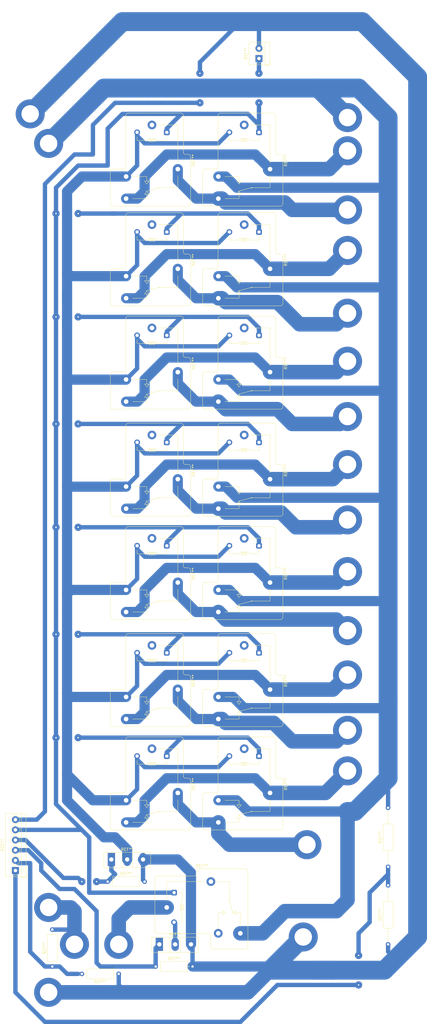
<source format=kicad_pcb>
(kicad_pcb (version 20171130) (host pcbnew 5.99.0+really5.1.10+dfsg1-1)

  (general
    (thickness 1.6)
    (drawings 11)
    (tracks 488)
    (zones 0)
    (modules 25)
    (nets 1)
  )

  (page A2)
  (layers
    (0 F.Cu signal)
    (31 B.Cu signal)
    (32 B.Adhes user)
    (33 F.Adhes user)
    (34 B.Paste user)
    (35 F.Paste user)
    (36 B.SilkS user)
    (37 F.SilkS user)
    (38 B.Mask user)
    (39 F.Mask user)
    (40 Dwgs.User user)
    (41 Cmts.User user)
    (42 Eco1.User user)
    (43 Eco2.User user)
    (44 Edge.Cuts user)
    (45 Margin user)
    (46 B.CrtYd user)
    (47 F.CrtYd user)
    (48 B.Fab user)
    (49 F.Fab user)
  )

  (setup
    (last_trace_width 0.25)
    (user_trace_width 1.5)
    (user_trace_width 3.5)
    (user_trace_width 5)
    (user_trace_width 6.5)
    (trace_clearance 0.2)
    (zone_clearance 0.508)
    (zone_45_only no)
    (trace_min 0.2)
    (via_size 0.8)
    (via_drill 0.4)
    (via_min_size 0.4)
    (via_min_drill 0.3)
    (user_via 2.5 0.5)
    (user_via 10 6)
    (uvia_size 0.3)
    (uvia_drill 0.1)
    (uvias_allowed no)
    (uvia_min_size 0.2)
    (uvia_min_drill 0.1)
    (edge_width 0.05)
    (segment_width 0.2)
    (pcb_text_width 0.3)
    (pcb_text_size 1.5 1.5)
    (mod_edge_width 0.12)
    (mod_text_size 1 1)
    (mod_text_width 0.15)
    (pad_size 1.524 1.524)
    (pad_drill 0.762)
    (pad_to_mask_clearance 0)
    (aux_axis_origin 0 0)
    (visible_elements FFFFFF7F)
    (pcbplotparams
      (layerselection 0x010fc_ffffffff)
      (usegerberextensions false)
      (usegerberattributes true)
      (usegerberadvancedattributes true)
      (creategerberjobfile true)
      (excludeedgelayer true)
      (linewidth 0.150000)
      (plotframeref false)
      (viasonmask false)
      (mode 1)
      (useauxorigin false)
      (hpglpennumber 1)
      (hpglpenspeed 20)
      (hpglpendiameter 15.000000)
      (psnegative false)
      (psa4output false)
      (plotreference true)
      (plotvalue true)
      (plotinvisibletext false)
      (padsonsilk false)
      (subtractmaskfromsilk false)
      (outputformat 1)
      (mirror false)
      (drillshape 1)
      (scaleselection 1)
      (outputdirectory ""))
  )

  (net 0 "")

  (net_class Default "This is the default net class."
    (clearance 0.2)
    (trace_width 0.25)
    (via_dia 0.8)
    (via_drill 0.4)
    (uvia_dia 0.3)
    (uvia_drill 0.1)
  )

  (module TerminalBlock_4Ucon:TerminalBlock_4Ucon_1x02_P3.50mm_Horizontal (layer F.Cu) (tedit 5B294E91) (tstamp 61C5914C)
    (at 299.72 44.45 90)
    (descr "Terminal Block 4Ucon ItemNo. 19963, 2 pins, pitch 3.5mm, size 7.7x7mm^2, drill diamater 1.2mm, pad diameter 2.4mm, see http://www.4uconnector.com/online/object/4udrawing/19963.pdf, script-generated using https://github.com/pointhi/kicad-footprint-generator/scripts/TerminalBlock_4Ucon")
    (tags "THT Terminal Block 4Ucon ItemNo. 19963 pitch 3.5mm size 7.7x7mm^2 drill 1.2mm pad 2.4mm")
    (fp_text reference REF** (at 1.75 -4.46 90) (layer F.SilkS)
      (effects (font (size 1 1) (thickness 0.15)))
    )
    (fp_text value TerminalBlock_4Ucon_1x02_P3.50mm_Horizontal (at 1.75 4.66 90) (layer F.Fab)
      (effects (font (size 1 1) (thickness 0.15)))
    )
    (fp_line (start 6.1 -3.9) (end -2.6 -3.9) (layer F.CrtYd) (width 0.05))
    (fp_line (start 6.1 4.1) (end 6.1 -3.9) (layer F.CrtYd) (width 0.05))
    (fp_line (start -2.6 4.1) (end 6.1 4.1) (layer F.CrtYd) (width 0.05))
    (fp_line (start -2.6 -3.9) (end -2.6 4.1) (layer F.CrtYd) (width 0.05))
    (fp_line (start -2.4 3.9) (end -0.9 3.9) (layer F.SilkS) (width 0.12))
    (fp_line (start -2.4 2.16) (end -2.4 3.9) (layer F.SilkS) (width 0.12))
    (fp_line (start 2.4 0.069) (end 2.4 -0.069) (layer F.Fab) (width 0.1))
    (fp_line (start 3.431 0.069) (end 2.4 0.069) (layer F.Fab) (width 0.1))
    (fp_line (start 3.431 1.1) (end 3.431 0.069) (layer F.Fab) (width 0.1))
    (fp_line (start 3.569 1.1) (end 3.431 1.1) (layer F.Fab) (width 0.1))
    (fp_line (start 3.569 0.069) (end 3.569 1.1) (layer F.Fab) (width 0.1))
    (fp_line (start 4.6 0.069) (end 3.569 0.069) (layer F.Fab) (width 0.1))
    (fp_line (start 4.6 -0.069) (end 4.6 0.069) (layer F.Fab) (width 0.1))
    (fp_line (start 3.569 -0.069) (end 4.6 -0.069) (layer F.Fab) (width 0.1))
    (fp_line (start 3.569 -1.1) (end 3.569 -0.069) (layer F.Fab) (width 0.1))
    (fp_line (start 3.431 -1.1) (end 3.569 -1.1) (layer F.Fab) (width 0.1))
    (fp_line (start 3.431 -0.069) (end 3.431 -1.1) (layer F.Fab) (width 0.1))
    (fp_line (start 2.4 -0.069) (end 3.431 -0.069) (layer F.Fab) (width 0.1))
    (fp_line (start -1.1 0.069) (end -1.1 -0.069) (layer F.Fab) (width 0.1))
    (fp_line (start -0.069 0.069) (end -1.1 0.069) (layer F.Fab) (width 0.1))
    (fp_line (start -0.069 1.1) (end -0.069 0.069) (layer F.Fab) (width 0.1))
    (fp_line (start 0.069 1.1) (end -0.069 1.1) (layer F.Fab) (width 0.1))
    (fp_line (start 0.069 0.069) (end 0.069 1.1) (layer F.Fab) (width 0.1))
    (fp_line (start 1.1 0.069) (end 0.069 0.069) (layer F.Fab) (width 0.1))
    (fp_line (start 1.1 -0.069) (end 1.1 0.069) (layer F.Fab) (width 0.1))
    (fp_line (start 0.069 -0.069) (end 1.1 -0.069) (layer F.Fab) (width 0.1))
    (fp_line (start 0.069 -1.1) (end 0.069 -0.069) (layer F.Fab) (width 0.1))
    (fp_line (start -0.069 -1.1) (end 0.069 -1.1) (layer F.Fab) (width 0.1))
    (fp_line (start -0.069 -0.069) (end -0.069 -1.1) (layer F.Fab) (width 0.1))
    (fp_line (start -1.1 -0.069) (end -0.069 -0.069) (layer F.Fab) (width 0.1))
    (fp_line (start 5.66 -3.46) (end 5.66 3.66) (layer F.SilkS) (width 0.12))
    (fp_line (start -2.16 -3.46) (end -2.16 3.66) (layer F.SilkS) (width 0.12))
    (fp_line (start -2.16 3.66) (end 5.66 3.66) (layer F.SilkS) (width 0.12))
    (fp_line (start -2.16 -3.46) (end 5.66 -3.46) (layer F.SilkS) (width 0.12))
    (fp_line (start -2.16 2.1) (end 5.66 2.1) (layer F.SilkS) (width 0.12))
    (fp_line (start -2.1 2.1) (end 5.6 2.1) (layer F.Fab) (width 0.1))
    (fp_line (start -2.1 2.1) (end -2.1 -3.4) (layer F.Fab) (width 0.1))
    (fp_line (start -0.6 3.6) (end -2.1 2.1) (layer F.Fab) (width 0.1))
    (fp_line (start 5.6 3.6) (end -0.6 3.6) (layer F.Fab) (width 0.1))
    (fp_line (start 5.6 -3.4) (end 5.6 3.6) (layer F.Fab) (width 0.1))
    (fp_line (start -2.1 -3.4) (end 5.6 -3.4) (layer F.Fab) (width 0.1))
    (fp_circle (center 3.5 0) (end 5.055 0) (layer F.SilkS) (width 0.12))
    (fp_circle (center 3.5 0) (end 4.875 0) (layer F.Fab) (width 0.1))
    (fp_circle (center 0 0) (end 1.375 0) (layer F.Fab) (width 0.1))
    (fp_text user %R (at 1.75 2.9 90) (layer F.Fab)
      (effects (font (size 1 1) (thickness 0.15)))
    )
    (fp_arc (start 0 0) (end -0.608 1.432) (angle -24) (layer F.SilkS) (width 0.12))
    (fp_arc (start 0 0) (end -1.432 -0.608) (angle -46) (layer F.SilkS) (width 0.12))
    (fp_arc (start 0 0) (end 0.608 -1.432) (angle -46) (layer F.SilkS) (width 0.12))
    (fp_arc (start 0 0) (end 1.432 0.608) (angle -46) (layer F.SilkS) (width 0.12))
    (fp_arc (start 0 0) (end 0 1.555) (angle -23) (layer F.SilkS) (width 0.12))
    (pad 2 thru_hole circle (at 3.5 0 90) (size 2.4 2.4) (drill 1.2) (layers *.Cu *.Mask))
    (pad 1 thru_hole rect (at 0 0 90) (size 2.4 2.4) (drill 1.2) (layers *.Cu *.Mask))
    (model ${KISYS3DMOD}/TerminalBlock_4Ucon.3dshapes/TerminalBlock_4Ucon_1x02_P3.50mm_Horizontal.wrl
      (at (xyz 0 0 0))
      (scale (xyz 1 1 1))
      (rotate (xyz 0 0 0))
    )
  )

  (module TerminalBlock_4Ucon:TerminalBlock_4Ucon_1x06_P3.50mm_Horizontal (layer F.Cu) (tedit 5B294E92) (tstamp 61C579DB)
    (at 215.9 323.85 90)
    (descr "Terminal Block 4Ucon ItemNo. 19964, 6 pins, pitch 3.5mm, size 21.7x7mm^2, drill diamater 1.2mm, pad diameter 2.4mm, see http://www.4uconnector.com/online/object/4udrawing/19964.pdf, script-generated using https://github.com/pointhi/kicad-footprint-generator/scripts/TerminalBlock_4Ucon")
    (tags "THT Terminal Block 4Ucon ItemNo. 19964 pitch 3.5mm size 21.7x7mm^2 drill 1.2mm pad 2.4mm")
    (fp_text reference REF** (at 8.75 -4.46 90) (layer F.SilkS)
      (effects (font (size 1 1) (thickness 0.15)))
    )
    (fp_text value TerminalBlock_4Ucon_1x06_P3.50mm_Horizontal (at 8.75 4.66 90) (layer F.Fab)
      (effects (font (size 1 1) (thickness 0.15)))
    )
    (fp_line (start 20.1 -3.9) (end -2.6 -3.9) (layer F.CrtYd) (width 0.05))
    (fp_line (start 20.1 4.1) (end 20.1 -3.9) (layer F.CrtYd) (width 0.05))
    (fp_line (start -2.6 4.1) (end 20.1 4.1) (layer F.CrtYd) (width 0.05))
    (fp_line (start -2.6 -3.9) (end -2.6 4.1) (layer F.CrtYd) (width 0.05))
    (fp_line (start -2.4 3.9) (end -0.9 3.9) (layer F.SilkS) (width 0.12))
    (fp_line (start -2.4 2.16) (end -2.4 3.9) (layer F.SilkS) (width 0.12))
    (fp_line (start 16.4 0.069) (end 16.4 -0.069) (layer F.Fab) (width 0.1))
    (fp_line (start 17.431 0.069) (end 16.4 0.069) (layer F.Fab) (width 0.1))
    (fp_line (start 17.431 1.1) (end 17.431 0.069) (layer F.Fab) (width 0.1))
    (fp_line (start 17.569 1.1) (end 17.431 1.1) (layer F.Fab) (width 0.1))
    (fp_line (start 17.569 0.069) (end 17.569 1.1) (layer F.Fab) (width 0.1))
    (fp_line (start 18.6 0.069) (end 17.569 0.069) (layer F.Fab) (width 0.1))
    (fp_line (start 18.6 -0.069) (end 18.6 0.069) (layer F.Fab) (width 0.1))
    (fp_line (start 17.569 -0.069) (end 18.6 -0.069) (layer F.Fab) (width 0.1))
    (fp_line (start 17.569 -1.1) (end 17.569 -0.069) (layer F.Fab) (width 0.1))
    (fp_line (start 17.431 -1.1) (end 17.569 -1.1) (layer F.Fab) (width 0.1))
    (fp_line (start 17.431 -0.069) (end 17.431 -1.1) (layer F.Fab) (width 0.1))
    (fp_line (start 16.4 -0.069) (end 17.431 -0.069) (layer F.Fab) (width 0.1))
    (fp_line (start 12.9 0.069) (end 12.9 -0.069) (layer F.Fab) (width 0.1))
    (fp_line (start 13.931 0.069) (end 12.9 0.069) (layer F.Fab) (width 0.1))
    (fp_line (start 13.931 1.1) (end 13.931 0.069) (layer F.Fab) (width 0.1))
    (fp_line (start 14.069 1.1) (end 13.931 1.1) (layer F.Fab) (width 0.1))
    (fp_line (start 14.069 0.069) (end 14.069 1.1) (layer F.Fab) (width 0.1))
    (fp_line (start 15.1 0.069) (end 14.069 0.069) (layer F.Fab) (width 0.1))
    (fp_line (start 15.1 -0.069) (end 15.1 0.069) (layer F.Fab) (width 0.1))
    (fp_line (start 14.069 -0.069) (end 15.1 -0.069) (layer F.Fab) (width 0.1))
    (fp_line (start 14.069 -1.1) (end 14.069 -0.069) (layer F.Fab) (width 0.1))
    (fp_line (start 13.931 -1.1) (end 14.069 -1.1) (layer F.Fab) (width 0.1))
    (fp_line (start 13.931 -0.069) (end 13.931 -1.1) (layer F.Fab) (width 0.1))
    (fp_line (start 12.9 -0.069) (end 13.931 -0.069) (layer F.Fab) (width 0.1))
    (fp_line (start 9.4 0.069) (end 9.4 -0.069) (layer F.Fab) (width 0.1))
    (fp_line (start 10.431 0.069) (end 9.4 0.069) (layer F.Fab) (width 0.1))
    (fp_line (start 10.431 1.1) (end 10.431 0.069) (layer F.Fab) (width 0.1))
    (fp_line (start 10.569 1.1) (end 10.431 1.1) (layer F.Fab) (width 0.1))
    (fp_line (start 10.569 0.069) (end 10.569 1.1) (layer F.Fab) (width 0.1))
    (fp_line (start 11.6 0.069) (end 10.569 0.069) (layer F.Fab) (width 0.1))
    (fp_line (start 11.6 -0.069) (end 11.6 0.069) (layer F.Fab) (width 0.1))
    (fp_line (start 10.569 -0.069) (end 11.6 -0.069) (layer F.Fab) (width 0.1))
    (fp_line (start 10.569 -1.1) (end 10.569 -0.069) (layer F.Fab) (width 0.1))
    (fp_line (start 10.431 -1.1) (end 10.569 -1.1) (layer F.Fab) (width 0.1))
    (fp_line (start 10.431 -0.069) (end 10.431 -1.1) (layer F.Fab) (width 0.1))
    (fp_line (start 9.4 -0.069) (end 10.431 -0.069) (layer F.Fab) (width 0.1))
    (fp_line (start 5.9 0.069) (end 5.9 -0.069) (layer F.Fab) (width 0.1))
    (fp_line (start 6.931 0.069) (end 5.9 0.069) (layer F.Fab) (width 0.1))
    (fp_line (start 6.931 1.1) (end 6.931 0.069) (layer F.Fab) (width 0.1))
    (fp_line (start 7.069 1.1) (end 6.931 1.1) (layer F.Fab) (width 0.1))
    (fp_line (start 7.069 0.069) (end 7.069 1.1) (layer F.Fab) (width 0.1))
    (fp_line (start 8.1 0.069) (end 7.069 0.069) (layer F.Fab) (width 0.1))
    (fp_line (start 8.1 -0.069) (end 8.1 0.069) (layer F.Fab) (width 0.1))
    (fp_line (start 7.069 -0.069) (end 8.1 -0.069) (layer F.Fab) (width 0.1))
    (fp_line (start 7.069 -1.1) (end 7.069 -0.069) (layer F.Fab) (width 0.1))
    (fp_line (start 6.931 -1.1) (end 7.069 -1.1) (layer F.Fab) (width 0.1))
    (fp_line (start 6.931 -0.069) (end 6.931 -1.1) (layer F.Fab) (width 0.1))
    (fp_line (start 5.9 -0.069) (end 6.931 -0.069) (layer F.Fab) (width 0.1))
    (fp_line (start 2.4 0.069) (end 2.4 -0.069) (layer F.Fab) (width 0.1))
    (fp_line (start 3.431 0.069) (end 2.4 0.069) (layer F.Fab) (width 0.1))
    (fp_line (start 3.431 1.1) (end 3.431 0.069) (layer F.Fab) (width 0.1))
    (fp_line (start 3.569 1.1) (end 3.431 1.1) (layer F.Fab) (width 0.1))
    (fp_line (start 3.569 0.069) (end 3.569 1.1) (layer F.Fab) (width 0.1))
    (fp_line (start 4.6 0.069) (end 3.569 0.069) (layer F.Fab) (width 0.1))
    (fp_line (start 4.6 -0.069) (end 4.6 0.069) (layer F.Fab) (width 0.1))
    (fp_line (start 3.569 -0.069) (end 4.6 -0.069) (layer F.Fab) (width 0.1))
    (fp_line (start 3.569 -1.1) (end 3.569 -0.069) (layer F.Fab) (width 0.1))
    (fp_line (start 3.431 -1.1) (end 3.569 -1.1) (layer F.Fab) (width 0.1))
    (fp_line (start 3.431 -0.069) (end 3.431 -1.1) (layer F.Fab) (width 0.1))
    (fp_line (start 2.4 -0.069) (end 3.431 -0.069) (layer F.Fab) (width 0.1))
    (fp_line (start -1.1 0.069) (end -1.1 -0.069) (layer F.Fab) (width 0.1))
    (fp_line (start -0.069 0.069) (end -1.1 0.069) (layer F.Fab) (width 0.1))
    (fp_line (start -0.069 1.1) (end -0.069 0.069) (layer F.Fab) (width 0.1))
    (fp_line (start 0.069 1.1) (end -0.069 1.1) (layer F.Fab) (width 0.1))
    (fp_line (start 0.069 0.069) (end 0.069 1.1) (layer F.Fab) (width 0.1))
    (fp_line (start 1.1 0.069) (end 0.069 0.069) (layer F.Fab) (width 0.1))
    (fp_line (start 1.1 -0.069) (end 1.1 0.069) (layer F.Fab) (width 0.1))
    (fp_line (start 0.069 -0.069) (end 1.1 -0.069) (layer F.Fab) (width 0.1))
    (fp_line (start 0.069 -1.1) (end 0.069 -0.069) (layer F.Fab) (width 0.1))
    (fp_line (start -0.069 -1.1) (end 0.069 -1.1) (layer F.Fab) (width 0.1))
    (fp_line (start -0.069 -0.069) (end -0.069 -1.1) (layer F.Fab) (width 0.1))
    (fp_line (start -1.1 -0.069) (end -0.069 -0.069) (layer F.Fab) (width 0.1))
    (fp_line (start 19.66 -3.46) (end 19.66 3.66) (layer F.SilkS) (width 0.12))
    (fp_line (start -2.16 -3.46) (end -2.16 3.66) (layer F.SilkS) (width 0.12))
    (fp_line (start -2.16 3.66) (end 19.66 3.66) (layer F.SilkS) (width 0.12))
    (fp_line (start -2.16 -3.46) (end 19.66 -3.46) (layer F.SilkS) (width 0.12))
    (fp_line (start -2.16 2.1) (end 19.66 2.1) (layer F.SilkS) (width 0.12))
    (fp_line (start -2.1 2.1) (end 19.6 2.1) (layer F.Fab) (width 0.1))
    (fp_line (start -2.1 2.1) (end -2.1 -3.4) (layer F.Fab) (width 0.1))
    (fp_line (start -0.6 3.6) (end -2.1 2.1) (layer F.Fab) (width 0.1))
    (fp_line (start 19.6 3.6) (end -0.6 3.6) (layer F.Fab) (width 0.1))
    (fp_line (start 19.6 -3.4) (end 19.6 3.6) (layer F.Fab) (width 0.1))
    (fp_line (start -2.1 -3.4) (end 19.6 -3.4) (layer F.Fab) (width 0.1))
    (fp_circle (center 17.5 0) (end 19.055 0) (layer F.SilkS) (width 0.12))
    (fp_circle (center 17.5 0) (end 18.875 0) (layer F.Fab) (width 0.1))
    (fp_circle (center 14 0) (end 15.555 0) (layer F.SilkS) (width 0.12))
    (fp_circle (center 14 0) (end 15.375 0) (layer F.Fab) (width 0.1))
    (fp_circle (center 10.5 0) (end 12.055 0) (layer F.SilkS) (width 0.12))
    (fp_circle (center 10.5 0) (end 11.875 0) (layer F.Fab) (width 0.1))
    (fp_circle (center 7 0) (end 8.555 0) (layer F.SilkS) (width 0.12))
    (fp_circle (center 7 0) (end 8.375 0) (layer F.Fab) (width 0.1))
    (fp_circle (center 3.5 0) (end 5.055 0) (layer F.SilkS) (width 0.12))
    (fp_circle (center 3.5 0) (end 4.875 0) (layer F.Fab) (width 0.1))
    (fp_circle (center 0 0) (end 1.375 0) (layer F.Fab) (width 0.1))
    (fp_text user %R (at 8.75 2.9 90) (layer F.Fab)
      (effects (font (size 1 1) (thickness 0.15)))
    )
    (fp_arc (start 0 0) (end -0.608 1.432) (angle -24) (layer F.SilkS) (width 0.12))
    (fp_arc (start 0 0) (end -1.432 -0.608) (angle -46) (layer F.SilkS) (width 0.12))
    (fp_arc (start 0 0) (end 0.608 -1.432) (angle -46) (layer F.SilkS) (width 0.12))
    (fp_arc (start 0 0) (end 1.432 0.608) (angle -46) (layer F.SilkS) (width 0.12))
    (fp_arc (start 0 0) (end 0 1.555) (angle -23) (layer F.SilkS) (width 0.12))
    (pad 6 thru_hole circle (at 17.5 0 90) (size 2.4 2.4) (drill 1.2) (layers *.Cu *.Mask))
    (pad 5 thru_hole circle (at 14 0 90) (size 2.4 2.4) (drill 1.2) (layers *.Cu *.Mask))
    (pad 4 thru_hole circle (at 10.5 0 90) (size 2.4 2.4) (drill 1.2) (layers *.Cu *.Mask))
    (pad 3 thru_hole circle (at 7 0 90) (size 2.4 2.4) (drill 1.2) (layers *.Cu *.Mask))
    (pad 2 thru_hole circle (at 3.5 0 90) (size 2.4 2.4) (drill 1.2) (layers *.Cu *.Mask))
    (pad 1 thru_hole rect (at 0 0 90) (size 2.4 2.4) (drill 1.2) (layers *.Cu *.Mask))
    (model ${KISYS3DMOD}/TerminalBlock_4Ucon.3dshapes/TerminalBlock_4Ucon_1x06_P3.50mm_Horizontal.wrl
      (at (xyz 0 0 0))
      (scale (xyz 1 1 1))
      (rotate (xyz 0 0 0))
    )
  )

  (module Resistor_THT:R_Axial_DIN0309_L9.0mm_D3.2mm_P12.70mm_Horizontal (layer F.Cu) (tedit 5AE5139B) (tstamp 61C568DB)
    (at 251.46 359.41 180)
    (descr "Resistor, Axial_DIN0309 series, Axial, Horizontal, pin pitch=12.7mm, 0.5W = 1/2W, length*diameter=9*3.2mm^2, http://cdn-reichelt.de/documents/datenblatt/B400/1_4W%23YAG.pdf")
    (tags "Resistor Axial_DIN0309 series Axial Horizontal pin pitch 12.7mm 0.5W = 1/2W length 9mm diameter 3.2mm")
    (fp_text reference REF** (at 6.35 -2.72) (layer F.SilkS)
      (effects (font (size 1 1) (thickness 0.15)))
    )
    (fp_text value R_Axial_DIN0309_L9.0mm_D3.2mm_P12.70mm_Horizontal (at 6.35 2.72) (layer F.Fab)
      (effects (font (size 1 1) (thickness 0.15)))
    )
    (fp_line (start 13.75 -1.85) (end -1.05 -1.85) (layer F.CrtYd) (width 0.05))
    (fp_line (start 13.75 1.85) (end 13.75 -1.85) (layer F.CrtYd) (width 0.05))
    (fp_line (start -1.05 1.85) (end 13.75 1.85) (layer F.CrtYd) (width 0.05))
    (fp_line (start -1.05 -1.85) (end -1.05 1.85) (layer F.CrtYd) (width 0.05))
    (fp_line (start 11.66 0) (end 10.97 0) (layer F.SilkS) (width 0.12))
    (fp_line (start 1.04 0) (end 1.73 0) (layer F.SilkS) (width 0.12))
    (fp_line (start 10.97 -1.72) (end 1.73 -1.72) (layer F.SilkS) (width 0.12))
    (fp_line (start 10.97 1.72) (end 10.97 -1.72) (layer F.SilkS) (width 0.12))
    (fp_line (start 1.73 1.72) (end 10.97 1.72) (layer F.SilkS) (width 0.12))
    (fp_line (start 1.73 -1.72) (end 1.73 1.72) (layer F.SilkS) (width 0.12))
    (fp_line (start 12.7 0) (end 10.85 0) (layer F.Fab) (width 0.1))
    (fp_line (start 0 0) (end 1.85 0) (layer F.Fab) (width 0.1))
    (fp_line (start 10.85 -1.6) (end 1.85 -1.6) (layer F.Fab) (width 0.1))
    (fp_line (start 10.85 1.6) (end 10.85 -1.6) (layer F.Fab) (width 0.1))
    (fp_line (start 1.85 1.6) (end 10.85 1.6) (layer F.Fab) (width 0.1))
    (fp_line (start 1.85 -1.6) (end 1.85 1.6) (layer F.Fab) (width 0.1))
    (fp_text user %R (at 6.35 0) (layer F.Fab)
      (effects (font (size 1 1) (thickness 0.15)))
    )
    (pad 2 thru_hole oval (at 12.7 0 180) (size 1.6 1.6) (drill 0.8) (layers *.Cu *.Mask))
    (pad 1 thru_hole circle (at 0 0 180) (size 1.6 1.6) (drill 0.8) (layers *.Cu *.Mask))
    (model ${KISYS3DMOD}/Resistor_THT.3dshapes/R_Axial_DIN0309_L9.0mm_D3.2mm_P12.70mm_Horizontal.wrl
      (at (xyz 0 0 0))
      (scale (xyz 1 1 1))
      (rotate (xyz 0 0 0))
    )
  )

  (module Resistor_THT:R_Axial_DIN0309_L9.0mm_D3.2mm_P12.70mm_Horizontal (layer F.Cu) (tedit 5AE5139B) (tstamp 61C568AF)
    (at 228.6 356.87 90)
    (descr "Resistor, Axial_DIN0309 series, Axial, Horizontal, pin pitch=12.7mm, 0.5W = 1/2W, length*diameter=9*3.2mm^2, http://cdn-reichelt.de/documents/datenblatt/B400/1_4W%23YAG.pdf")
    (tags "Resistor Axial_DIN0309 series Axial Horizontal pin pitch 12.7mm 0.5W = 1/2W length 9mm diameter 3.2mm")
    (fp_text reference REF** (at 6.35 -2.72 90) (layer F.SilkS)
      (effects (font (size 1 1) (thickness 0.15)))
    )
    (fp_text value R_Axial_DIN0309_L9.0mm_D3.2mm_P12.70mm_Horizontal (at 6.35 2.72 90) (layer F.Fab)
      (effects (font (size 1 1) (thickness 0.15)))
    )
    (fp_line (start 1.85 -1.6) (end 1.85 1.6) (layer F.Fab) (width 0.1))
    (fp_line (start 1.85 1.6) (end 10.85 1.6) (layer F.Fab) (width 0.1))
    (fp_line (start 10.85 1.6) (end 10.85 -1.6) (layer F.Fab) (width 0.1))
    (fp_line (start 10.85 -1.6) (end 1.85 -1.6) (layer F.Fab) (width 0.1))
    (fp_line (start 0 0) (end 1.85 0) (layer F.Fab) (width 0.1))
    (fp_line (start 12.7 0) (end 10.85 0) (layer F.Fab) (width 0.1))
    (fp_line (start 1.73 -1.72) (end 1.73 1.72) (layer F.SilkS) (width 0.12))
    (fp_line (start 1.73 1.72) (end 10.97 1.72) (layer F.SilkS) (width 0.12))
    (fp_line (start 10.97 1.72) (end 10.97 -1.72) (layer F.SilkS) (width 0.12))
    (fp_line (start 10.97 -1.72) (end 1.73 -1.72) (layer F.SilkS) (width 0.12))
    (fp_line (start 1.04 0) (end 1.73 0) (layer F.SilkS) (width 0.12))
    (fp_line (start 11.66 0) (end 10.97 0) (layer F.SilkS) (width 0.12))
    (fp_line (start -1.05 -1.85) (end -1.05 1.85) (layer F.CrtYd) (width 0.05))
    (fp_line (start -1.05 1.85) (end 13.75 1.85) (layer F.CrtYd) (width 0.05))
    (fp_line (start 13.75 1.85) (end 13.75 -1.85) (layer F.CrtYd) (width 0.05))
    (fp_line (start 13.75 -1.85) (end -1.05 -1.85) (layer F.CrtYd) (width 0.05))
    (fp_text user %R (at 6.35 0 90) (layer F.Fab)
      (effects (font (size 1 1) (thickness 0.15)))
    )
    (pad 1 thru_hole circle (at 0 0 90) (size 1.6 1.6) (drill 0.8) (layers *.Cu *.Mask))
    (pad 2 thru_hole oval (at 12.7 0 90) (size 1.6 1.6) (drill 0.8) (layers *.Cu *.Mask))
    (model ${KISYS3DMOD}/Resistor_THT.3dshapes/R_Axial_DIN0309_L9.0mm_D3.2mm_P12.70mm_Horizontal.wrl
      (at (xyz 0 0 0))
      (scale (xyz 1 1 1))
      (rotate (xyz 0 0 0))
    )
  )

  (module Package_TO_SOT_THT:TO-247-3_Vertical (layer F.Cu) (tedit 5AC86DC3) (tstamp 61C566E8)
    (at 265.43 349.25)
    (descr "TO-247-3, Vertical, RM 5.45mm, see https://toshiba.semicon-storage.com/us/product/mosfet/to-247-4l.html")
    (tags "TO-247-3 Vertical RM 5.45mm")
    (fp_text reference REF** (at 5.45 -3.45) (layer F.SilkS)
      (effects (font (size 1 1) (thickness 0.15)))
    )
    (fp_text value TO-247-3_Vertical (at 5.45 3.95) (layer F.Fab)
      (effects (font (size 1 1) (thickness 0.15)))
    )
    (fp_line (start -2.5 -2.33) (end -2.5 2.7) (layer F.Fab) (width 0.1))
    (fp_line (start -2.5 2.7) (end 13.4 2.7) (layer F.Fab) (width 0.1))
    (fp_line (start 13.4 2.7) (end 13.4 -2.33) (layer F.Fab) (width 0.1))
    (fp_line (start 13.4 -2.33) (end -2.5 -2.33) (layer F.Fab) (width 0.1))
    (fp_line (start 3.645 -2.33) (end 3.645 2.7) (layer F.Fab) (width 0.1))
    (fp_line (start 7.255 -2.33) (end 7.255 2.7) (layer F.Fab) (width 0.1))
    (fp_line (start -2.62 -2.451) (end 13.52 -2.451) (layer F.SilkS) (width 0.12))
    (fp_line (start -2.62 2.82) (end 13.52 2.82) (layer F.SilkS) (width 0.12))
    (fp_line (start -2.62 -2.451) (end -2.62 2.82) (layer F.SilkS) (width 0.12))
    (fp_line (start 13.52 -2.451) (end 13.52 2.82) (layer F.SilkS) (width 0.12))
    (fp_line (start 3.646 -2.451) (end 3.646 2.82) (layer F.SilkS) (width 0.12))
    (fp_line (start 7.255 -2.451) (end 7.255 2.82) (layer F.SilkS) (width 0.12))
    (fp_line (start -2.75 -2.59) (end -2.75 2.95) (layer F.CrtYd) (width 0.05))
    (fp_line (start -2.75 2.95) (end 13.65 2.95) (layer F.CrtYd) (width 0.05))
    (fp_line (start 13.65 2.95) (end 13.65 -2.59) (layer F.CrtYd) (width 0.05))
    (fp_line (start 13.65 -2.59) (end -2.75 -2.59) (layer F.CrtYd) (width 0.05))
    (fp_text user %R (at 5.45 -3.45) (layer F.Fab)
      (effects (font (size 1 1) (thickness 0.15)))
    )
    (pad 1 thru_hole rect (at 0 0) (size 2.5 4.5) (drill 1.5) (layers *.Cu *.Mask))
    (pad 2 thru_hole oval (at 5.45 0) (size 2.5 4.5) (drill 1.5) (layers *.Cu *.Mask))
    (pad 3 thru_hole oval (at 10.9 0) (size 2.5 4.5) (drill 1.5) (layers *.Cu *.Mask))
    (model ${KISYS3DMOD}/Package_TO_SOT_THT.3dshapes/TO-247-3_Vertical.wrl
      (at (xyz 0 0 0))
      (scale (xyz 1 1 1))
      (rotate (xyz 0 0 0))
    )
  )

  (module Resistor_THT:R_Axial_DIN0309_L9.0mm_D3.2mm_P12.70mm_Horizontal (layer F.Cu) (tedit 5AE5139B) (tstamp 61C566D1)
    (at 264.16 356.87)
    (descr "Resistor, Axial_DIN0309 series, Axial, Horizontal, pin pitch=12.7mm, 0.5W = 1/2W, length*diameter=9*3.2mm^2, http://cdn-reichelt.de/documents/datenblatt/B400/1_4W%23YAG.pdf")
    (tags "Resistor Axial_DIN0309 series Axial Horizontal pin pitch 12.7mm 0.5W = 1/2W length 9mm diameter 3.2mm")
    (fp_text reference REF** (at 6.35 -2.72) (layer F.SilkS)
      (effects (font (size 1 1) (thickness 0.15)))
    )
    (fp_text value R_Axial_DIN0309_L9.0mm_D3.2mm_P12.70mm_Horizontal (at 6.35 2.72) (layer F.Fab)
      (effects (font (size 1 1) (thickness 0.15)))
    )
    (fp_line (start 1.85 -1.6) (end 1.85 1.6) (layer F.Fab) (width 0.1))
    (fp_line (start 1.85 1.6) (end 10.85 1.6) (layer F.Fab) (width 0.1))
    (fp_line (start 10.85 1.6) (end 10.85 -1.6) (layer F.Fab) (width 0.1))
    (fp_line (start 10.85 -1.6) (end 1.85 -1.6) (layer F.Fab) (width 0.1))
    (fp_line (start 0 0) (end 1.85 0) (layer F.Fab) (width 0.1))
    (fp_line (start 12.7 0) (end 10.85 0) (layer F.Fab) (width 0.1))
    (fp_line (start 1.73 -1.72) (end 1.73 1.72) (layer F.SilkS) (width 0.12))
    (fp_line (start 1.73 1.72) (end 10.97 1.72) (layer F.SilkS) (width 0.12))
    (fp_line (start 10.97 1.72) (end 10.97 -1.72) (layer F.SilkS) (width 0.12))
    (fp_line (start 10.97 -1.72) (end 1.73 -1.72) (layer F.SilkS) (width 0.12))
    (fp_line (start 1.04 0) (end 1.73 0) (layer F.SilkS) (width 0.12))
    (fp_line (start 11.66 0) (end 10.97 0) (layer F.SilkS) (width 0.12))
    (fp_line (start -1.05 -1.85) (end -1.05 1.85) (layer F.CrtYd) (width 0.05))
    (fp_line (start -1.05 1.85) (end 13.75 1.85) (layer F.CrtYd) (width 0.05))
    (fp_line (start 13.75 1.85) (end 13.75 -1.85) (layer F.CrtYd) (width 0.05))
    (fp_line (start 13.75 -1.85) (end -1.05 -1.85) (layer F.CrtYd) (width 0.05))
    (fp_text user %R (at 6.35 0) (layer F.Fab)
      (effects (font (size 1 1) (thickness 0.15)))
    )
    (pad 1 thru_hole circle (at 0 0) (size 1.6 1.6) (drill 0.8) (layers *.Cu *.Mask))
    (pad 2 thru_hole oval (at 12.7 0) (size 1.6 1.6) (drill 0.8) (layers *.Cu *.Mask))
    (model ${KISYS3DMOD}/Resistor_THT.3dshapes/R_Axial_DIN0309_L9.0mm_D3.2mm_P12.70mm_Horizontal.wrl
      (at (xyz 0 0 0))
      (scale (xyz 1 1 1))
      (rotate (xyz 0 0 0))
    )
  )

  (module Resistor_THT:R_Axial_DIN0309_L9.0mm_D3.2mm_P12.70mm_Horizontal (layer F.Cu) (tedit 5AE5139B) (tstamp 61C56544)
    (at 247.65 327.66)
    (descr "Resistor, Axial_DIN0309 series, Axial, Horizontal, pin pitch=12.7mm, 0.5W = 1/2W, length*diameter=9*3.2mm^2, http://cdn-reichelt.de/documents/datenblatt/B400/1_4W%23YAG.pdf")
    (tags "Resistor Axial_DIN0309 series Axial Horizontal pin pitch 12.7mm 0.5W = 1/2W length 9mm diameter 3.2mm")
    (fp_text reference REF** (at 6.35 -2.72) (layer F.SilkS)
      (effects (font (size 1 1) (thickness 0.15)))
    )
    (fp_text value R_Axial_DIN0309_L9.0mm_D3.2mm_P12.70mm_Horizontal (at 6.35 2.72) (layer F.Fab)
      (effects (font (size 1 1) (thickness 0.15)))
    )
    (fp_line (start 13.75 -1.85) (end -1.05 -1.85) (layer F.CrtYd) (width 0.05))
    (fp_line (start 13.75 1.85) (end 13.75 -1.85) (layer F.CrtYd) (width 0.05))
    (fp_line (start -1.05 1.85) (end 13.75 1.85) (layer F.CrtYd) (width 0.05))
    (fp_line (start -1.05 -1.85) (end -1.05 1.85) (layer F.CrtYd) (width 0.05))
    (fp_line (start 11.66 0) (end 10.97 0) (layer F.SilkS) (width 0.12))
    (fp_line (start 1.04 0) (end 1.73 0) (layer F.SilkS) (width 0.12))
    (fp_line (start 10.97 -1.72) (end 1.73 -1.72) (layer F.SilkS) (width 0.12))
    (fp_line (start 10.97 1.72) (end 10.97 -1.72) (layer F.SilkS) (width 0.12))
    (fp_line (start 1.73 1.72) (end 10.97 1.72) (layer F.SilkS) (width 0.12))
    (fp_line (start 1.73 -1.72) (end 1.73 1.72) (layer F.SilkS) (width 0.12))
    (fp_line (start 12.7 0) (end 10.85 0) (layer F.Fab) (width 0.1))
    (fp_line (start 0 0) (end 1.85 0) (layer F.Fab) (width 0.1))
    (fp_line (start 10.85 -1.6) (end 1.85 -1.6) (layer F.Fab) (width 0.1))
    (fp_line (start 10.85 1.6) (end 10.85 -1.6) (layer F.Fab) (width 0.1))
    (fp_line (start 1.85 1.6) (end 10.85 1.6) (layer F.Fab) (width 0.1))
    (fp_line (start 1.85 -1.6) (end 1.85 1.6) (layer F.Fab) (width 0.1))
    (fp_text user %R (at 6.35 0) (layer F.Fab)
      (effects (font (size 1 1) (thickness 0.15)))
    )
    (pad 2 thru_hole oval (at 12.7 0) (size 1.6 1.6) (drill 0.8) (layers *.Cu *.Mask))
    (pad 1 thru_hole circle (at 0 0) (size 1.6 1.6) (drill 0.8) (layers *.Cu *.Mask))
    (model ${KISYS3DMOD}/Resistor_THT.3dshapes/R_Axial_DIN0309_L9.0mm_D3.2mm_P12.70mm_Horizontal.wrl
      (at (xyz 0 0 0))
      (scale (xyz 1 1 1))
      (rotate (xyz 0 0 0))
    )
  )

  (module Package_TO_SOT_THT:TO-247-3_Vertical (layer F.Cu) (tedit 5AC86DC3) (tstamp 61C55F4B)
    (at 248.92 320.04)
    (descr "TO-247-3, Vertical, RM 5.45mm, see https://toshiba.semicon-storage.com/us/product/mosfet/to-247-4l.html")
    (tags "TO-247-3 Vertical RM 5.45mm")
    (fp_text reference REF** (at 5.45 -3.45) (layer F.SilkS)
      (effects (font (size 1 1) (thickness 0.15)))
    )
    (fp_text value TO-247-3_Vertical (at 5.45 3.95) (layer F.Fab)
      (effects (font (size 1 1) (thickness 0.15)))
    )
    (fp_line (start 13.65 -2.59) (end -2.75 -2.59) (layer F.CrtYd) (width 0.05))
    (fp_line (start 13.65 2.95) (end 13.65 -2.59) (layer F.CrtYd) (width 0.05))
    (fp_line (start -2.75 2.95) (end 13.65 2.95) (layer F.CrtYd) (width 0.05))
    (fp_line (start -2.75 -2.59) (end -2.75 2.95) (layer F.CrtYd) (width 0.05))
    (fp_line (start 7.255 -2.451) (end 7.255 2.82) (layer F.SilkS) (width 0.12))
    (fp_line (start 3.646 -2.451) (end 3.646 2.82) (layer F.SilkS) (width 0.12))
    (fp_line (start 13.52 -2.451) (end 13.52 2.82) (layer F.SilkS) (width 0.12))
    (fp_line (start -2.62 -2.451) (end -2.62 2.82) (layer F.SilkS) (width 0.12))
    (fp_line (start -2.62 2.82) (end 13.52 2.82) (layer F.SilkS) (width 0.12))
    (fp_line (start -2.62 -2.451) (end 13.52 -2.451) (layer F.SilkS) (width 0.12))
    (fp_line (start 7.255 -2.33) (end 7.255 2.7) (layer F.Fab) (width 0.1))
    (fp_line (start 3.645 -2.33) (end 3.645 2.7) (layer F.Fab) (width 0.1))
    (fp_line (start 13.4 -2.33) (end -2.5 -2.33) (layer F.Fab) (width 0.1))
    (fp_line (start 13.4 2.7) (end 13.4 -2.33) (layer F.Fab) (width 0.1))
    (fp_line (start -2.5 2.7) (end 13.4 2.7) (layer F.Fab) (width 0.1))
    (fp_line (start -2.5 -2.33) (end -2.5 2.7) (layer F.Fab) (width 0.1))
    (fp_text user %R (at 5.45 -3.45) (layer F.Fab)
      (effects (font (size 1 1) (thickness 0.15)))
    )
    (pad 3 thru_hole oval (at 10.9 0) (size 2.5 4.5) (drill 1.5) (layers *.Cu *.Mask))
    (pad 2 thru_hole oval (at 5.45 0) (size 2.5 4.5) (drill 1.5) (layers *.Cu *.Mask))
    (pad 1 thru_hole rect (at 0 0) (size 2.5 4.5) (drill 1.5) (layers *.Cu *.Mask))
    (model ${KISYS3DMOD}/Package_TO_SOT_THT.3dshapes/TO-247-3_Vertical.wrl
      (at (xyz 0 0 0))
      (scale (xyz 1 1 1))
      (rotate (xyz 0 0 0))
    )
  )

  (module Relay_THT:Relay_SPDT_RAYEX-L90 (layer F.Cu) (tedit 5C9F3BC3) (tstamp 61C545EE)
    (at 267.97 336.55)
    (descr https://a3.sofastcdn.com/attachment/7jioKBjnRiiSrjrjknRiwS77gwbf3zmp/L90-SERIES.pdf)
    (tags "Relay RAYEX L90 SPDT")
    (fp_text reference REF** (at 12.1666 -14.3) (layer F.SilkS)
      (effects (font (size 1 1) (thickness 0.15)))
    )
    (fp_text value Relay_SPDT_RAYEX-L90 (at 19.05 15.4 180) (layer F.Fab)
      (effects (font (size 1 1) (thickness 0.15)))
    )
    (fp_line (start 5.334 -1.778) (end 5.334 -5.1054) (layer F.SilkS) (width 0.12))
    (fp_line (start 5.334002 5.105397) (end 5.334002 1.777997) (layer F.SilkS) (width 0.12))
    (fp_line (start 5.334 5.1054) (end 4.064 5.1054) (layer F.SilkS) (width 0.12))
    (fp_line (start 4.064 -5.1054) (end 5.334 -5.1054) (layer F.SilkS) (width 0.12))
    (fp_circle (center 21.59 -2.54) (end 21.59 -2.413) (layer F.SilkS) (width 0.12))
    (fp_line (start 0 -8.9) (end 0 -2.286) (layer F.SilkS) (width 0.12))
    (fp_line (start 0 -8.9) (end 12.954 -8.9) (layer F.SilkS) (width 0.12))
    (fp_line (start 19.304 1.016) (end 19.304 2.54) (layer F.SilkS) (width 0.12))
    (fp_line (start 23.876 2.54) (end 23.876 1.016) (layer F.SilkS) (width 0.12))
    (fp_line (start 19.304 2.54) (end 20.32 1.778) (layer F.SilkS) (width 0.12))
    (fp_line (start 20.32 1.778) (end 19.304 1.016) (layer F.SilkS) (width 0.12))
    (fp_line (start 23.876 2.54) (end 22.86 1.778) (layer F.SilkS) (width 0.12))
    (fp_line (start 22.86 1.778) (end 23.876 1.016) (layer F.SilkS) (width 0.12))
    (fp_line (start 17.74 6.604) (end 17.74 1.778) (layer F.SilkS) (width 0.12))
    (fp_line (start 21.59 -2.54) (end 22.8092 2.032) (layer F.SilkS) (width 0.12))
    (fp_line (start 21.59 -2.54) (end 21.59 -8.9) (layer F.SilkS) (width 0.12))
    (fp_line (start 21.59 -8.9) (end 17.526 -8.9) (layer F.SilkS) (width 0.12))
    (fp_line (start 25.34 1.778) (end 25.34 6.604) (layer F.SilkS) (width 0.12))
    (fp_line (start 23.876 1.778) (end 25.34 1.778) (layer F.SilkS) (width 0.12))
    (fp_line (start 17.74 1.778) (end 19.304 1.778) (layer F.SilkS) (width 0.12))
    (fp_line (start 14.48 9.15) (end 14.48 9.66) (layer F.CrtYd) (width 0.05))
    (fp_line (start 14.48 9.66) (end 14.99 9.66) (layer F.CrtYd) (width 0.05))
    (fp_line (start 9.48 -11.46) (end 9.99 -11.46) (layer F.CrtYd) (width 0.05))
    (fp_line (start 9.48 -11.46) (end 9.48 -10.95) (layer F.CrtYd) (width 0.05))
    (fp_line (start 9.99 -13.45) (end 9.99 -11.46) (layer F.CrtYd) (width 0.05))
    (fp_line (start -4.21 -10.95) (end 9.48 -10.95) (layer F.CrtYd) (width 0.05))
    (fp_line (start 14.99 14.45) (end 28.09 14.45) (layer F.CrtYd) (width 0.05))
    (fp_line (start 28.09 -13.45) (end 28.09 14.45) (layer F.CrtYd) (width 0.05))
    (fp_line (start -4.21 -10.95) (end -4.21 9.15) (layer F.CrtYd) (width 0.05))
    (fp_line (start 9.99 -13.45) (end 28.09 -13.45) (layer F.CrtYd) (width 0.05))
    (fp_line (start 14.99 9.66) (end 14.99 14.45) (layer F.CrtYd) (width 0.05))
    (fp_line (start -4.21 9.15) (end 14.48 9.15) (layer F.CrtYd) (width 0.05))
    (fp_line (start 16 14.31) (end 27.08 14.31) (layer F.SilkS) (width 0.12))
    (fp_line (start 27.95 -12.44) (end 27.95 13.44) (layer F.SilkS) (width 0.12))
    (fp_line (start -3.2 -10.81) (end 9.48 -10.81) (layer F.SilkS) (width 0.12))
    (fp_line (start -4.07 -9.94) (end -4.07 8.14) (layer F.SilkS) (width 0.12))
    (fp_line (start 11 -13.31) (end 27.08 -13.31) (layer F.SilkS) (width 0.12))
    (fp_line (start 10.13 -12.44) (end 10.13 -11.46) (layer F.SilkS) (width 0.12))
    (fp_line (start 15.13 9.66) (end 15.13 13.44) (layer F.SilkS) (width 0.12))
    (fp_line (start -3.2 9.01) (end 14.48 9.01) (layer F.SilkS) (width 0.12))
    (fp_line (start 16 14.2) (end 27.08 14.2) (layer F.Fab) (width 0.1))
    (fp_line (start 27.84 -12.44) (end 27.84 13.44) (layer F.Fab) (width 0.1))
    (fp_line (start -3.2 -10.7) (end 9.48 -10.7) (layer F.Fab) (width 0.1))
    (fp_line (start -3.96 -9.94) (end -3.96 8.14) (layer F.Fab) (width 0.1))
    (fp_line (start 11 -13.2) (end 27.08 -13.2) (layer F.Fab) (width 0.1))
    (fp_line (start 10.24 -12.44) (end 10.24 -11.46) (layer F.Fab) (width 0.1))
    (fp_line (start 15.24 9.66) (end 15.24 13.44) (layer F.Fab) (width 0.1))
    (fp_line (start -3.2 8.9) (end 14.48 8.9) (layer F.Fab) (width 0.1))
    (fp_arc (start 11 -12.44) (end 11 -13.31) (angle -90) (layer F.SilkS) (width 0.12))
    (fp_arc (start 27.08 -12.44) (end 27.95 -12.44) (angle -90) (layer F.SilkS) (width 0.12))
    (fp_arc (start 27.08 13.44) (end 27.08 14.31) (angle -90) (layer F.SilkS) (width 0.12))
    (fp_arc (start 9.48 -11.46) (end 9.48 -10.81) (angle -90) (layer F.SilkS) (width 0.12))
    (fp_text user %R (at 12.3952 0) (layer F.Fab)
      (effects (font (size 1 1) (thickness 0.15)))
    )
    (fp_arc (start 5.334002 1.142997) (end 5.334002 1.777997) (angle 233.1) (layer F.SilkS) (width 0.12))
    (fp_arc (start 5.334 -1.143) (end 5.334 -1.778) (angle -233.1) (layer F.SilkS) (width 0.12))
    (fp_arc (start 5.334002 0.380998) (end 5.842001 -0.000002) (angle -286.3) (layer F.SilkS) (width 0.12))
    (fp_arc (start 5.334001 -0.381001) (end 5.842 -0.762001) (angle -286.3) (layer F.SilkS) (width 0.12))
    (fp_arc (start -3.2 -9.94) (end -3.2 -10.81) (angle -90) (layer F.SilkS) (width 0.12))
    (fp_arc (start -3.2 8.14) (end -4.07 8.14) (angle -90) (layer F.SilkS) (width 0.12))
    (fp_arc (start 14.48 9.66) (end 15.13 9.66) (angle -90) (layer F.SilkS) (width 0.12))
    (fp_arc (start 16 13.44) (end 15.13 13.44) (angle -90) (layer F.SilkS) (width 0.12))
    (fp_arc (start 11 -12.44) (end 11 -13.2) (angle -90) (layer F.Fab) (width 0.1))
    (fp_arc (start 9.48 -11.46) (end 9.48 -10.7) (angle -90) (layer F.Fab) (width 0.1))
    (fp_arc (start -3.2 -9.94) (end -3.2 -10.7) (angle -90) (layer F.Fab) (width 0.1))
    (fp_arc (start -3.2 8.14) (end -3.96 8.14) (angle -90) (layer F.Fab) (width 0.1))
    (fp_arc (start 14.48 9.66) (end 15.24 9.66) (angle -90) (layer F.Fab) (width 0.1))
    (fp_arc (start 16 13.44) (end 15.24 13.44) (angle -90) (layer F.Fab) (width 0.1))
    (fp_arc (start 27.08 13.44) (end 27.08 14.2) (angle -90) (layer F.Fab) (width 0.1))
    (fp_arc (start 27.08 -12.44) (end 27.84 -12.44) (angle -90) (layer F.Fab) (width 0.1))
    (pad A1 thru_hole roundrect (at 2.54 -5.1 180) (size 2 2) (drill 1.1) (layers *.Cu *.Mask) (roundrect_rratio 0.25))
    (pad 11B thru_hole circle (at 15.2 -8.9 180) (size 3 3) (drill 1.6) (layers *.Cu *.Mask))
    (pad 12 thru_hole circle (at 25.34 8.9 180) (size 3 3) (drill 1.6) (layers *.Cu *.Mask))
    (pad 14 thru_hole circle (at 17.74 8.9 180) (size 3 3) (drill 1.6) (layers *.Cu *.Mask))
    (pad A2 thru_hole circle (at 2.54 5.1 180) (size 2 2) (drill 1.1) (layers *.Cu *.Mask))
    (pad 11A thru_hole circle (at 0 0 180) (size 3 3) (drill 1.6) (layers *.Cu *.Mask))
    (model ${KISYS3DMOD}/Relay_THT.3dshapes/Relay_SPDT_RAYEX-L90.wrl
      (at (xyz 0 0 0))
      (scale (xyz 1 1 1))
      (rotate (xyz 0 0 0))
    )
  )

  (module Resistor_THT:R_Axial_DIN0309_L9.0mm_D3.2mm_P20.32mm_Horizontal (layer F.Cu) (tedit 5AE5139B) (tstamp 61C5455E)
    (at 344.17 349.25 90)
    (descr "Resistor, Axial_DIN0309 series, Axial, Horizontal, pin pitch=20.32mm, 0.5W = 1/2W, length*diameter=9*3.2mm^2, http://cdn-reichelt.de/documents/datenblatt/B400/1_4W%23YAG.pdf")
    (tags "Resistor Axial_DIN0309 series Axial Horizontal pin pitch 20.32mm 0.5W = 1/2W length 9mm diameter 3.2mm")
    (fp_text reference REF** (at 10.16 -2.72 90) (layer F.SilkS)
      (effects (font (size 1 1) (thickness 0.15)))
    )
    (fp_text value R_Axial_DIN0309_L9.0mm_D3.2mm_P20.32mm_Horizontal (at 10.16 2.72 90) (layer F.Fab)
      (effects (font (size 1 1) (thickness 0.15)))
    )
    (fp_line (start 5.66 -1.6) (end 5.66 1.6) (layer F.Fab) (width 0.1))
    (fp_line (start 5.66 1.6) (end 14.66 1.6) (layer F.Fab) (width 0.1))
    (fp_line (start 14.66 1.6) (end 14.66 -1.6) (layer F.Fab) (width 0.1))
    (fp_line (start 14.66 -1.6) (end 5.66 -1.6) (layer F.Fab) (width 0.1))
    (fp_line (start 0 0) (end 5.66 0) (layer F.Fab) (width 0.1))
    (fp_line (start 20.32 0) (end 14.66 0) (layer F.Fab) (width 0.1))
    (fp_line (start 5.54 -1.72) (end 5.54 1.72) (layer F.SilkS) (width 0.12))
    (fp_line (start 5.54 1.72) (end 14.78 1.72) (layer F.SilkS) (width 0.12))
    (fp_line (start 14.78 1.72) (end 14.78 -1.72) (layer F.SilkS) (width 0.12))
    (fp_line (start 14.78 -1.72) (end 5.54 -1.72) (layer F.SilkS) (width 0.12))
    (fp_line (start 1.04 0) (end 5.54 0) (layer F.SilkS) (width 0.12))
    (fp_line (start 19.28 0) (end 14.78 0) (layer F.SilkS) (width 0.12))
    (fp_line (start -1.05 -1.85) (end -1.05 1.85) (layer F.CrtYd) (width 0.05))
    (fp_line (start -1.05 1.85) (end 21.37 1.85) (layer F.CrtYd) (width 0.05))
    (fp_line (start 21.37 1.85) (end 21.37 -1.85) (layer F.CrtYd) (width 0.05))
    (fp_line (start 21.37 -1.85) (end -1.05 -1.85) (layer F.CrtYd) (width 0.05))
    (fp_text user %R (at 10.16 0 90) (layer F.Fab)
      (effects (font (size 1 1) (thickness 0.15)))
    )
    (pad 1 thru_hole circle (at 0 0 90) (size 1.6 1.6) (drill 0.8) (layers *.Cu *.Mask))
    (pad 2 thru_hole oval (at 20.32 0 90) (size 1.6 1.6) (drill 0.8) (layers *.Cu *.Mask))
    (model ${KISYS3DMOD}/Resistor_THT.3dshapes/R_Axial_DIN0309_L9.0mm_D3.2mm_P20.32mm_Horizontal.wrl
      (at (xyz 0 0 0))
      (scale (xyz 1 1 1))
      (rotate (xyz 0 0 0))
    )
  )

  (module Resistor_THT:R_Axial_DIN0309_L9.0mm_D3.2mm_P20.32mm_Horizontal (layer F.Cu) (tedit 5AE5139B) (tstamp 61C54554)
    (at 344.17 322.58 90)
    (descr "Resistor, Axial_DIN0309 series, Axial, Horizontal, pin pitch=20.32mm, 0.5W = 1/2W, length*diameter=9*3.2mm^2, http://cdn-reichelt.de/documents/datenblatt/B400/1_4W%23YAG.pdf")
    (tags "Resistor Axial_DIN0309 series Axial Horizontal pin pitch 20.32mm 0.5W = 1/2W length 9mm diameter 3.2mm")
    (fp_text reference REF** (at 10.16 -2.72 90) (layer F.SilkS)
      (effects (font (size 1 1) (thickness 0.15)))
    )
    (fp_text value R_Axial_DIN0309_L9.0mm_D3.2mm_P20.32mm_Horizontal (at 10.16 2.72 90) (layer F.Fab)
      (effects (font (size 1 1) (thickness 0.15)))
    )
    (fp_line (start 21.37 -1.85) (end -1.05 -1.85) (layer F.CrtYd) (width 0.05))
    (fp_line (start 21.37 1.85) (end 21.37 -1.85) (layer F.CrtYd) (width 0.05))
    (fp_line (start -1.05 1.85) (end 21.37 1.85) (layer F.CrtYd) (width 0.05))
    (fp_line (start -1.05 -1.85) (end -1.05 1.85) (layer F.CrtYd) (width 0.05))
    (fp_line (start 19.28 0) (end 14.78 0) (layer F.SilkS) (width 0.12))
    (fp_line (start 1.04 0) (end 5.54 0) (layer F.SilkS) (width 0.12))
    (fp_line (start 14.78 -1.72) (end 5.54 -1.72) (layer F.SilkS) (width 0.12))
    (fp_line (start 14.78 1.72) (end 14.78 -1.72) (layer F.SilkS) (width 0.12))
    (fp_line (start 5.54 1.72) (end 14.78 1.72) (layer F.SilkS) (width 0.12))
    (fp_line (start 5.54 -1.72) (end 5.54 1.72) (layer F.SilkS) (width 0.12))
    (fp_line (start 20.32 0) (end 14.66 0) (layer F.Fab) (width 0.1))
    (fp_line (start 0 0) (end 5.66 0) (layer F.Fab) (width 0.1))
    (fp_line (start 14.66 -1.6) (end 5.66 -1.6) (layer F.Fab) (width 0.1))
    (fp_line (start 14.66 1.6) (end 14.66 -1.6) (layer F.Fab) (width 0.1))
    (fp_line (start 5.66 1.6) (end 14.66 1.6) (layer F.Fab) (width 0.1))
    (fp_line (start 5.66 -1.6) (end 5.66 1.6) (layer F.Fab) (width 0.1))
    (fp_text user %R (at 10.16 0 90) (layer F.Fab)
      (effects (font (size 1 1) (thickness 0.15)))
    )
    (pad 2 thru_hole oval (at 20.32 0 90) (size 1.6 1.6) (drill 0.8) (layers *.Cu *.Mask))
    (pad 1 thru_hole circle (at 0 0 90) (size 1.6 1.6) (drill 0.8) (layers *.Cu *.Mask))
    (model ${KISYS3DMOD}/Resistor_THT.3dshapes/R_Axial_DIN0309_L9.0mm_D3.2mm_P20.32mm_Horizontal.wrl
      (at (xyz 0 0 0))
      (scale (xyz 1 1 1))
      (rotate (xyz 0 0 0))
    )
  )

  (module Relay_THT:Relay_SPDT_RAYEX-L90 (layer F.Cu) (tedit 5C9F3BC3) (tstamp 61C5131D)
    (at 294.64 67.31 270)
    (descr https://a3.sofastcdn.com/attachment/7jioKBjnRiiSrjrjknRiwS77gwbf3zmp/L90-SERIES.pdf)
    (tags "Relay RAYEX L90 SPDT")
    (fp_text reference REF** (at 12.1666 -14.3 90) (layer F.SilkS)
      (effects (font (size 1 1) (thickness 0.15)))
    )
    (fp_text value Relay_SPDT_RAYEX-L90 (at 19.05 15.4 270) (layer F.Fab)
      (effects (font (size 1 1) (thickness 0.15)))
    )
    (fp_line (start -3.2 8.9) (end 14.48 8.9) (layer F.Fab) (width 0.1))
    (fp_line (start 15.24 9.66) (end 15.24 13.44) (layer F.Fab) (width 0.1))
    (fp_line (start 10.24 -12.44) (end 10.24 -11.46) (layer F.Fab) (width 0.1))
    (fp_line (start 11 -13.2) (end 27.08 -13.2) (layer F.Fab) (width 0.1))
    (fp_line (start -3.96 -9.94) (end -3.96 8.14) (layer F.Fab) (width 0.1))
    (fp_line (start -3.2 -10.7) (end 9.48 -10.7) (layer F.Fab) (width 0.1))
    (fp_line (start 27.84 -12.44) (end 27.84 13.44) (layer F.Fab) (width 0.1))
    (fp_line (start 16 14.2) (end 27.08 14.2) (layer F.Fab) (width 0.1))
    (fp_line (start -3.2 9.01) (end 14.48 9.01) (layer F.SilkS) (width 0.12))
    (fp_line (start 15.13 9.66) (end 15.13 13.44) (layer F.SilkS) (width 0.12))
    (fp_line (start 10.13 -12.44) (end 10.13 -11.46) (layer F.SilkS) (width 0.12))
    (fp_line (start 11 -13.31) (end 27.08 -13.31) (layer F.SilkS) (width 0.12))
    (fp_line (start -4.07 -9.94) (end -4.07 8.14) (layer F.SilkS) (width 0.12))
    (fp_line (start -3.2 -10.81) (end 9.48 -10.81) (layer F.SilkS) (width 0.12))
    (fp_line (start 27.95 -12.44) (end 27.95 13.44) (layer F.SilkS) (width 0.12))
    (fp_line (start 16 14.31) (end 27.08 14.31) (layer F.SilkS) (width 0.12))
    (fp_line (start -4.21 9.15) (end 14.48 9.15) (layer F.CrtYd) (width 0.05))
    (fp_line (start 14.99 9.66) (end 14.99 14.45) (layer F.CrtYd) (width 0.05))
    (fp_line (start 9.99 -13.45) (end 28.09 -13.45) (layer F.CrtYd) (width 0.05))
    (fp_line (start -4.21 -10.95) (end -4.21 9.15) (layer F.CrtYd) (width 0.05))
    (fp_line (start 28.09 -13.45) (end 28.09 14.45) (layer F.CrtYd) (width 0.05))
    (fp_line (start 14.99 14.45) (end 28.09 14.45) (layer F.CrtYd) (width 0.05))
    (fp_line (start -4.21 -10.95) (end 9.48 -10.95) (layer F.CrtYd) (width 0.05))
    (fp_line (start 9.99 -13.45) (end 9.99 -11.46) (layer F.CrtYd) (width 0.05))
    (fp_line (start 9.48 -11.46) (end 9.48 -10.95) (layer F.CrtYd) (width 0.05))
    (fp_line (start 9.48 -11.46) (end 9.99 -11.46) (layer F.CrtYd) (width 0.05))
    (fp_line (start 14.48 9.66) (end 14.99 9.66) (layer F.CrtYd) (width 0.05))
    (fp_line (start 14.48 9.15) (end 14.48 9.66) (layer F.CrtYd) (width 0.05))
    (fp_line (start 17.74 1.778) (end 19.304 1.778) (layer F.SilkS) (width 0.12))
    (fp_line (start 23.876 1.778) (end 25.34 1.778) (layer F.SilkS) (width 0.12))
    (fp_line (start 25.34 1.778) (end 25.34 6.604) (layer F.SilkS) (width 0.12))
    (fp_line (start 21.59 -8.9) (end 17.526 -8.9) (layer F.SilkS) (width 0.12))
    (fp_line (start 21.59 -2.54) (end 21.59 -8.9) (layer F.SilkS) (width 0.12))
    (fp_line (start 21.59 -2.54) (end 22.8092 2.032) (layer F.SilkS) (width 0.12))
    (fp_line (start 17.74 6.604) (end 17.74 1.778) (layer F.SilkS) (width 0.12))
    (fp_line (start 22.86 1.778) (end 23.876 1.016) (layer F.SilkS) (width 0.12))
    (fp_line (start 23.876 2.54) (end 22.86 1.778) (layer F.SilkS) (width 0.12))
    (fp_line (start 20.32 1.778) (end 19.304 1.016) (layer F.SilkS) (width 0.12))
    (fp_line (start 19.304 2.54) (end 20.32 1.778) (layer F.SilkS) (width 0.12))
    (fp_line (start 23.876 2.54) (end 23.876 1.016) (layer F.SilkS) (width 0.12))
    (fp_line (start 19.304 1.016) (end 19.304 2.54) (layer F.SilkS) (width 0.12))
    (fp_line (start 0 -8.9) (end 12.954 -8.9) (layer F.SilkS) (width 0.12))
    (fp_line (start 0 -8.9) (end 0 -2.286) (layer F.SilkS) (width 0.12))
    (fp_circle (center 21.59 -2.54) (end 21.59 -2.413) (layer F.SilkS) (width 0.12))
    (fp_line (start 4.064 -5.1054) (end 5.334 -5.1054) (layer F.SilkS) (width 0.12))
    (fp_line (start 5.334 5.1054) (end 4.064 5.1054) (layer F.SilkS) (width 0.12))
    (fp_line (start 5.334002 5.105397) (end 5.334002 1.777997) (layer F.SilkS) (width 0.12))
    (fp_line (start 5.334 -1.778) (end 5.334 -5.1054) (layer F.SilkS) (width 0.12))
    (fp_arc (start 27.08 -12.44) (end 27.84 -12.44) (angle -90) (layer F.Fab) (width 0.1))
    (fp_arc (start 27.08 13.44) (end 27.08 14.2) (angle -90) (layer F.Fab) (width 0.1))
    (fp_arc (start 16 13.44) (end 15.24 13.44) (angle -90) (layer F.Fab) (width 0.1))
    (fp_arc (start 14.48 9.66) (end 15.24 9.66) (angle -90) (layer F.Fab) (width 0.1))
    (fp_arc (start -3.2 8.14) (end -3.96 8.14) (angle -90) (layer F.Fab) (width 0.1))
    (fp_arc (start -3.2 -9.94) (end -3.2 -10.7) (angle -90) (layer F.Fab) (width 0.1))
    (fp_arc (start 9.48 -11.46) (end 9.48 -10.7) (angle -90) (layer F.Fab) (width 0.1))
    (fp_arc (start 11 -12.44) (end 11 -13.2) (angle -90) (layer F.Fab) (width 0.1))
    (fp_arc (start 16 13.44) (end 15.13 13.44) (angle -90) (layer F.SilkS) (width 0.12))
    (fp_arc (start 14.48 9.66) (end 15.13 9.66) (angle -90) (layer F.SilkS) (width 0.12))
    (fp_arc (start -3.2 8.14) (end -4.07 8.14) (angle -90) (layer F.SilkS) (width 0.12))
    (fp_arc (start -3.2 -9.94) (end -3.2 -10.81) (angle -90) (layer F.SilkS) (width 0.12))
    (fp_arc (start 5.334001 -0.381001) (end 5.842 -0.762001) (angle -286.3) (layer F.SilkS) (width 0.12))
    (fp_arc (start 5.334002 0.380998) (end 5.842001 -0.000002) (angle -286.3) (layer F.SilkS) (width 0.12))
    (fp_arc (start 5.334 -1.143) (end 5.334 -1.778) (angle -233.1) (layer F.SilkS) (width 0.12))
    (fp_arc (start 5.334002 1.142997) (end 5.334002 1.777997) (angle 233.1) (layer F.SilkS) (width 0.12))
    (fp_text user %R (at 12.3952 0 90) (layer F.Fab)
      (effects (font (size 1 1) (thickness 0.15)))
    )
    (fp_arc (start 9.48 -11.46) (end 9.48 -10.81) (angle -90) (layer F.SilkS) (width 0.12))
    (fp_arc (start 27.08 13.44) (end 27.08 14.31) (angle -90) (layer F.SilkS) (width 0.12))
    (fp_arc (start 27.08 -12.44) (end 27.95 -12.44) (angle -90) (layer F.SilkS) (width 0.12))
    (fp_arc (start 11 -12.44) (end 11 -13.31) (angle -90) (layer F.SilkS) (width 0.12))
    (pad 11A thru_hole circle (at 0 0 90) (size 3 3) (drill 1.6) (layers *.Cu *.Mask))
    (pad A2 thru_hole circle (at 2.54 5.1 90) (size 2 2) (drill 1.1) (layers *.Cu *.Mask))
    (pad 14 thru_hole circle (at 17.74 8.9 90) (size 3 3) (drill 1.6) (layers *.Cu *.Mask))
    (pad 12 thru_hole circle (at 25.34 8.9 90) (size 3 3) (drill 1.6) (layers *.Cu *.Mask))
    (pad 11B thru_hole circle (at 15.2 -8.9 90) (size 3 3) (drill 1.6) (layers *.Cu *.Mask))
    (pad A1 thru_hole roundrect (at 2.54 -5.1 90) (size 2 2) (drill 1.1) (layers *.Cu *.Mask) (roundrect_rratio 0.25))
    (model ${KISYS3DMOD}/Relay_THT.3dshapes/Relay_SPDT_RAYEX-L90.wrl
      (at (xyz 0 0 0))
      (scale (xyz 1 1 1))
      (rotate (xyz 0 0 0))
    )
  )

  (module Relay_THT:Relay_SPDT_RAYEX-L90 (layer F.Cu) (tedit 5C9F3BC3) (tstamp 61C512C9)
    (at 262.89 67.31 270)
    (descr https://a3.sofastcdn.com/attachment/7jioKBjnRiiSrjrjknRiwS77gwbf3zmp/L90-SERIES.pdf)
    (tags "Relay RAYEX L90 SPDT")
    (fp_text reference REF** (at 12.1666 -14.3 90) (layer F.SilkS)
      (effects (font (size 1 1) (thickness 0.15)))
    )
    (fp_text value Relay_SPDT_RAYEX-L90 (at 19.05 15.4 270) (layer F.Fab)
      (effects (font (size 1 1) (thickness 0.15)))
    )
    (fp_line (start -3.2 8.9) (end 14.48 8.9) (layer F.Fab) (width 0.1))
    (fp_line (start 15.24 9.66) (end 15.24 13.44) (layer F.Fab) (width 0.1))
    (fp_line (start 10.24 -12.44) (end 10.24 -11.46) (layer F.Fab) (width 0.1))
    (fp_line (start 11 -13.2) (end 27.08 -13.2) (layer F.Fab) (width 0.1))
    (fp_line (start -3.96 -9.94) (end -3.96 8.14) (layer F.Fab) (width 0.1))
    (fp_line (start -3.2 -10.7) (end 9.48 -10.7) (layer F.Fab) (width 0.1))
    (fp_line (start 27.84 -12.44) (end 27.84 13.44) (layer F.Fab) (width 0.1))
    (fp_line (start 16 14.2) (end 27.08 14.2) (layer F.Fab) (width 0.1))
    (fp_line (start -3.2 9.01) (end 14.48 9.01) (layer F.SilkS) (width 0.12))
    (fp_line (start 15.13 9.66) (end 15.13 13.44) (layer F.SilkS) (width 0.12))
    (fp_line (start 10.13 -12.44) (end 10.13 -11.46) (layer F.SilkS) (width 0.12))
    (fp_line (start 11 -13.31) (end 27.08 -13.31) (layer F.SilkS) (width 0.12))
    (fp_line (start -4.07 -9.94) (end -4.07 8.14) (layer F.SilkS) (width 0.12))
    (fp_line (start -3.2 -10.81) (end 9.48 -10.81) (layer F.SilkS) (width 0.12))
    (fp_line (start 27.95 -12.44) (end 27.95 13.44) (layer F.SilkS) (width 0.12))
    (fp_line (start 16 14.31) (end 27.08 14.31) (layer F.SilkS) (width 0.12))
    (fp_line (start -4.21 9.15) (end 14.48 9.15) (layer F.CrtYd) (width 0.05))
    (fp_line (start 14.99 9.66) (end 14.99 14.45) (layer F.CrtYd) (width 0.05))
    (fp_line (start 9.99 -13.45) (end 28.09 -13.45) (layer F.CrtYd) (width 0.05))
    (fp_line (start -4.21 -10.95) (end -4.21 9.15) (layer F.CrtYd) (width 0.05))
    (fp_line (start 28.09 -13.45) (end 28.09 14.45) (layer F.CrtYd) (width 0.05))
    (fp_line (start 14.99 14.45) (end 28.09 14.45) (layer F.CrtYd) (width 0.05))
    (fp_line (start -4.21 -10.95) (end 9.48 -10.95) (layer F.CrtYd) (width 0.05))
    (fp_line (start 9.99 -13.45) (end 9.99 -11.46) (layer F.CrtYd) (width 0.05))
    (fp_line (start 9.48 -11.46) (end 9.48 -10.95) (layer F.CrtYd) (width 0.05))
    (fp_line (start 9.48 -11.46) (end 9.99 -11.46) (layer F.CrtYd) (width 0.05))
    (fp_line (start 14.48 9.66) (end 14.99 9.66) (layer F.CrtYd) (width 0.05))
    (fp_line (start 14.48 9.15) (end 14.48 9.66) (layer F.CrtYd) (width 0.05))
    (fp_line (start 17.74 1.778) (end 19.304 1.778) (layer F.SilkS) (width 0.12))
    (fp_line (start 23.876 1.778) (end 25.34 1.778) (layer F.SilkS) (width 0.12))
    (fp_line (start 25.34 1.778) (end 25.34 6.604) (layer F.SilkS) (width 0.12))
    (fp_line (start 21.59 -8.9) (end 17.526 -8.9) (layer F.SilkS) (width 0.12))
    (fp_line (start 21.59 -2.54) (end 21.59 -8.9) (layer F.SilkS) (width 0.12))
    (fp_line (start 21.59 -2.54) (end 22.8092 2.032) (layer F.SilkS) (width 0.12))
    (fp_line (start 17.74 6.604) (end 17.74 1.778) (layer F.SilkS) (width 0.12))
    (fp_line (start 22.86 1.778) (end 23.876 1.016) (layer F.SilkS) (width 0.12))
    (fp_line (start 23.876 2.54) (end 22.86 1.778) (layer F.SilkS) (width 0.12))
    (fp_line (start 20.32 1.778) (end 19.304 1.016) (layer F.SilkS) (width 0.12))
    (fp_line (start 19.304 2.54) (end 20.32 1.778) (layer F.SilkS) (width 0.12))
    (fp_line (start 23.876 2.54) (end 23.876 1.016) (layer F.SilkS) (width 0.12))
    (fp_line (start 19.304 1.016) (end 19.304 2.54) (layer F.SilkS) (width 0.12))
    (fp_line (start 0 -8.9) (end 12.954 -8.9) (layer F.SilkS) (width 0.12))
    (fp_line (start 0 -8.9) (end 0 -2.286) (layer F.SilkS) (width 0.12))
    (fp_circle (center 21.59 -2.54) (end 21.59 -2.413) (layer F.SilkS) (width 0.12))
    (fp_line (start 4.064 -5.1054) (end 5.334 -5.1054) (layer F.SilkS) (width 0.12))
    (fp_line (start 5.334 5.1054) (end 4.064 5.1054) (layer F.SilkS) (width 0.12))
    (fp_line (start 5.334002 5.105397) (end 5.334002 1.777997) (layer F.SilkS) (width 0.12))
    (fp_line (start 5.334 -1.778) (end 5.334 -5.1054) (layer F.SilkS) (width 0.12))
    (fp_arc (start 27.08 -12.44) (end 27.84 -12.44) (angle -90) (layer F.Fab) (width 0.1))
    (fp_arc (start 27.08 13.44) (end 27.08 14.2) (angle -90) (layer F.Fab) (width 0.1))
    (fp_arc (start 16 13.44) (end 15.24 13.44) (angle -90) (layer F.Fab) (width 0.1))
    (fp_arc (start 14.48 9.66) (end 15.24 9.66) (angle -90) (layer F.Fab) (width 0.1))
    (fp_arc (start -3.2 8.14) (end -3.96 8.14) (angle -90) (layer F.Fab) (width 0.1))
    (fp_arc (start -3.2 -9.94) (end -3.2 -10.7) (angle -90) (layer F.Fab) (width 0.1))
    (fp_arc (start 9.48 -11.46) (end 9.48 -10.7) (angle -90) (layer F.Fab) (width 0.1))
    (fp_arc (start 11 -12.44) (end 11 -13.2) (angle -90) (layer F.Fab) (width 0.1))
    (fp_arc (start 16 13.44) (end 15.13 13.44) (angle -90) (layer F.SilkS) (width 0.12))
    (fp_arc (start 14.48 9.66) (end 15.13 9.66) (angle -90) (layer F.SilkS) (width 0.12))
    (fp_arc (start -3.2 8.14) (end -4.07 8.14) (angle -90) (layer F.SilkS) (width 0.12))
    (fp_arc (start -3.2 -9.94) (end -3.2 -10.81) (angle -90) (layer F.SilkS) (width 0.12))
    (fp_arc (start 5.334001 -0.381001) (end 5.842 -0.762001) (angle -286.3) (layer F.SilkS) (width 0.12))
    (fp_arc (start 5.334002 0.380998) (end 5.842001 -0.000002) (angle -286.3) (layer F.SilkS) (width 0.12))
    (fp_arc (start 5.334 -1.143) (end 5.334 -1.778) (angle -233.1) (layer F.SilkS) (width 0.12))
    (fp_arc (start 5.334002 1.142997) (end 5.334002 1.777997) (angle 233.1) (layer F.SilkS) (width 0.12))
    (fp_text user %R (at 12.3952 0 90) (layer F.Fab)
      (effects (font (size 1 1) (thickness 0.15)))
    )
    (fp_arc (start 9.48 -11.46) (end 9.48 -10.81) (angle -90) (layer F.SilkS) (width 0.12))
    (fp_arc (start 27.08 13.44) (end 27.08 14.31) (angle -90) (layer F.SilkS) (width 0.12))
    (fp_arc (start 27.08 -12.44) (end 27.95 -12.44) (angle -90) (layer F.SilkS) (width 0.12))
    (fp_arc (start 11 -12.44) (end 11 -13.31) (angle -90) (layer F.SilkS) (width 0.12))
    (pad 11A thru_hole circle (at 0 0 90) (size 3 3) (drill 1.6) (layers *.Cu *.Mask))
    (pad A2 thru_hole circle (at 2.54 5.1 90) (size 2 2) (drill 1.1) (layers *.Cu *.Mask))
    (pad 14 thru_hole circle (at 17.74 8.9 90) (size 3 3) (drill 1.6) (layers *.Cu *.Mask))
    (pad 12 thru_hole circle (at 25.34 8.9 90) (size 3 3) (drill 1.6) (layers *.Cu *.Mask))
    (pad 11B thru_hole circle (at 15.2 -8.9 90) (size 3 3) (drill 1.6) (layers *.Cu *.Mask))
    (pad A1 thru_hole roundrect (at 2.54 -5.1 90) (size 2 2) (drill 1.1) (layers *.Cu *.Mask) (roundrect_rratio 0.25))
    (model ${KISYS3DMOD}/Relay_THT.3dshapes/Relay_SPDT_RAYEX-L90.wrl
      (at (xyz 0 0 0))
      (scale (xyz 1 1 1))
      (rotate (xyz 0 0 0))
    )
  )

  (module Relay_THT:Relay_SPDT_RAYEX-L90 (layer F.Cu) (tedit 5C9F3BC3) (tstamp 61C50B57)
    (at 262.89 281.94 270)
    (descr https://a3.sofastcdn.com/attachment/7jioKBjnRiiSrjrjknRiwS77gwbf3zmp/L90-SERIES.pdf)
    (tags "Relay RAYEX L90 SPDT")
    (fp_text reference REF** (at 12.1666 -14.3 90) (layer F.SilkS)
      (effects (font (size 1 1) (thickness 0.15)))
    )
    (fp_text value Relay_SPDT_RAYEX-L90 (at 19.05 15.4 270) (layer F.Fab)
      (effects (font (size 1 1) (thickness 0.15)))
    )
    (fp_line (start -3.2 8.9) (end 14.48 8.9) (layer F.Fab) (width 0.1))
    (fp_line (start 15.24 9.66) (end 15.24 13.44) (layer F.Fab) (width 0.1))
    (fp_line (start 10.24 -12.44) (end 10.24 -11.46) (layer F.Fab) (width 0.1))
    (fp_line (start 11 -13.2) (end 27.08 -13.2) (layer F.Fab) (width 0.1))
    (fp_line (start -3.96 -9.94) (end -3.96 8.14) (layer F.Fab) (width 0.1))
    (fp_line (start -3.2 -10.7) (end 9.48 -10.7) (layer F.Fab) (width 0.1))
    (fp_line (start 27.84 -12.44) (end 27.84 13.44) (layer F.Fab) (width 0.1))
    (fp_line (start 16 14.2) (end 27.08 14.2) (layer F.Fab) (width 0.1))
    (fp_line (start -3.2 9.01) (end 14.48 9.01) (layer F.SilkS) (width 0.12))
    (fp_line (start 15.13 9.66) (end 15.13 13.44) (layer F.SilkS) (width 0.12))
    (fp_line (start 10.13 -12.44) (end 10.13 -11.46) (layer F.SilkS) (width 0.12))
    (fp_line (start 11 -13.31) (end 27.08 -13.31) (layer F.SilkS) (width 0.12))
    (fp_line (start -4.07 -9.94) (end -4.07 8.14) (layer F.SilkS) (width 0.12))
    (fp_line (start -3.2 -10.81) (end 9.48 -10.81) (layer F.SilkS) (width 0.12))
    (fp_line (start 27.95 -12.44) (end 27.95 13.44) (layer F.SilkS) (width 0.12))
    (fp_line (start 16 14.31) (end 27.08 14.31) (layer F.SilkS) (width 0.12))
    (fp_line (start -4.21 9.15) (end 14.48 9.15) (layer F.CrtYd) (width 0.05))
    (fp_line (start 14.99 9.66) (end 14.99 14.45) (layer F.CrtYd) (width 0.05))
    (fp_line (start 9.99 -13.45) (end 28.09 -13.45) (layer F.CrtYd) (width 0.05))
    (fp_line (start -4.21 -10.95) (end -4.21 9.15) (layer F.CrtYd) (width 0.05))
    (fp_line (start 28.09 -13.45) (end 28.09 14.45) (layer F.CrtYd) (width 0.05))
    (fp_line (start 14.99 14.45) (end 28.09 14.45) (layer F.CrtYd) (width 0.05))
    (fp_line (start -4.21 -10.95) (end 9.48 -10.95) (layer F.CrtYd) (width 0.05))
    (fp_line (start 9.99 -13.45) (end 9.99 -11.46) (layer F.CrtYd) (width 0.05))
    (fp_line (start 9.48 -11.46) (end 9.48 -10.95) (layer F.CrtYd) (width 0.05))
    (fp_line (start 9.48 -11.46) (end 9.99 -11.46) (layer F.CrtYd) (width 0.05))
    (fp_line (start 14.48 9.66) (end 14.99 9.66) (layer F.CrtYd) (width 0.05))
    (fp_line (start 14.48 9.15) (end 14.48 9.66) (layer F.CrtYd) (width 0.05))
    (fp_line (start 17.74 1.778) (end 19.304 1.778) (layer F.SilkS) (width 0.12))
    (fp_line (start 23.876 1.778) (end 25.34 1.778) (layer F.SilkS) (width 0.12))
    (fp_line (start 25.34 1.778) (end 25.34 6.604) (layer F.SilkS) (width 0.12))
    (fp_line (start 21.59 -8.9) (end 17.526 -8.9) (layer F.SilkS) (width 0.12))
    (fp_line (start 21.59 -2.54) (end 21.59 -8.9) (layer F.SilkS) (width 0.12))
    (fp_line (start 21.59 -2.54) (end 22.8092 2.032) (layer F.SilkS) (width 0.12))
    (fp_line (start 17.74 6.604) (end 17.74 1.778) (layer F.SilkS) (width 0.12))
    (fp_line (start 22.86 1.778) (end 23.876 1.016) (layer F.SilkS) (width 0.12))
    (fp_line (start 23.876 2.54) (end 22.86 1.778) (layer F.SilkS) (width 0.12))
    (fp_line (start 20.32 1.778) (end 19.304 1.016) (layer F.SilkS) (width 0.12))
    (fp_line (start 19.304 2.54) (end 20.32 1.778) (layer F.SilkS) (width 0.12))
    (fp_line (start 23.876 2.54) (end 23.876 1.016) (layer F.SilkS) (width 0.12))
    (fp_line (start 19.304 1.016) (end 19.304 2.54) (layer F.SilkS) (width 0.12))
    (fp_line (start 0 -8.9) (end 12.954 -8.9) (layer F.SilkS) (width 0.12))
    (fp_line (start 0 -8.9) (end 0 -2.286) (layer F.SilkS) (width 0.12))
    (fp_circle (center 21.59 -2.54) (end 21.59 -2.413) (layer F.SilkS) (width 0.12))
    (fp_line (start 4.064 -5.1054) (end 5.334 -5.1054) (layer F.SilkS) (width 0.12))
    (fp_line (start 5.334 5.1054) (end 4.064 5.1054) (layer F.SilkS) (width 0.12))
    (fp_line (start 5.334002 5.105397) (end 5.334002 1.777997) (layer F.SilkS) (width 0.12))
    (fp_line (start 5.334 -1.778) (end 5.334 -5.1054) (layer F.SilkS) (width 0.12))
    (fp_arc (start 27.08 -12.44) (end 27.84 -12.44) (angle -90) (layer F.Fab) (width 0.1))
    (fp_arc (start 27.08 13.44) (end 27.08 14.2) (angle -90) (layer F.Fab) (width 0.1))
    (fp_arc (start 16 13.44) (end 15.24 13.44) (angle -90) (layer F.Fab) (width 0.1))
    (fp_arc (start 14.48 9.66) (end 15.24 9.66) (angle -90) (layer F.Fab) (width 0.1))
    (fp_arc (start -3.2 8.14) (end -3.96 8.14) (angle -90) (layer F.Fab) (width 0.1))
    (fp_arc (start -3.2 -9.94) (end -3.2 -10.7) (angle -90) (layer F.Fab) (width 0.1))
    (fp_arc (start 9.48 -11.46) (end 9.48 -10.7) (angle -90) (layer F.Fab) (width 0.1))
    (fp_arc (start 11 -12.44) (end 11 -13.2) (angle -90) (layer F.Fab) (width 0.1))
    (fp_arc (start 16 13.44) (end 15.13 13.44) (angle -90) (layer F.SilkS) (width 0.12))
    (fp_arc (start 14.48 9.66) (end 15.13 9.66) (angle -90) (layer F.SilkS) (width 0.12))
    (fp_arc (start -3.2 8.14) (end -4.07 8.14) (angle -90) (layer F.SilkS) (width 0.12))
    (fp_arc (start -3.2 -9.94) (end -3.2 -10.81) (angle -90) (layer F.SilkS) (width 0.12))
    (fp_arc (start 5.334001 -0.381001) (end 5.842 -0.762001) (angle -286.3) (layer F.SilkS) (width 0.12))
    (fp_arc (start 5.334002 0.380998) (end 5.842001 -0.000002) (angle -286.3) (layer F.SilkS) (width 0.12))
    (fp_arc (start 5.334 -1.143) (end 5.334 -1.778) (angle -233.1) (layer F.SilkS) (width 0.12))
    (fp_arc (start 5.334002 1.142997) (end 5.334002 1.777997) (angle 233.1) (layer F.SilkS) (width 0.12))
    (fp_text user %R (at 12.3952 0 90) (layer F.Fab)
      (effects (font (size 1 1) (thickness 0.15)))
    )
    (fp_arc (start 9.48 -11.46) (end 9.48 -10.81) (angle -90) (layer F.SilkS) (width 0.12))
    (fp_arc (start 27.08 13.44) (end 27.08 14.31) (angle -90) (layer F.SilkS) (width 0.12))
    (fp_arc (start 27.08 -12.44) (end 27.95 -12.44) (angle -90) (layer F.SilkS) (width 0.12))
    (fp_arc (start 11 -12.44) (end 11 -13.31) (angle -90) (layer F.SilkS) (width 0.12))
    (pad 11A thru_hole circle (at 0 0 90) (size 3 3) (drill 1.6) (layers *.Cu *.Mask))
    (pad A2 thru_hole circle (at 2.54 5.1 90) (size 2 2) (drill 1.1) (layers *.Cu *.Mask))
    (pad 14 thru_hole circle (at 17.74 8.9 90) (size 3 3) (drill 1.6) (layers *.Cu *.Mask))
    (pad 12 thru_hole circle (at 25.34 8.9 90) (size 3 3) (drill 1.6) (layers *.Cu *.Mask))
    (pad 11B thru_hole circle (at 15.2 -8.9 90) (size 3 3) (drill 1.6) (layers *.Cu *.Mask))
    (pad A1 thru_hole roundrect (at 2.54 -5.1 90) (size 2 2) (drill 1.1) (layers *.Cu *.Mask) (roundrect_rratio 0.25))
    (model ${KISYS3DMOD}/Relay_THT.3dshapes/Relay_SPDT_RAYEX-L90.wrl
      (at (xyz 0 0 0))
      (scale (xyz 1 1 1))
      (rotate (xyz 0 0 0))
    )
  )

  (module Relay_THT:Relay_SPDT_RAYEX-L90 (layer F.Cu) (tedit 5C9F3BC3) (tstamp 61C50AF8)
    (at 262.89 246.38 270)
    (descr https://a3.sofastcdn.com/attachment/7jioKBjnRiiSrjrjknRiwS77gwbf3zmp/L90-SERIES.pdf)
    (tags "Relay RAYEX L90 SPDT")
    (fp_text reference REF** (at 12.1666 -14.3 90) (layer F.SilkS)
      (effects (font (size 1 1) (thickness 0.15)))
    )
    (fp_text value Relay_SPDT_RAYEX-L90 (at 19.05 15.4 270) (layer F.Fab)
      (effects (font (size 1 1) (thickness 0.15)))
    )
    (fp_line (start 5.334 -1.778) (end 5.334 -5.1054) (layer F.SilkS) (width 0.12))
    (fp_line (start 5.334002 5.105397) (end 5.334002 1.777997) (layer F.SilkS) (width 0.12))
    (fp_line (start 5.334 5.1054) (end 4.064 5.1054) (layer F.SilkS) (width 0.12))
    (fp_line (start 4.064 -5.1054) (end 5.334 -5.1054) (layer F.SilkS) (width 0.12))
    (fp_circle (center 21.59 -2.54) (end 21.59 -2.413) (layer F.SilkS) (width 0.12))
    (fp_line (start 0 -8.9) (end 0 -2.286) (layer F.SilkS) (width 0.12))
    (fp_line (start 0 -8.9) (end 12.954 -8.9) (layer F.SilkS) (width 0.12))
    (fp_line (start 19.304 1.016) (end 19.304 2.54) (layer F.SilkS) (width 0.12))
    (fp_line (start 23.876 2.54) (end 23.876 1.016) (layer F.SilkS) (width 0.12))
    (fp_line (start 19.304 2.54) (end 20.32 1.778) (layer F.SilkS) (width 0.12))
    (fp_line (start 20.32 1.778) (end 19.304 1.016) (layer F.SilkS) (width 0.12))
    (fp_line (start 23.876 2.54) (end 22.86 1.778) (layer F.SilkS) (width 0.12))
    (fp_line (start 22.86 1.778) (end 23.876 1.016) (layer F.SilkS) (width 0.12))
    (fp_line (start 17.74 6.604) (end 17.74 1.778) (layer F.SilkS) (width 0.12))
    (fp_line (start 21.59 -2.54) (end 22.8092 2.032) (layer F.SilkS) (width 0.12))
    (fp_line (start 21.59 -2.54) (end 21.59 -8.9) (layer F.SilkS) (width 0.12))
    (fp_line (start 21.59 -8.9) (end 17.526 -8.9) (layer F.SilkS) (width 0.12))
    (fp_line (start 25.34 1.778) (end 25.34 6.604) (layer F.SilkS) (width 0.12))
    (fp_line (start 23.876 1.778) (end 25.34 1.778) (layer F.SilkS) (width 0.12))
    (fp_line (start 17.74 1.778) (end 19.304 1.778) (layer F.SilkS) (width 0.12))
    (fp_line (start 14.48 9.15) (end 14.48 9.66) (layer F.CrtYd) (width 0.05))
    (fp_line (start 14.48 9.66) (end 14.99 9.66) (layer F.CrtYd) (width 0.05))
    (fp_line (start 9.48 -11.46) (end 9.99 -11.46) (layer F.CrtYd) (width 0.05))
    (fp_line (start 9.48 -11.46) (end 9.48 -10.95) (layer F.CrtYd) (width 0.05))
    (fp_line (start 9.99 -13.45) (end 9.99 -11.46) (layer F.CrtYd) (width 0.05))
    (fp_line (start -4.21 -10.95) (end 9.48 -10.95) (layer F.CrtYd) (width 0.05))
    (fp_line (start 14.99 14.45) (end 28.09 14.45) (layer F.CrtYd) (width 0.05))
    (fp_line (start 28.09 -13.45) (end 28.09 14.45) (layer F.CrtYd) (width 0.05))
    (fp_line (start -4.21 -10.95) (end -4.21 9.15) (layer F.CrtYd) (width 0.05))
    (fp_line (start 9.99 -13.45) (end 28.09 -13.45) (layer F.CrtYd) (width 0.05))
    (fp_line (start 14.99 9.66) (end 14.99 14.45) (layer F.CrtYd) (width 0.05))
    (fp_line (start -4.21 9.15) (end 14.48 9.15) (layer F.CrtYd) (width 0.05))
    (fp_line (start 16 14.31) (end 27.08 14.31) (layer F.SilkS) (width 0.12))
    (fp_line (start 27.95 -12.44) (end 27.95 13.44) (layer F.SilkS) (width 0.12))
    (fp_line (start -3.2 -10.81) (end 9.48 -10.81) (layer F.SilkS) (width 0.12))
    (fp_line (start -4.07 -9.94) (end -4.07 8.14) (layer F.SilkS) (width 0.12))
    (fp_line (start 11 -13.31) (end 27.08 -13.31) (layer F.SilkS) (width 0.12))
    (fp_line (start 10.13 -12.44) (end 10.13 -11.46) (layer F.SilkS) (width 0.12))
    (fp_line (start 15.13 9.66) (end 15.13 13.44) (layer F.SilkS) (width 0.12))
    (fp_line (start -3.2 9.01) (end 14.48 9.01) (layer F.SilkS) (width 0.12))
    (fp_line (start 16 14.2) (end 27.08 14.2) (layer F.Fab) (width 0.1))
    (fp_line (start 27.84 -12.44) (end 27.84 13.44) (layer F.Fab) (width 0.1))
    (fp_line (start -3.2 -10.7) (end 9.48 -10.7) (layer F.Fab) (width 0.1))
    (fp_line (start -3.96 -9.94) (end -3.96 8.14) (layer F.Fab) (width 0.1))
    (fp_line (start 11 -13.2) (end 27.08 -13.2) (layer F.Fab) (width 0.1))
    (fp_line (start 10.24 -12.44) (end 10.24 -11.46) (layer F.Fab) (width 0.1))
    (fp_line (start 15.24 9.66) (end 15.24 13.44) (layer F.Fab) (width 0.1))
    (fp_line (start -3.2 8.9) (end 14.48 8.9) (layer F.Fab) (width 0.1))
    (fp_arc (start 11 -12.44) (end 11 -13.31) (angle -90) (layer F.SilkS) (width 0.12))
    (fp_arc (start 27.08 -12.44) (end 27.95 -12.44) (angle -90) (layer F.SilkS) (width 0.12))
    (fp_arc (start 27.08 13.44) (end 27.08 14.31) (angle -90) (layer F.SilkS) (width 0.12))
    (fp_arc (start 9.48 -11.46) (end 9.48 -10.81) (angle -90) (layer F.SilkS) (width 0.12))
    (fp_text user %R (at 12.3952 0 90) (layer F.Fab)
      (effects (font (size 1 1) (thickness 0.15)))
    )
    (fp_arc (start 5.334002 1.142997) (end 5.334002 1.777997) (angle 233.1) (layer F.SilkS) (width 0.12))
    (fp_arc (start 5.334 -1.143) (end 5.334 -1.778) (angle -233.1) (layer F.SilkS) (width 0.12))
    (fp_arc (start 5.334002 0.380998) (end 5.842001 -0.000002) (angle -286.3) (layer F.SilkS) (width 0.12))
    (fp_arc (start 5.334001 -0.381001) (end 5.842 -0.762001) (angle -286.3) (layer F.SilkS) (width 0.12))
    (fp_arc (start -3.2 -9.94) (end -3.2 -10.81) (angle -90) (layer F.SilkS) (width 0.12))
    (fp_arc (start -3.2 8.14) (end -4.07 8.14) (angle -90) (layer F.SilkS) (width 0.12))
    (fp_arc (start 14.48 9.66) (end 15.13 9.66) (angle -90) (layer F.SilkS) (width 0.12))
    (fp_arc (start 16 13.44) (end 15.13 13.44) (angle -90) (layer F.SilkS) (width 0.12))
    (fp_arc (start 11 -12.44) (end 11 -13.2) (angle -90) (layer F.Fab) (width 0.1))
    (fp_arc (start 9.48 -11.46) (end 9.48 -10.7) (angle -90) (layer F.Fab) (width 0.1))
    (fp_arc (start -3.2 -9.94) (end -3.2 -10.7) (angle -90) (layer F.Fab) (width 0.1))
    (fp_arc (start -3.2 8.14) (end -3.96 8.14) (angle -90) (layer F.Fab) (width 0.1))
    (fp_arc (start 14.48 9.66) (end 15.24 9.66) (angle -90) (layer F.Fab) (width 0.1))
    (fp_arc (start 16 13.44) (end 15.24 13.44) (angle -90) (layer F.Fab) (width 0.1))
    (fp_arc (start 27.08 13.44) (end 27.08 14.2) (angle -90) (layer F.Fab) (width 0.1))
    (fp_arc (start 27.08 -12.44) (end 27.84 -12.44) (angle -90) (layer F.Fab) (width 0.1))
    (pad A1 thru_hole roundrect (at 2.54 -5.1 90) (size 2 2) (drill 1.1) (layers *.Cu *.Mask) (roundrect_rratio 0.25))
    (pad 11B thru_hole circle (at 15.2 -8.9 90) (size 3 3) (drill 1.6) (layers *.Cu *.Mask))
    (pad 12 thru_hole circle (at 25.34 8.9 90) (size 3 3) (drill 1.6) (layers *.Cu *.Mask))
    (pad 14 thru_hole circle (at 17.74 8.9 90) (size 3 3) (drill 1.6) (layers *.Cu *.Mask))
    (pad A2 thru_hole circle (at 2.54 5.1 90) (size 2 2) (drill 1.1) (layers *.Cu *.Mask))
    (pad 11A thru_hole circle (at 0 0 90) (size 3 3) (drill 1.6) (layers *.Cu *.Mask))
    (model ${KISYS3DMOD}/Relay_THT.3dshapes/Relay_SPDT_RAYEX-L90.wrl
      (at (xyz 0 0 0))
      (scale (xyz 1 1 1))
      (rotate (xyz 0 0 0))
    )
  )

  (module Relay_THT:Relay_SPDT_RAYEX-L90 (layer F.Cu) (tedit 5C9F3BC3) (tstamp 61C50AA1)
    (at 294.64 246.38 270)
    (descr https://a3.sofastcdn.com/attachment/7jioKBjnRiiSrjrjknRiwS77gwbf3zmp/L90-SERIES.pdf)
    (tags "Relay RAYEX L90 SPDT")
    (fp_text reference REF** (at 12.1666 -14.3 90) (layer F.SilkS)
      (effects (font (size 1 1) (thickness 0.15)))
    )
    (fp_text value Relay_SPDT_RAYEX-L90 (at 19.05 15.4 270) (layer F.Fab)
      (effects (font (size 1 1) (thickness 0.15)))
    )
    (fp_line (start 5.334 -1.778) (end 5.334 -5.1054) (layer F.SilkS) (width 0.12))
    (fp_line (start 5.334002 5.105397) (end 5.334002 1.777997) (layer F.SilkS) (width 0.12))
    (fp_line (start 5.334 5.1054) (end 4.064 5.1054) (layer F.SilkS) (width 0.12))
    (fp_line (start 4.064 -5.1054) (end 5.334 -5.1054) (layer F.SilkS) (width 0.12))
    (fp_circle (center 21.59 -2.54) (end 21.59 -2.413) (layer F.SilkS) (width 0.12))
    (fp_line (start 0 -8.9) (end 0 -2.286) (layer F.SilkS) (width 0.12))
    (fp_line (start 0 -8.9) (end 12.954 -8.9) (layer F.SilkS) (width 0.12))
    (fp_line (start 19.304 1.016) (end 19.304 2.54) (layer F.SilkS) (width 0.12))
    (fp_line (start 23.876 2.54) (end 23.876 1.016) (layer F.SilkS) (width 0.12))
    (fp_line (start 19.304 2.54) (end 20.32 1.778) (layer F.SilkS) (width 0.12))
    (fp_line (start 20.32 1.778) (end 19.304 1.016) (layer F.SilkS) (width 0.12))
    (fp_line (start 23.876 2.54) (end 22.86 1.778) (layer F.SilkS) (width 0.12))
    (fp_line (start 22.86 1.778) (end 23.876 1.016) (layer F.SilkS) (width 0.12))
    (fp_line (start 17.74 6.604) (end 17.74 1.778) (layer F.SilkS) (width 0.12))
    (fp_line (start 21.59 -2.54) (end 22.8092 2.032) (layer F.SilkS) (width 0.12))
    (fp_line (start 21.59 -2.54) (end 21.59 -8.9) (layer F.SilkS) (width 0.12))
    (fp_line (start 21.59 -8.9) (end 17.526 -8.9) (layer F.SilkS) (width 0.12))
    (fp_line (start 25.34 1.778) (end 25.34 6.604) (layer F.SilkS) (width 0.12))
    (fp_line (start 23.876 1.778) (end 25.34 1.778) (layer F.SilkS) (width 0.12))
    (fp_line (start 17.74 1.778) (end 19.304 1.778) (layer F.SilkS) (width 0.12))
    (fp_line (start 14.48 9.15) (end 14.48 9.66) (layer F.CrtYd) (width 0.05))
    (fp_line (start 14.48 9.66) (end 14.99 9.66) (layer F.CrtYd) (width 0.05))
    (fp_line (start 9.48 -11.46) (end 9.99 -11.46) (layer F.CrtYd) (width 0.05))
    (fp_line (start 9.48 -11.46) (end 9.48 -10.95) (layer F.CrtYd) (width 0.05))
    (fp_line (start 9.99 -13.45) (end 9.99 -11.46) (layer F.CrtYd) (width 0.05))
    (fp_line (start -4.21 -10.95) (end 9.48 -10.95) (layer F.CrtYd) (width 0.05))
    (fp_line (start 14.99 14.45) (end 28.09 14.45) (layer F.CrtYd) (width 0.05))
    (fp_line (start 28.09 -13.45) (end 28.09 14.45) (layer F.CrtYd) (width 0.05))
    (fp_line (start -4.21 -10.95) (end -4.21 9.15) (layer F.CrtYd) (width 0.05))
    (fp_line (start 9.99 -13.45) (end 28.09 -13.45) (layer F.CrtYd) (width 0.05))
    (fp_line (start 14.99 9.66) (end 14.99 14.45) (layer F.CrtYd) (width 0.05))
    (fp_line (start -4.21 9.15) (end 14.48 9.15) (layer F.CrtYd) (width 0.05))
    (fp_line (start 16 14.31) (end 27.08 14.31) (layer F.SilkS) (width 0.12))
    (fp_line (start 27.95 -12.44) (end 27.95 13.44) (layer F.SilkS) (width 0.12))
    (fp_line (start -3.2 -10.81) (end 9.48 -10.81) (layer F.SilkS) (width 0.12))
    (fp_line (start -4.07 -9.94) (end -4.07 8.14) (layer F.SilkS) (width 0.12))
    (fp_line (start 11 -13.31) (end 27.08 -13.31) (layer F.SilkS) (width 0.12))
    (fp_line (start 10.13 -12.44) (end 10.13 -11.46) (layer F.SilkS) (width 0.12))
    (fp_line (start 15.13 9.66) (end 15.13 13.44) (layer F.SilkS) (width 0.12))
    (fp_line (start -3.2 9.01) (end 14.48 9.01) (layer F.SilkS) (width 0.12))
    (fp_line (start 16 14.2) (end 27.08 14.2) (layer F.Fab) (width 0.1))
    (fp_line (start 27.84 -12.44) (end 27.84 13.44) (layer F.Fab) (width 0.1))
    (fp_line (start -3.2 -10.7) (end 9.48 -10.7) (layer F.Fab) (width 0.1))
    (fp_line (start -3.96 -9.94) (end -3.96 8.14) (layer F.Fab) (width 0.1))
    (fp_line (start 11 -13.2) (end 27.08 -13.2) (layer F.Fab) (width 0.1))
    (fp_line (start 10.24 -12.44) (end 10.24 -11.46) (layer F.Fab) (width 0.1))
    (fp_line (start 15.24 9.66) (end 15.24 13.44) (layer F.Fab) (width 0.1))
    (fp_line (start -3.2 8.9) (end 14.48 8.9) (layer F.Fab) (width 0.1))
    (fp_arc (start 11 -12.44) (end 11 -13.31) (angle -90) (layer F.SilkS) (width 0.12))
    (fp_arc (start 27.08 -12.44) (end 27.95 -12.44) (angle -90) (layer F.SilkS) (width 0.12))
    (fp_arc (start 27.08 13.44) (end 27.08 14.31) (angle -90) (layer F.SilkS) (width 0.12))
    (fp_arc (start 9.48 -11.46) (end 9.48 -10.81) (angle -90) (layer F.SilkS) (width 0.12))
    (fp_text user %R (at 12.3952 0 90) (layer F.Fab)
      (effects (font (size 1 1) (thickness 0.15)))
    )
    (fp_arc (start 5.334002 1.142997) (end 5.334002 1.777997) (angle 233.1) (layer F.SilkS) (width 0.12))
    (fp_arc (start 5.334 -1.143) (end 5.334 -1.778) (angle -233.1) (layer F.SilkS) (width 0.12))
    (fp_arc (start 5.334002 0.380998) (end 5.842001 -0.000002) (angle -286.3) (layer F.SilkS) (width 0.12))
    (fp_arc (start 5.334001 -0.381001) (end 5.842 -0.762001) (angle -286.3) (layer F.SilkS) (width 0.12))
    (fp_arc (start -3.2 -9.94) (end -3.2 -10.81) (angle -90) (layer F.SilkS) (width 0.12))
    (fp_arc (start -3.2 8.14) (end -4.07 8.14) (angle -90) (layer F.SilkS) (width 0.12))
    (fp_arc (start 14.48 9.66) (end 15.13 9.66) (angle -90) (layer F.SilkS) (width 0.12))
    (fp_arc (start 16 13.44) (end 15.13 13.44) (angle -90) (layer F.SilkS) (width 0.12))
    (fp_arc (start 11 -12.44) (end 11 -13.2) (angle -90) (layer F.Fab) (width 0.1))
    (fp_arc (start 9.48 -11.46) (end 9.48 -10.7) (angle -90) (layer F.Fab) (width 0.1))
    (fp_arc (start -3.2 -9.94) (end -3.2 -10.7) (angle -90) (layer F.Fab) (width 0.1))
    (fp_arc (start -3.2 8.14) (end -3.96 8.14) (angle -90) (layer F.Fab) (width 0.1))
    (fp_arc (start 14.48 9.66) (end 15.24 9.66) (angle -90) (layer F.Fab) (width 0.1))
    (fp_arc (start 16 13.44) (end 15.24 13.44) (angle -90) (layer F.Fab) (width 0.1))
    (fp_arc (start 27.08 13.44) (end 27.08 14.2) (angle -90) (layer F.Fab) (width 0.1))
    (fp_arc (start 27.08 -12.44) (end 27.84 -12.44) (angle -90) (layer F.Fab) (width 0.1))
    (pad A1 thru_hole roundrect (at 2.54 -5.1 90) (size 2 2) (drill 1.1) (layers *.Cu *.Mask) (roundrect_rratio 0.25))
    (pad 11B thru_hole circle (at 15.2 -8.9 90) (size 3 3) (drill 1.6) (layers *.Cu *.Mask))
    (pad 12 thru_hole circle (at 25.34 8.9 90) (size 3 3) (drill 1.6) (layers *.Cu *.Mask))
    (pad 14 thru_hole circle (at 17.74 8.9 90) (size 3 3) (drill 1.6) (layers *.Cu *.Mask))
    (pad A2 thru_hole circle (at 2.54 5.1 90) (size 2 2) (drill 1.1) (layers *.Cu *.Mask))
    (pad 11A thru_hole circle (at 0 0 90) (size 3 3) (drill 1.6) (layers *.Cu *.Mask))
    (model ${KISYS3DMOD}/Relay_THT.3dshapes/Relay_SPDT_RAYEX-L90.wrl
      (at (xyz 0 0 0))
      (scale (xyz 1 1 1))
      (rotate (xyz 0 0 0))
    )
  )

  (module Relay_THT:Relay_SPDT_RAYEX-L90 (layer F.Cu) (tedit 5C9F3BC3) (tstamp 61C50A4C)
    (at 294.64 281.94 270)
    (descr https://a3.sofastcdn.com/attachment/7jioKBjnRiiSrjrjknRiwS77gwbf3zmp/L90-SERIES.pdf)
    (tags "Relay RAYEX L90 SPDT")
    (fp_text reference REF** (at 12.1666 -14.3 90) (layer F.SilkS)
      (effects (font (size 1 1) (thickness 0.15)))
    )
    (fp_text value Relay_SPDT_RAYEX-L90 (at 19.05 15.4 270) (layer F.Fab)
      (effects (font (size 1 1) (thickness 0.15)))
    )
    (fp_line (start -3.2 8.9) (end 14.48 8.9) (layer F.Fab) (width 0.1))
    (fp_line (start 15.24 9.66) (end 15.24 13.44) (layer F.Fab) (width 0.1))
    (fp_line (start 10.24 -12.44) (end 10.24 -11.46) (layer F.Fab) (width 0.1))
    (fp_line (start 11 -13.2) (end 27.08 -13.2) (layer F.Fab) (width 0.1))
    (fp_line (start -3.96 -9.94) (end -3.96 8.14) (layer F.Fab) (width 0.1))
    (fp_line (start -3.2 -10.7) (end 9.48 -10.7) (layer F.Fab) (width 0.1))
    (fp_line (start 27.84 -12.44) (end 27.84 13.44) (layer F.Fab) (width 0.1))
    (fp_line (start 16 14.2) (end 27.08 14.2) (layer F.Fab) (width 0.1))
    (fp_line (start -3.2 9.01) (end 14.48 9.01) (layer F.SilkS) (width 0.12))
    (fp_line (start 15.13 9.66) (end 15.13 13.44) (layer F.SilkS) (width 0.12))
    (fp_line (start 10.13 -12.44) (end 10.13 -11.46) (layer F.SilkS) (width 0.12))
    (fp_line (start 11 -13.31) (end 27.08 -13.31) (layer F.SilkS) (width 0.12))
    (fp_line (start -4.07 -9.94) (end -4.07 8.14) (layer F.SilkS) (width 0.12))
    (fp_line (start -3.2 -10.81) (end 9.48 -10.81) (layer F.SilkS) (width 0.12))
    (fp_line (start 27.95 -12.44) (end 27.95 13.44) (layer F.SilkS) (width 0.12))
    (fp_line (start 16 14.31) (end 27.08 14.31) (layer F.SilkS) (width 0.12))
    (fp_line (start -4.21 9.15) (end 14.48 9.15) (layer F.CrtYd) (width 0.05))
    (fp_line (start 14.99 9.66) (end 14.99 14.45) (layer F.CrtYd) (width 0.05))
    (fp_line (start 9.99 -13.45) (end 28.09 -13.45) (layer F.CrtYd) (width 0.05))
    (fp_line (start -4.21 -10.95) (end -4.21 9.15) (layer F.CrtYd) (width 0.05))
    (fp_line (start 28.09 -13.45) (end 28.09 14.45) (layer F.CrtYd) (width 0.05))
    (fp_line (start 14.99 14.45) (end 28.09 14.45) (layer F.CrtYd) (width 0.05))
    (fp_line (start -4.21 -10.95) (end 9.48 -10.95) (layer F.CrtYd) (width 0.05))
    (fp_line (start 9.99 -13.45) (end 9.99 -11.46) (layer F.CrtYd) (width 0.05))
    (fp_line (start 9.48 -11.46) (end 9.48 -10.95) (layer F.CrtYd) (width 0.05))
    (fp_line (start 9.48 -11.46) (end 9.99 -11.46) (layer F.CrtYd) (width 0.05))
    (fp_line (start 14.48 9.66) (end 14.99 9.66) (layer F.CrtYd) (width 0.05))
    (fp_line (start 14.48 9.15) (end 14.48 9.66) (layer F.CrtYd) (width 0.05))
    (fp_line (start 17.74 1.778) (end 19.304 1.778) (layer F.SilkS) (width 0.12))
    (fp_line (start 23.876 1.778) (end 25.34 1.778) (layer F.SilkS) (width 0.12))
    (fp_line (start 25.34 1.778) (end 25.34 6.604) (layer F.SilkS) (width 0.12))
    (fp_line (start 21.59 -8.9) (end 17.526 -8.9) (layer F.SilkS) (width 0.12))
    (fp_line (start 21.59 -2.54) (end 21.59 -8.9) (layer F.SilkS) (width 0.12))
    (fp_line (start 21.59 -2.54) (end 22.8092 2.032) (layer F.SilkS) (width 0.12))
    (fp_line (start 17.74 6.604) (end 17.74 1.778) (layer F.SilkS) (width 0.12))
    (fp_line (start 22.86 1.778) (end 23.876 1.016) (layer F.SilkS) (width 0.12))
    (fp_line (start 23.876 2.54) (end 22.86 1.778) (layer F.SilkS) (width 0.12))
    (fp_line (start 20.32 1.778) (end 19.304 1.016) (layer F.SilkS) (width 0.12))
    (fp_line (start 19.304 2.54) (end 20.32 1.778) (layer F.SilkS) (width 0.12))
    (fp_line (start 23.876 2.54) (end 23.876 1.016) (layer F.SilkS) (width 0.12))
    (fp_line (start 19.304 1.016) (end 19.304 2.54) (layer F.SilkS) (width 0.12))
    (fp_line (start 0 -8.9) (end 12.954 -8.9) (layer F.SilkS) (width 0.12))
    (fp_line (start 0 -8.9) (end 0 -2.286) (layer F.SilkS) (width 0.12))
    (fp_circle (center 21.59 -2.54) (end 21.59 -2.413) (layer F.SilkS) (width 0.12))
    (fp_line (start 4.064 -5.1054) (end 5.334 -5.1054) (layer F.SilkS) (width 0.12))
    (fp_line (start 5.334 5.1054) (end 4.064 5.1054) (layer F.SilkS) (width 0.12))
    (fp_line (start 5.334002 5.105397) (end 5.334002 1.777997) (layer F.SilkS) (width 0.12))
    (fp_line (start 5.334 -1.778) (end 5.334 -5.1054) (layer F.SilkS) (width 0.12))
    (fp_arc (start 27.08 -12.44) (end 27.84 -12.44) (angle -90) (layer F.Fab) (width 0.1))
    (fp_arc (start 27.08 13.44) (end 27.08 14.2) (angle -90) (layer F.Fab) (width 0.1))
    (fp_arc (start 16 13.44) (end 15.24 13.44) (angle -90) (layer F.Fab) (width 0.1))
    (fp_arc (start 14.48 9.66) (end 15.24 9.66) (angle -90) (layer F.Fab) (width 0.1))
    (fp_arc (start -3.2 8.14) (end -3.96 8.14) (angle -90) (layer F.Fab) (width 0.1))
    (fp_arc (start -3.2 -9.94) (end -3.2 -10.7) (angle -90) (layer F.Fab) (width 0.1))
    (fp_arc (start 9.48 -11.46) (end 9.48 -10.7) (angle -90) (layer F.Fab) (width 0.1))
    (fp_arc (start 11 -12.44) (end 11 -13.2) (angle -90) (layer F.Fab) (width 0.1))
    (fp_arc (start 16 13.44) (end 15.13 13.44) (angle -90) (layer F.SilkS) (width 0.12))
    (fp_arc (start 14.48 9.66) (end 15.13 9.66) (angle -90) (layer F.SilkS) (width 0.12))
    (fp_arc (start -3.2 8.14) (end -4.07 8.14) (angle -90) (layer F.SilkS) (width 0.12))
    (fp_arc (start -3.2 -9.94) (end -3.2 -10.81) (angle -90) (layer F.SilkS) (width 0.12))
    (fp_arc (start 5.334001 -0.381001) (end 5.842 -0.762001) (angle -286.3) (layer F.SilkS) (width 0.12))
    (fp_arc (start 5.334002 0.380998) (end 5.842001 -0.000002) (angle -286.3) (layer F.SilkS) (width 0.12))
    (fp_arc (start 5.334 -1.143) (end 5.334 -1.778) (angle -233.1) (layer F.SilkS) (width 0.12))
    (fp_arc (start 5.334002 1.142997) (end 5.334002 1.777997) (angle 233.1) (layer F.SilkS) (width 0.12))
    (fp_text user %R (at 12.3952 0 90) (layer F.Fab)
      (effects (font (size 1 1) (thickness 0.15)))
    )
    (fp_arc (start 9.48 -11.46) (end 9.48 -10.81) (angle -90) (layer F.SilkS) (width 0.12))
    (fp_arc (start 27.08 13.44) (end 27.08 14.31) (angle -90) (layer F.SilkS) (width 0.12))
    (fp_arc (start 27.08 -12.44) (end 27.95 -12.44) (angle -90) (layer F.SilkS) (width 0.12))
    (fp_arc (start 11 -12.44) (end 11 -13.31) (angle -90) (layer F.SilkS) (width 0.12))
    (pad 11A thru_hole circle (at 0 0 90) (size 3 3) (drill 1.6) (layers *.Cu *.Mask))
    (pad A2 thru_hole circle (at 2.54 5.1 90) (size 2 2) (drill 1.1) (layers *.Cu *.Mask))
    (pad 14 thru_hole circle (at 17.74 8.9 90) (size 3 3) (drill 1.6) (layers *.Cu *.Mask))
    (pad 12 thru_hole circle (at 25.34 8.9 90) (size 3 3) (drill 1.6) (layers *.Cu *.Mask))
    (pad 11B thru_hole circle (at 15.2 -8.9 90) (size 3 3) (drill 1.6) (layers *.Cu *.Mask))
    (pad A1 thru_hole roundrect (at 2.54 -5.1 90) (size 2 2) (drill 1.1) (layers *.Cu *.Mask) (roundrect_rratio 0.25))
    (model ${KISYS3DMOD}/Relay_THT.3dshapes/Relay_SPDT_RAYEX-L90.wrl
      (at (xyz 0 0 0))
      (scale (xyz 1 1 1))
      (rotate (xyz 0 0 0))
    )
  )

  (module Relay_THT:Relay_SPDT_RAYEX-L90 (layer F.Cu) (tedit 5C9F3BC3) (tstamp 61C5088F)
    (at 294.64 173.99 270)
    (descr https://a3.sofastcdn.com/attachment/7jioKBjnRiiSrjrjknRiwS77gwbf3zmp/L90-SERIES.pdf)
    (tags "Relay RAYEX L90 SPDT")
    (fp_text reference REF** (at 12.1666 -14.3 90) (layer F.SilkS)
      (effects (font (size 1 1) (thickness 0.15)))
    )
    (fp_text value Relay_SPDT_RAYEX-L90 (at 19.05 15.4 270) (layer F.Fab)
      (effects (font (size 1 1) (thickness 0.15)))
    )
    (fp_line (start -3.2 8.9) (end 14.48 8.9) (layer F.Fab) (width 0.1))
    (fp_line (start 15.24 9.66) (end 15.24 13.44) (layer F.Fab) (width 0.1))
    (fp_line (start 10.24 -12.44) (end 10.24 -11.46) (layer F.Fab) (width 0.1))
    (fp_line (start 11 -13.2) (end 27.08 -13.2) (layer F.Fab) (width 0.1))
    (fp_line (start -3.96 -9.94) (end -3.96 8.14) (layer F.Fab) (width 0.1))
    (fp_line (start -3.2 -10.7) (end 9.48 -10.7) (layer F.Fab) (width 0.1))
    (fp_line (start 27.84 -12.44) (end 27.84 13.44) (layer F.Fab) (width 0.1))
    (fp_line (start 16 14.2) (end 27.08 14.2) (layer F.Fab) (width 0.1))
    (fp_line (start -3.2 9.01) (end 14.48 9.01) (layer F.SilkS) (width 0.12))
    (fp_line (start 15.13 9.66) (end 15.13 13.44) (layer F.SilkS) (width 0.12))
    (fp_line (start 10.13 -12.44) (end 10.13 -11.46) (layer F.SilkS) (width 0.12))
    (fp_line (start 11 -13.31) (end 27.08 -13.31) (layer F.SilkS) (width 0.12))
    (fp_line (start -4.07 -9.94) (end -4.07 8.14) (layer F.SilkS) (width 0.12))
    (fp_line (start -3.2 -10.81) (end 9.48 -10.81) (layer F.SilkS) (width 0.12))
    (fp_line (start 27.95 -12.44) (end 27.95 13.44) (layer F.SilkS) (width 0.12))
    (fp_line (start 16 14.31) (end 27.08 14.31) (layer F.SilkS) (width 0.12))
    (fp_line (start -4.21 9.15) (end 14.48 9.15) (layer F.CrtYd) (width 0.05))
    (fp_line (start 14.99 9.66) (end 14.99 14.45) (layer F.CrtYd) (width 0.05))
    (fp_line (start 9.99 -13.45) (end 28.09 -13.45) (layer F.CrtYd) (width 0.05))
    (fp_line (start -4.21 -10.95) (end -4.21 9.15) (layer F.CrtYd) (width 0.05))
    (fp_line (start 28.09 -13.45) (end 28.09 14.45) (layer F.CrtYd) (width 0.05))
    (fp_line (start 14.99 14.45) (end 28.09 14.45) (layer F.CrtYd) (width 0.05))
    (fp_line (start -4.21 -10.95) (end 9.48 -10.95) (layer F.CrtYd) (width 0.05))
    (fp_line (start 9.99 -13.45) (end 9.99 -11.46) (layer F.CrtYd) (width 0.05))
    (fp_line (start 9.48 -11.46) (end 9.48 -10.95) (layer F.CrtYd) (width 0.05))
    (fp_line (start 9.48 -11.46) (end 9.99 -11.46) (layer F.CrtYd) (width 0.05))
    (fp_line (start 14.48 9.66) (end 14.99 9.66) (layer F.CrtYd) (width 0.05))
    (fp_line (start 14.48 9.15) (end 14.48 9.66) (layer F.CrtYd) (width 0.05))
    (fp_line (start 17.74 1.778) (end 19.304 1.778) (layer F.SilkS) (width 0.12))
    (fp_line (start 23.876 1.778) (end 25.34 1.778) (layer F.SilkS) (width 0.12))
    (fp_line (start 25.34 1.778) (end 25.34 6.604) (layer F.SilkS) (width 0.12))
    (fp_line (start 21.59 -8.9) (end 17.526 -8.9) (layer F.SilkS) (width 0.12))
    (fp_line (start 21.59 -2.54) (end 21.59 -8.9) (layer F.SilkS) (width 0.12))
    (fp_line (start 21.59 -2.54) (end 22.8092 2.032) (layer F.SilkS) (width 0.12))
    (fp_line (start 17.74 6.604) (end 17.74 1.778) (layer F.SilkS) (width 0.12))
    (fp_line (start 22.86 1.778) (end 23.876 1.016) (layer F.SilkS) (width 0.12))
    (fp_line (start 23.876 2.54) (end 22.86 1.778) (layer F.SilkS) (width 0.12))
    (fp_line (start 20.32 1.778) (end 19.304 1.016) (layer F.SilkS) (width 0.12))
    (fp_line (start 19.304 2.54) (end 20.32 1.778) (layer F.SilkS) (width 0.12))
    (fp_line (start 23.876 2.54) (end 23.876 1.016) (layer F.SilkS) (width 0.12))
    (fp_line (start 19.304 1.016) (end 19.304 2.54) (layer F.SilkS) (width 0.12))
    (fp_line (start 0 -8.9) (end 12.954 -8.9) (layer F.SilkS) (width 0.12))
    (fp_line (start 0 -8.9) (end 0 -2.286) (layer F.SilkS) (width 0.12))
    (fp_circle (center 21.59 -2.54) (end 21.59 -2.413) (layer F.SilkS) (width 0.12))
    (fp_line (start 4.064 -5.1054) (end 5.334 -5.1054) (layer F.SilkS) (width 0.12))
    (fp_line (start 5.334 5.1054) (end 4.064 5.1054) (layer F.SilkS) (width 0.12))
    (fp_line (start 5.334002 5.105397) (end 5.334002 1.777997) (layer F.SilkS) (width 0.12))
    (fp_line (start 5.334 -1.778) (end 5.334 -5.1054) (layer F.SilkS) (width 0.12))
    (fp_arc (start 27.08 -12.44) (end 27.84 -12.44) (angle -90) (layer F.Fab) (width 0.1))
    (fp_arc (start 27.08 13.44) (end 27.08 14.2) (angle -90) (layer F.Fab) (width 0.1))
    (fp_arc (start 16 13.44) (end 15.24 13.44) (angle -90) (layer F.Fab) (width 0.1))
    (fp_arc (start 14.48 9.66) (end 15.24 9.66) (angle -90) (layer F.Fab) (width 0.1))
    (fp_arc (start -3.2 8.14) (end -3.96 8.14) (angle -90) (layer F.Fab) (width 0.1))
    (fp_arc (start -3.2 -9.94) (end -3.2 -10.7) (angle -90) (layer F.Fab) (width 0.1))
    (fp_arc (start 9.48 -11.46) (end 9.48 -10.7) (angle -90) (layer F.Fab) (width 0.1))
    (fp_arc (start 11 -12.44) (end 11 -13.2) (angle -90) (layer F.Fab) (width 0.1))
    (fp_arc (start 16 13.44) (end 15.13 13.44) (angle -90) (layer F.SilkS) (width 0.12))
    (fp_arc (start 14.48 9.66) (end 15.13 9.66) (angle -90) (layer F.SilkS) (width 0.12))
    (fp_arc (start -3.2 8.14) (end -4.07 8.14) (angle -90) (layer F.SilkS) (width 0.12))
    (fp_arc (start -3.2 -9.94) (end -3.2 -10.81) (angle -90) (layer F.SilkS) (width 0.12))
    (fp_arc (start 5.334001 -0.381001) (end 5.842 -0.762001) (angle -286.3) (layer F.SilkS) (width 0.12))
    (fp_arc (start 5.334002 0.380998) (end 5.842001 -0.000002) (angle -286.3) (layer F.SilkS) (width 0.12))
    (fp_arc (start 5.334 -1.143) (end 5.334 -1.778) (angle -233.1) (layer F.SilkS) (width 0.12))
    (fp_arc (start 5.334002 1.142997) (end 5.334002 1.777997) (angle 233.1) (layer F.SilkS) (width 0.12))
    (fp_text user %R (at 12.3952 0 90) (layer F.Fab)
      (effects (font (size 1 1) (thickness 0.15)))
    )
    (fp_arc (start 9.48 -11.46) (end 9.48 -10.81) (angle -90) (layer F.SilkS) (width 0.12))
    (fp_arc (start 27.08 13.44) (end 27.08 14.31) (angle -90) (layer F.SilkS) (width 0.12))
    (fp_arc (start 27.08 -12.44) (end 27.95 -12.44) (angle -90) (layer F.SilkS) (width 0.12))
    (fp_arc (start 11 -12.44) (end 11 -13.31) (angle -90) (layer F.SilkS) (width 0.12))
    (pad 11A thru_hole circle (at 0 0 90) (size 3 3) (drill 1.6) (layers *.Cu *.Mask))
    (pad A2 thru_hole circle (at 2.54 5.1 90) (size 2 2) (drill 1.1) (layers *.Cu *.Mask))
    (pad 14 thru_hole circle (at 17.74 8.9 90) (size 3 3) (drill 1.6) (layers *.Cu *.Mask))
    (pad 12 thru_hole circle (at 25.34 8.9 90) (size 3 3) (drill 1.6) (layers *.Cu *.Mask))
    (pad 11B thru_hole circle (at 15.2 -8.9 90) (size 3 3) (drill 1.6) (layers *.Cu *.Mask))
    (pad A1 thru_hole roundrect (at 2.54 -5.1 90) (size 2 2) (drill 1.1) (layers *.Cu *.Mask) (roundrect_rratio 0.25))
    (model ${KISYS3DMOD}/Relay_THT.3dshapes/Relay_SPDT_RAYEX-L90.wrl
      (at (xyz 0 0 0))
      (scale (xyz 1 1 1))
      (rotate (xyz 0 0 0))
    )
  )

  (module Relay_THT:Relay_SPDT_RAYEX-L90 (layer F.Cu) (tedit 5C9F3BC3) (tstamp 61C50837)
    (at 262.89 209.55 270)
    (descr https://a3.sofastcdn.com/attachment/7jioKBjnRiiSrjrjknRiwS77gwbf3zmp/L90-SERIES.pdf)
    (tags "Relay RAYEX L90 SPDT")
    (fp_text reference REF** (at 12.1666 -14.3 90) (layer F.SilkS)
      (effects (font (size 1 1) (thickness 0.15)))
    )
    (fp_text value Relay_SPDT_RAYEX-L90 (at 19.05 15.4 270) (layer F.Fab)
      (effects (font (size 1 1) (thickness 0.15)))
    )
    (fp_line (start 5.334 -1.778) (end 5.334 -5.1054) (layer F.SilkS) (width 0.12))
    (fp_line (start 5.334002 5.105397) (end 5.334002 1.777997) (layer F.SilkS) (width 0.12))
    (fp_line (start 5.334 5.1054) (end 4.064 5.1054) (layer F.SilkS) (width 0.12))
    (fp_line (start 4.064 -5.1054) (end 5.334 -5.1054) (layer F.SilkS) (width 0.12))
    (fp_circle (center 21.59 -2.54) (end 21.59 -2.413) (layer F.SilkS) (width 0.12))
    (fp_line (start 0 -8.9) (end 0 -2.286) (layer F.SilkS) (width 0.12))
    (fp_line (start 0 -8.9) (end 12.954 -8.9) (layer F.SilkS) (width 0.12))
    (fp_line (start 19.304 1.016) (end 19.304 2.54) (layer F.SilkS) (width 0.12))
    (fp_line (start 23.876 2.54) (end 23.876 1.016) (layer F.SilkS) (width 0.12))
    (fp_line (start 19.304 2.54) (end 20.32 1.778) (layer F.SilkS) (width 0.12))
    (fp_line (start 20.32 1.778) (end 19.304 1.016) (layer F.SilkS) (width 0.12))
    (fp_line (start 23.876 2.54) (end 22.86 1.778) (layer F.SilkS) (width 0.12))
    (fp_line (start 22.86 1.778) (end 23.876 1.016) (layer F.SilkS) (width 0.12))
    (fp_line (start 17.74 6.604) (end 17.74 1.778) (layer F.SilkS) (width 0.12))
    (fp_line (start 21.59 -2.54) (end 22.8092 2.032) (layer F.SilkS) (width 0.12))
    (fp_line (start 21.59 -2.54) (end 21.59 -8.9) (layer F.SilkS) (width 0.12))
    (fp_line (start 21.59 -8.9) (end 17.526 -8.9) (layer F.SilkS) (width 0.12))
    (fp_line (start 25.34 1.778) (end 25.34 6.604) (layer F.SilkS) (width 0.12))
    (fp_line (start 23.876 1.778) (end 25.34 1.778) (layer F.SilkS) (width 0.12))
    (fp_line (start 17.74 1.778) (end 19.304 1.778) (layer F.SilkS) (width 0.12))
    (fp_line (start 14.48 9.15) (end 14.48 9.66) (layer F.CrtYd) (width 0.05))
    (fp_line (start 14.48 9.66) (end 14.99 9.66) (layer F.CrtYd) (width 0.05))
    (fp_line (start 9.48 -11.46) (end 9.99 -11.46) (layer F.CrtYd) (width 0.05))
    (fp_line (start 9.48 -11.46) (end 9.48 -10.95) (layer F.CrtYd) (width 0.05))
    (fp_line (start 9.99 -13.45) (end 9.99 -11.46) (layer F.CrtYd) (width 0.05))
    (fp_line (start -4.21 -10.95) (end 9.48 -10.95) (layer F.CrtYd) (width 0.05))
    (fp_line (start 14.99 14.45) (end 28.09 14.45) (layer F.CrtYd) (width 0.05))
    (fp_line (start 28.09 -13.45) (end 28.09 14.45) (layer F.CrtYd) (width 0.05))
    (fp_line (start -4.21 -10.95) (end -4.21 9.15) (layer F.CrtYd) (width 0.05))
    (fp_line (start 9.99 -13.45) (end 28.09 -13.45) (layer F.CrtYd) (width 0.05))
    (fp_line (start 14.99 9.66) (end 14.99 14.45) (layer F.CrtYd) (width 0.05))
    (fp_line (start -4.21 9.15) (end 14.48 9.15) (layer F.CrtYd) (width 0.05))
    (fp_line (start 16 14.31) (end 27.08 14.31) (layer F.SilkS) (width 0.12))
    (fp_line (start 27.95 -12.44) (end 27.95 13.44) (layer F.SilkS) (width 0.12))
    (fp_line (start -3.2 -10.81) (end 9.48 -10.81) (layer F.SilkS) (width 0.12))
    (fp_line (start -4.07 -9.94) (end -4.07 8.14) (layer F.SilkS) (width 0.12))
    (fp_line (start 11 -13.31) (end 27.08 -13.31) (layer F.SilkS) (width 0.12))
    (fp_line (start 10.13 -12.44) (end 10.13 -11.46) (layer F.SilkS) (width 0.12))
    (fp_line (start 15.13 9.66) (end 15.13 13.44) (layer F.SilkS) (width 0.12))
    (fp_line (start -3.2 9.01) (end 14.48 9.01) (layer F.SilkS) (width 0.12))
    (fp_line (start 16 14.2) (end 27.08 14.2) (layer F.Fab) (width 0.1))
    (fp_line (start 27.84 -12.44) (end 27.84 13.44) (layer F.Fab) (width 0.1))
    (fp_line (start -3.2 -10.7) (end 9.48 -10.7) (layer F.Fab) (width 0.1))
    (fp_line (start -3.96 -9.94) (end -3.96 8.14) (layer F.Fab) (width 0.1))
    (fp_line (start 11 -13.2) (end 27.08 -13.2) (layer F.Fab) (width 0.1))
    (fp_line (start 10.24 -12.44) (end 10.24 -11.46) (layer F.Fab) (width 0.1))
    (fp_line (start 15.24 9.66) (end 15.24 13.44) (layer F.Fab) (width 0.1))
    (fp_line (start -3.2 8.9) (end 14.48 8.9) (layer F.Fab) (width 0.1))
    (fp_arc (start 11 -12.44) (end 11 -13.31) (angle -90) (layer F.SilkS) (width 0.12))
    (fp_arc (start 27.08 -12.44) (end 27.95 -12.44) (angle -90) (layer F.SilkS) (width 0.12))
    (fp_arc (start 27.08 13.44) (end 27.08 14.31) (angle -90) (layer F.SilkS) (width 0.12))
    (fp_arc (start 9.48 -11.46) (end 9.48 -10.81) (angle -90) (layer F.SilkS) (width 0.12))
    (fp_text user %R (at 12.3952 0 90) (layer F.Fab)
      (effects (font (size 1 1) (thickness 0.15)))
    )
    (fp_arc (start 5.334002 1.142997) (end 5.334002 1.777997) (angle 233.1) (layer F.SilkS) (width 0.12))
    (fp_arc (start 5.334 -1.143) (end 5.334 -1.778) (angle -233.1) (layer F.SilkS) (width 0.12))
    (fp_arc (start 5.334002 0.380998) (end 5.842001 -0.000002) (angle -286.3) (layer F.SilkS) (width 0.12))
    (fp_arc (start 5.334001 -0.381001) (end 5.842 -0.762001) (angle -286.3) (layer F.SilkS) (width 0.12))
    (fp_arc (start -3.2 -9.94) (end -3.2 -10.81) (angle -90) (layer F.SilkS) (width 0.12))
    (fp_arc (start -3.2 8.14) (end -4.07 8.14) (angle -90) (layer F.SilkS) (width 0.12))
    (fp_arc (start 14.48 9.66) (end 15.13 9.66) (angle -90) (layer F.SilkS) (width 0.12))
    (fp_arc (start 16 13.44) (end 15.13 13.44) (angle -90) (layer F.SilkS) (width 0.12))
    (fp_arc (start 11 -12.44) (end 11 -13.2) (angle -90) (layer F.Fab) (width 0.1))
    (fp_arc (start 9.48 -11.46) (end 9.48 -10.7) (angle -90) (layer F.Fab) (width 0.1))
    (fp_arc (start -3.2 -9.94) (end -3.2 -10.7) (angle -90) (layer F.Fab) (width 0.1))
    (fp_arc (start -3.2 8.14) (end -3.96 8.14) (angle -90) (layer F.Fab) (width 0.1))
    (fp_arc (start 14.48 9.66) (end 15.24 9.66) (angle -90) (layer F.Fab) (width 0.1))
    (fp_arc (start 16 13.44) (end 15.24 13.44) (angle -90) (layer F.Fab) (width 0.1))
    (fp_arc (start 27.08 13.44) (end 27.08 14.2) (angle -90) (layer F.Fab) (width 0.1))
    (fp_arc (start 27.08 -12.44) (end 27.84 -12.44) (angle -90) (layer F.Fab) (width 0.1))
    (pad A1 thru_hole roundrect (at 2.54 -5.1 90) (size 2 2) (drill 1.1) (layers *.Cu *.Mask) (roundrect_rratio 0.25))
    (pad 11B thru_hole circle (at 15.2 -8.9 90) (size 3 3) (drill 1.6) (layers *.Cu *.Mask))
    (pad 12 thru_hole circle (at 25.34 8.9 90) (size 3 3) (drill 1.6) (layers *.Cu *.Mask))
    (pad 14 thru_hole circle (at 17.74 8.9 90) (size 3 3) (drill 1.6) (layers *.Cu *.Mask))
    (pad A2 thru_hole circle (at 2.54 5.1 90) (size 2 2) (drill 1.1) (layers *.Cu *.Mask))
    (pad 11A thru_hole circle (at 0 0 90) (size 3 3) (drill 1.6) (layers *.Cu *.Mask))
    (model ${KISYS3DMOD}/Relay_THT.3dshapes/Relay_SPDT_RAYEX-L90.wrl
      (at (xyz 0 0 0))
      (scale (xyz 1 1 1))
      (rotate (xyz 0 0 0))
    )
  )

  (module Relay_THT:Relay_SPDT_RAYEX-L90 (layer F.Cu) (tedit 5C9F3BC3) (tstamp 61C507E9)
    (at 262.89 173.99 270)
    (descr https://a3.sofastcdn.com/attachment/7jioKBjnRiiSrjrjknRiwS77gwbf3zmp/L90-SERIES.pdf)
    (tags "Relay RAYEX L90 SPDT")
    (fp_text reference REF** (at 12.1666 -14.3 90) (layer F.SilkS)
      (effects (font (size 1 1) (thickness 0.15)))
    )
    (fp_text value Relay_SPDT_RAYEX-L90 (at 19.05 15.4 270) (layer F.Fab)
      (effects (font (size 1 1) (thickness 0.15)))
    )
    (fp_line (start -3.2 8.9) (end 14.48 8.9) (layer F.Fab) (width 0.1))
    (fp_line (start 15.24 9.66) (end 15.24 13.44) (layer F.Fab) (width 0.1))
    (fp_line (start 10.24 -12.44) (end 10.24 -11.46) (layer F.Fab) (width 0.1))
    (fp_line (start 11 -13.2) (end 27.08 -13.2) (layer F.Fab) (width 0.1))
    (fp_line (start -3.96 -9.94) (end -3.96 8.14) (layer F.Fab) (width 0.1))
    (fp_line (start -3.2 -10.7) (end 9.48 -10.7) (layer F.Fab) (width 0.1))
    (fp_line (start 27.84 -12.44) (end 27.84 13.44) (layer F.Fab) (width 0.1))
    (fp_line (start 16 14.2) (end 27.08 14.2) (layer F.Fab) (width 0.1))
    (fp_line (start -3.2 9.01) (end 14.48 9.01) (layer F.SilkS) (width 0.12))
    (fp_line (start 15.13 9.66) (end 15.13 13.44) (layer F.SilkS) (width 0.12))
    (fp_line (start 10.13 -12.44) (end 10.13 -11.46) (layer F.SilkS) (width 0.12))
    (fp_line (start 11 -13.31) (end 27.08 -13.31) (layer F.SilkS) (width 0.12))
    (fp_line (start -4.07 -9.94) (end -4.07 8.14) (layer F.SilkS) (width 0.12))
    (fp_line (start -3.2 -10.81) (end 9.48 -10.81) (layer F.SilkS) (width 0.12))
    (fp_line (start 27.95 -12.44) (end 27.95 13.44) (layer F.SilkS) (width 0.12))
    (fp_line (start 16 14.31) (end 27.08 14.31) (layer F.SilkS) (width 0.12))
    (fp_line (start -4.21 9.15) (end 14.48 9.15) (layer F.CrtYd) (width 0.05))
    (fp_line (start 14.99 9.66) (end 14.99 14.45) (layer F.CrtYd) (width 0.05))
    (fp_line (start 9.99 -13.45) (end 28.09 -13.45) (layer F.CrtYd) (width 0.05))
    (fp_line (start -4.21 -10.95) (end -4.21 9.15) (layer F.CrtYd) (width 0.05))
    (fp_line (start 28.09 -13.45) (end 28.09 14.45) (layer F.CrtYd) (width 0.05))
    (fp_line (start 14.99 14.45) (end 28.09 14.45) (layer F.CrtYd) (width 0.05))
    (fp_line (start -4.21 -10.95) (end 9.48 -10.95) (layer F.CrtYd) (width 0.05))
    (fp_line (start 9.99 -13.45) (end 9.99 -11.46) (layer F.CrtYd) (width 0.05))
    (fp_line (start 9.48 -11.46) (end 9.48 -10.95) (layer F.CrtYd) (width 0.05))
    (fp_line (start 9.48 -11.46) (end 9.99 -11.46) (layer F.CrtYd) (width 0.05))
    (fp_line (start 14.48 9.66) (end 14.99 9.66) (layer F.CrtYd) (width 0.05))
    (fp_line (start 14.48 9.15) (end 14.48 9.66) (layer F.CrtYd) (width 0.05))
    (fp_line (start 17.74 1.778) (end 19.304 1.778) (layer F.SilkS) (width 0.12))
    (fp_line (start 23.876 1.778) (end 25.34 1.778) (layer F.SilkS) (width 0.12))
    (fp_line (start 25.34 1.778) (end 25.34 6.604) (layer F.SilkS) (width 0.12))
    (fp_line (start 21.59 -8.9) (end 17.526 -8.9) (layer F.SilkS) (width 0.12))
    (fp_line (start 21.59 -2.54) (end 21.59 -8.9) (layer F.SilkS) (width 0.12))
    (fp_line (start 21.59 -2.54) (end 22.8092 2.032) (layer F.SilkS) (width 0.12))
    (fp_line (start 17.74 6.604) (end 17.74 1.778) (layer F.SilkS) (width 0.12))
    (fp_line (start 22.86 1.778) (end 23.876 1.016) (layer F.SilkS) (width 0.12))
    (fp_line (start 23.876 2.54) (end 22.86 1.778) (layer F.SilkS) (width 0.12))
    (fp_line (start 20.32 1.778) (end 19.304 1.016) (layer F.SilkS) (width 0.12))
    (fp_line (start 19.304 2.54) (end 20.32 1.778) (layer F.SilkS) (width 0.12))
    (fp_line (start 23.876 2.54) (end 23.876 1.016) (layer F.SilkS) (width 0.12))
    (fp_line (start 19.304 1.016) (end 19.304 2.54) (layer F.SilkS) (width 0.12))
    (fp_line (start 0 -8.9) (end 12.954 -8.9) (layer F.SilkS) (width 0.12))
    (fp_line (start 0 -8.9) (end 0 -2.286) (layer F.SilkS) (width 0.12))
    (fp_circle (center 21.59 -2.54) (end 21.59 -2.413) (layer F.SilkS) (width 0.12))
    (fp_line (start 4.064 -5.1054) (end 5.334 -5.1054) (layer F.SilkS) (width 0.12))
    (fp_line (start 5.334 5.1054) (end 4.064 5.1054) (layer F.SilkS) (width 0.12))
    (fp_line (start 5.334002 5.105397) (end 5.334002 1.777997) (layer F.SilkS) (width 0.12))
    (fp_line (start 5.334 -1.778) (end 5.334 -5.1054) (layer F.SilkS) (width 0.12))
    (fp_arc (start 27.08 -12.44) (end 27.84 -12.44) (angle -90) (layer F.Fab) (width 0.1))
    (fp_arc (start 27.08 13.44) (end 27.08 14.2) (angle -90) (layer F.Fab) (width 0.1))
    (fp_arc (start 16 13.44) (end 15.24 13.44) (angle -90) (layer F.Fab) (width 0.1))
    (fp_arc (start 14.48 9.66) (end 15.24 9.66) (angle -90) (layer F.Fab) (width 0.1))
    (fp_arc (start -3.2 8.14) (end -3.96 8.14) (angle -90) (layer F.Fab) (width 0.1))
    (fp_arc (start -3.2 -9.94) (end -3.2 -10.7) (angle -90) (layer F.Fab) (width 0.1))
    (fp_arc (start 9.48 -11.46) (end 9.48 -10.7) (angle -90) (layer F.Fab) (width 0.1))
    (fp_arc (start 11 -12.44) (end 11 -13.2) (angle -90) (layer F.Fab) (width 0.1))
    (fp_arc (start 16 13.44) (end 15.13 13.44) (angle -90) (layer F.SilkS) (width 0.12))
    (fp_arc (start 14.48 9.66) (end 15.13 9.66) (angle -90) (layer F.SilkS) (width 0.12))
    (fp_arc (start -3.2 8.14) (end -4.07 8.14) (angle -90) (layer F.SilkS) (width 0.12))
    (fp_arc (start -3.2 -9.94) (end -3.2 -10.81) (angle -90) (layer F.SilkS) (width 0.12))
    (fp_arc (start 5.334001 -0.381001) (end 5.842 -0.762001) (angle -286.3) (layer F.SilkS) (width 0.12))
    (fp_arc (start 5.334002 0.380998) (end 5.842001 -0.000002) (angle -286.3) (layer F.SilkS) (width 0.12))
    (fp_arc (start 5.334 -1.143) (end 5.334 -1.778) (angle -233.1) (layer F.SilkS) (width 0.12))
    (fp_arc (start 5.334002 1.142997) (end 5.334002 1.777997) (angle 233.1) (layer F.SilkS) (width 0.12))
    (fp_text user %R (at 12.3952 0 90) (layer F.Fab)
      (effects (font (size 1 1) (thickness 0.15)))
    )
    (fp_arc (start 9.48 -11.46) (end 9.48 -10.81) (angle -90) (layer F.SilkS) (width 0.12))
    (fp_arc (start 27.08 13.44) (end 27.08 14.31) (angle -90) (layer F.SilkS) (width 0.12))
    (fp_arc (start 27.08 -12.44) (end 27.95 -12.44) (angle -90) (layer F.SilkS) (width 0.12))
    (fp_arc (start 11 -12.44) (end 11 -13.31) (angle -90) (layer F.SilkS) (width 0.12))
    (pad 11A thru_hole circle (at 0 0 90) (size 3 3) (drill 1.6) (layers *.Cu *.Mask))
    (pad A2 thru_hole circle (at 2.54 5.1 90) (size 2 2) (drill 1.1) (layers *.Cu *.Mask))
    (pad 14 thru_hole circle (at 17.74 8.9 90) (size 3 3) (drill 1.6) (layers *.Cu *.Mask))
    (pad 12 thru_hole circle (at 25.34 8.9 90) (size 3 3) (drill 1.6) (layers *.Cu *.Mask))
    (pad 11B thru_hole circle (at 15.2 -8.9 90) (size 3 3) (drill 1.6) (layers *.Cu *.Mask))
    (pad A1 thru_hole roundrect (at 2.54 -5.1 90) (size 2 2) (drill 1.1) (layers *.Cu *.Mask) (roundrect_rratio 0.25))
    (model ${KISYS3DMOD}/Relay_THT.3dshapes/Relay_SPDT_RAYEX-L90.wrl
      (at (xyz 0 0 0))
      (scale (xyz 1 1 1))
      (rotate (xyz 0 0 0))
    )
  )

  (module Relay_THT:Relay_SPDT_RAYEX-L90 (layer F.Cu) (tedit 5C9F3BC3) (tstamp 61C50788)
    (at 294.64 209.55 270)
    (descr https://a3.sofastcdn.com/attachment/7jioKBjnRiiSrjrjknRiwS77gwbf3zmp/L90-SERIES.pdf)
    (tags "Relay RAYEX L90 SPDT")
    (fp_text reference REF** (at 12.1666 -14.3 90) (layer F.SilkS)
      (effects (font (size 1 1) (thickness 0.15)))
    )
    (fp_text value Relay_SPDT_RAYEX-L90 (at 19.05 15.4 270) (layer F.Fab)
      (effects (font (size 1 1) (thickness 0.15)))
    )
    (fp_line (start 5.334 -1.778) (end 5.334 -5.1054) (layer F.SilkS) (width 0.12))
    (fp_line (start 5.334002 5.105397) (end 5.334002 1.777997) (layer F.SilkS) (width 0.12))
    (fp_line (start 5.334 5.1054) (end 4.064 5.1054) (layer F.SilkS) (width 0.12))
    (fp_line (start 4.064 -5.1054) (end 5.334 -5.1054) (layer F.SilkS) (width 0.12))
    (fp_circle (center 21.59 -2.54) (end 21.59 -2.413) (layer F.SilkS) (width 0.12))
    (fp_line (start 0 -8.9) (end 0 -2.286) (layer F.SilkS) (width 0.12))
    (fp_line (start 0 -8.9) (end 12.954 -8.9) (layer F.SilkS) (width 0.12))
    (fp_line (start 19.304 1.016) (end 19.304 2.54) (layer F.SilkS) (width 0.12))
    (fp_line (start 23.876 2.54) (end 23.876 1.016) (layer F.SilkS) (width 0.12))
    (fp_line (start 19.304 2.54) (end 20.32 1.778) (layer F.SilkS) (width 0.12))
    (fp_line (start 20.32 1.778) (end 19.304 1.016) (layer F.SilkS) (width 0.12))
    (fp_line (start 23.876 2.54) (end 22.86 1.778) (layer F.SilkS) (width 0.12))
    (fp_line (start 22.86 1.778) (end 23.876 1.016) (layer F.SilkS) (width 0.12))
    (fp_line (start 17.74 6.604) (end 17.74 1.778) (layer F.SilkS) (width 0.12))
    (fp_line (start 21.59 -2.54) (end 22.8092 2.032) (layer F.SilkS) (width 0.12))
    (fp_line (start 21.59 -2.54) (end 21.59 -8.9) (layer F.SilkS) (width 0.12))
    (fp_line (start 21.59 -8.9) (end 17.526 -8.9) (layer F.SilkS) (width 0.12))
    (fp_line (start 25.34 1.778) (end 25.34 6.604) (layer F.SilkS) (width 0.12))
    (fp_line (start 23.876 1.778) (end 25.34 1.778) (layer F.SilkS) (width 0.12))
    (fp_line (start 17.74 1.778) (end 19.304 1.778) (layer F.SilkS) (width 0.12))
    (fp_line (start 14.48 9.15) (end 14.48 9.66) (layer F.CrtYd) (width 0.05))
    (fp_line (start 14.48 9.66) (end 14.99 9.66) (layer F.CrtYd) (width 0.05))
    (fp_line (start 9.48 -11.46) (end 9.99 -11.46) (layer F.CrtYd) (width 0.05))
    (fp_line (start 9.48 -11.46) (end 9.48 -10.95) (layer F.CrtYd) (width 0.05))
    (fp_line (start 9.99 -13.45) (end 9.99 -11.46) (layer F.CrtYd) (width 0.05))
    (fp_line (start -4.21 -10.95) (end 9.48 -10.95) (layer F.CrtYd) (width 0.05))
    (fp_line (start 14.99 14.45) (end 28.09 14.45) (layer F.CrtYd) (width 0.05))
    (fp_line (start 28.09 -13.45) (end 28.09 14.45) (layer F.CrtYd) (width 0.05))
    (fp_line (start -4.21 -10.95) (end -4.21 9.15) (layer F.CrtYd) (width 0.05))
    (fp_line (start 9.99 -13.45) (end 28.09 -13.45) (layer F.CrtYd) (width 0.05))
    (fp_line (start 14.99 9.66) (end 14.99 14.45) (layer F.CrtYd) (width 0.05))
    (fp_line (start -4.21 9.15) (end 14.48 9.15) (layer F.CrtYd) (width 0.05))
    (fp_line (start 16 14.31) (end 27.08 14.31) (layer F.SilkS) (width 0.12))
    (fp_line (start 27.95 -12.44) (end 27.95 13.44) (layer F.SilkS) (width 0.12))
    (fp_line (start -3.2 -10.81) (end 9.48 -10.81) (layer F.SilkS) (width 0.12))
    (fp_line (start -4.07 -9.94) (end -4.07 8.14) (layer F.SilkS) (width 0.12))
    (fp_line (start 11 -13.31) (end 27.08 -13.31) (layer F.SilkS) (width 0.12))
    (fp_line (start 10.13 -12.44) (end 10.13 -11.46) (layer F.SilkS) (width 0.12))
    (fp_line (start 15.13 9.66) (end 15.13 13.44) (layer F.SilkS) (width 0.12))
    (fp_line (start -3.2 9.01) (end 14.48 9.01) (layer F.SilkS) (width 0.12))
    (fp_line (start 16 14.2) (end 27.08 14.2) (layer F.Fab) (width 0.1))
    (fp_line (start 27.84 -12.44) (end 27.84 13.44) (layer F.Fab) (width 0.1))
    (fp_line (start -3.2 -10.7) (end 9.48 -10.7) (layer F.Fab) (width 0.1))
    (fp_line (start -3.96 -9.94) (end -3.96 8.14) (layer F.Fab) (width 0.1))
    (fp_line (start 11 -13.2) (end 27.08 -13.2) (layer F.Fab) (width 0.1))
    (fp_line (start 10.24 -12.44) (end 10.24 -11.46) (layer F.Fab) (width 0.1))
    (fp_line (start 15.24 9.66) (end 15.24 13.44) (layer F.Fab) (width 0.1))
    (fp_line (start -3.2 8.9) (end 14.48 8.9) (layer F.Fab) (width 0.1))
    (fp_arc (start 11 -12.44) (end 11 -13.31) (angle -90) (layer F.SilkS) (width 0.12))
    (fp_arc (start 27.08 -12.44) (end 27.95 -12.44) (angle -90) (layer F.SilkS) (width 0.12))
    (fp_arc (start 27.08 13.44) (end 27.08 14.31) (angle -90) (layer F.SilkS) (width 0.12))
    (fp_arc (start 9.48 -11.46) (end 9.48 -10.81) (angle -90) (layer F.SilkS) (width 0.12))
    (fp_text user %R (at 12.3952 0 90) (layer F.Fab)
      (effects (font (size 1 1) (thickness 0.15)))
    )
    (fp_arc (start 5.334002 1.142997) (end 5.334002 1.777997) (angle 233.1) (layer F.SilkS) (width 0.12))
    (fp_arc (start 5.334 -1.143) (end 5.334 -1.778) (angle -233.1) (layer F.SilkS) (width 0.12))
    (fp_arc (start 5.334002 0.380998) (end 5.842001 -0.000002) (angle -286.3) (layer F.SilkS) (width 0.12))
    (fp_arc (start 5.334001 -0.381001) (end 5.842 -0.762001) (angle -286.3) (layer F.SilkS) (width 0.12))
    (fp_arc (start -3.2 -9.94) (end -3.2 -10.81) (angle -90) (layer F.SilkS) (width 0.12))
    (fp_arc (start -3.2 8.14) (end -4.07 8.14) (angle -90) (layer F.SilkS) (width 0.12))
    (fp_arc (start 14.48 9.66) (end 15.13 9.66) (angle -90) (layer F.SilkS) (width 0.12))
    (fp_arc (start 16 13.44) (end 15.13 13.44) (angle -90) (layer F.SilkS) (width 0.12))
    (fp_arc (start 11 -12.44) (end 11 -13.2) (angle -90) (layer F.Fab) (width 0.1))
    (fp_arc (start 9.48 -11.46) (end 9.48 -10.7) (angle -90) (layer F.Fab) (width 0.1))
    (fp_arc (start -3.2 -9.94) (end -3.2 -10.7) (angle -90) (layer F.Fab) (width 0.1))
    (fp_arc (start -3.2 8.14) (end -3.96 8.14) (angle -90) (layer F.Fab) (width 0.1))
    (fp_arc (start 14.48 9.66) (end 15.24 9.66) (angle -90) (layer F.Fab) (width 0.1))
    (fp_arc (start 16 13.44) (end 15.24 13.44) (angle -90) (layer F.Fab) (width 0.1))
    (fp_arc (start 27.08 13.44) (end 27.08 14.2) (angle -90) (layer F.Fab) (width 0.1))
    (fp_arc (start 27.08 -12.44) (end 27.84 -12.44) (angle -90) (layer F.Fab) (width 0.1))
    (pad A1 thru_hole roundrect (at 2.54 -5.1 90) (size 2 2) (drill 1.1) (layers *.Cu *.Mask) (roundrect_rratio 0.25))
    (pad 11B thru_hole circle (at 15.2 -8.9 90) (size 3 3) (drill 1.6) (layers *.Cu *.Mask))
    (pad 12 thru_hole circle (at 25.34 8.9 90) (size 3 3) (drill 1.6) (layers *.Cu *.Mask))
    (pad 14 thru_hole circle (at 17.74 8.9 90) (size 3 3) (drill 1.6) (layers *.Cu *.Mask))
    (pad A2 thru_hole circle (at 2.54 5.1 90) (size 2 2) (drill 1.1) (layers *.Cu *.Mask))
    (pad 11A thru_hole circle (at 0 0 90) (size 3 3) (drill 1.6) (layers *.Cu *.Mask))
    (model ${KISYS3DMOD}/Relay_THT.3dshapes/Relay_SPDT_RAYEX-L90.wrl
      (at (xyz 0 0 0))
      (scale (xyz 1 1 1))
      (rotate (xyz 0 0 0))
    )
  )

  (module Relay_THT:Relay_SPDT_RAYEX-L90 (layer F.Cu) (tedit 5C9F3BC3) (tstamp 61C5067A)
    (at 294.64 137.16 270)
    (descr https://a3.sofastcdn.com/attachment/7jioKBjnRiiSrjrjknRiwS77gwbf3zmp/L90-SERIES.pdf)
    (tags "Relay RAYEX L90 SPDT")
    (fp_text reference REF** (at 12.1666 -14.3 90) (layer F.SilkS)
      (effects (font (size 1 1) (thickness 0.15)))
    )
    (fp_text value Relay_SPDT_RAYEX-L90 (at 19.05 15.4 270) (layer F.Fab)
      (effects (font (size 1 1) (thickness 0.15)))
    )
    (fp_line (start -3.2 8.9) (end 14.48 8.9) (layer F.Fab) (width 0.1))
    (fp_line (start 15.24 9.66) (end 15.24 13.44) (layer F.Fab) (width 0.1))
    (fp_line (start 10.24 -12.44) (end 10.24 -11.46) (layer F.Fab) (width 0.1))
    (fp_line (start 11 -13.2) (end 27.08 -13.2) (layer F.Fab) (width 0.1))
    (fp_line (start -3.96 -9.94) (end -3.96 8.14) (layer F.Fab) (width 0.1))
    (fp_line (start -3.2 -10.7) (end 9.48 -10.7) (layer F.Fab) (width 0.1))
    (fp_line (start 27.84 -12.44) (end 27.84 13.44) (layer F.Fab) (width 0.1))
    (fp_line (start 16 14.2) (end 27.08 14.2) (layer F.Fab) (width 0.1))
    (fp_line (start -3.2 9.01) (end 14.48 9.01) (layer F.SilkS) (width 0.12))
    (fp_line (start 15.13 9.66) (end 15.13 13.44) (layer F.SilkS) (width 0.12))
    (fp_line (start 10.13 -12.44) (end 10.13 -11.46) (layer F.SilkS) (width 0.12))
    (fp_line (start 11 -13.31) (end 27.08 -13.31) (layer F.SilkS) (width 0.12))
    (fp_line (start -4.07 -9.94) (end -4.07 8.14) (layer F.SilkS) (width 0.12))
    (fp_line (start -3.2 -10.81) (end 9.48 -10.81) (layer F.SilkS) (width 0.12))
    (fp_line (start 27.95 -12.44) (end 27.95 13.44) (layer F.SilkS) (width 0.12))
    (fp_line (start 16 14.31) (end 27.08 14.31) (layer F.SilkS) (width 0.12))
    (fp_line (start -4.21 9.15) (end 14.48 9.15) (layer F.CrtYd) (width 0.05))
    (fp_line (start 14.99 9.66) (end 14.99 14.45) (layer F.CrtYd) (width 0.05))
    (fp_line (start 9.99 -13.45) (end 28.09 -13.45) (layer F.CrtYd) (width 0.05))
    (fp_line (start -4.21 -10.95) (end -4.21 9.15) (layer F.CrtYd) (width 0.05))
    (fp_line (start 28.09 -13.45) (end 28.09 14.45) (layer F.CrtYd) (width 0.05))
    (fp_line (start 14.99 14.45) (end 28.09 14.45) (layer F.CrtYd) (width 0.05))
    (fp_line (start -4.21 -10.95) (end 9.48 -10.95) (layer F.CrtYd) (width 0.05))
    (fp_line (start 9.99 -13.45) (end 9.99 -11.46) (layer F.CrtYd) (width 0.05))
    (fp_line (start 9.48 -11.46) (end 9.48 -10.95) (layer F.CrtYd) (width 0.05))
    (fp_line (start 9.48 -11.46) (end 9.99 -11.46) (layer F.CrtYd) (width 0.05))
    (fp_line (start 14.48 9.66) (end 14.99 9.66) (layer F.CrtYd) (width 0.05))
    (fp_line (start 14.48 9.15) (end 14.48 9.66) (layer F.CrtYd) (width 0.05))
    (fp_line (start 17.74 1.778) (end 19.304 1.778) (layer F.SilkS) (width 0.12))
    (fp_line (start 23.876 1.778) (end 25.34 1.778) (layer F.SilkS) (width 0.12))
    (fp_line (start 25.34 1.778) (end 25.34 6.604) (layer F.SilkS) (width 0.12))
    (fp_line (start 21.59 -8.9) (end 17.526 -8.9) (layer F.SilkS) (width 0.12))
    (fp_line (start 21.59 -2.54) (end 21.59 -8.9) (layer F.SilkS) (width 0.12))
    (fp_line (start 21.59 -2.54) (end 22.8092 2.032) (layer F.SilkS) (width 0.12))
    (fp_line (start 17.74 6.604) (end 17.74 1.778) (layer F.SilkS) (width 0.12))
    (fp_line (start 22.86 1.778) (end 23.876 1.016) (layer F.SilkS) (width 0.12))
    (fp_line (start 23.876 2.54) (end 22.86 1.778) (layer F.SilkS) (width 0.12))
    (fp_line (start 20.32 1.778) (end 19.304 1.016) (layer F.SilkS) (width 0.12))
    (fp_line (start 19.304 2.54) (end 20.32 1.778) (layer F.SilkS) (width 0.12))
    (fp_line (start 23.876 2.54) (end 23.876 1.016) (layer F.SilkS) (width 0.12))
    (fp_line (start 19.304 1.016) (end 19.304 2.54) (layer F.SilkS) (width 0.12))
    (fp_line (start 0 -8.9) (end 12.954 -8.9) (layer F.SilkS) (width 0.12))
    (fp_line (start 0 -8.9) (end 0 -2.286) (layer F.SilkS) (width 0.12))
    (fp_circle (center 21.59 -2.54) (end 21.59 -2.413) (layer F.SilkS) (width 0.12))
    (fp_line (start 4.064 -5.1054) (end 5.334 -5.1054) (layer F.SilkS) (width 0.12))
    (fp_line (start 5.334 5.1054) (end 4.064 5.1054) (layer F.SilkS) (width 0.12))
    (fp_line (start 5.334002 5.105397) (end 5.334002 1.777997) (layer F.SilkS) (width 0.12))
    (fp_line (start 5.334 -1.778) (end 5.334 -5.1054) (layer F.SilkS) (width 0.12))
    (fp_arc (start 27.08 -12.44) (end 27.84 -12.44) (angle -90) (layer F.Fab) (width 0.1))
    (fp_arc (start 27.08 13.44) (end 27.08 14.2) (angle -90) (layer F.Fab) (width 0.1))
    (fp_arc (start 16 13.44) (end 15.24 13.44) (angle -90) (layer F.Fab) (width 0.1))
    (fp_arc (start 14.48 9.66) (end 15.24 9.66) (angle -90) (layer F.Fab) (width 0.1))
    (fp_arc (start -3.2 8.14) (end -3.96 8.14) (angle -90) (layer F.Fab) (width 0.1))
    (fp_arc (start -3.2 -9.94) (end -3.2 -10.7) (angle -90) (layer F.Fab) (width 0.1))
    (fp_arc (start 9.48 -11.46) (end 9.48 -10.7) (angle -90) (layer F.Fab) (width 0.1))
    (fp_arc (start 11 -12.44) (end 11 -13.2) (angle -90) (layer F.Fab) (width 0.1))
    (fp_arc (start 16 13.44) (end 15.13 13.44) (angle -90) (layer F.SilkS) (width 0.12))
    (fp_arc (start 14.48 9.66) (end 15.13 9.66) (angle -90) (layer F.SilkS) (width 0.12))
    (fp_arc (start -3.2 8.14) (end -4.07 8.14) (angle -90) (layer F.SilkS) (width 0.12))
    (fp_arc (start -3.2 -9.94) (end -3.2 -10.81) (angle -90) (layer F.SilkS) (width 0.12))
    (fp_arc (start 5.334001 -0.381001) (end 5.842 -0.762001) (angle -286.3) (layer F.SilkS) (width 0.12))
    (fp_arc (start 5.334002 0.380998) (end 5.842001 -0.000002) (angle -286.3) (layer F.SilkS) (width 0.12))
    (fp_arc (start 5.334 -1.143) (end 5.334 -1.778) (angle -233.1) (layer F.SilkS) (width 0.12))
    (fp_arc (start 5.334002 1.142997) (end 5.334002 1.777997) (angle 233.1) (layer F.SilkS) (width 0.12))
    (fp_text user %R (at 12.3952 0 90) (layer F.Fab)
      (effects (font (size 1 1) (thickness 0.15)))
    )
    (fp_arc (start 9.48 -11.46) (end 9.48 -10.81) (angle -90) (layer F.SilkS) (width 0.12))
    (fp_arc (start 27.08 13.44) (end 27.08 14.31) (angle -90) (layer F.SilkS) (width 0.12))
    (fp_arc (start 27.08 -12.44) (end 27.95 -12.44) (angle -90) (layer F.SilkS) (width 0.12))
    (fp_arc (start 11 -12.44) (end 11 -13.31) (angle -90) (layer F.SilkS) (width 0.12))
    (pad 11A thru_hole circle (at 0 0 90) (size 3 3) (drill 1.6) (layers *.Cu *.Mask))
    (pad A2 thru_hole circle (at 2.54 5.1 90) (size 2 2) (drill 1.1) (layers *.Cu *.Mask))
    (pad 14 thru_hole circle (at 17.74 8.9 90) (size 3 3) (drill 1.6) (layers *.Cu *.Mask))
    (pad 12 thru_hole circle (at 25.34 8.9 90) (size 3 3) (drill 1.6) (layers *.Cu *.Mask))
    (pad 11B thru_hole circle (at 15.2 -8.9 90) (size 3 3) (drill 1.6) (layers *.Cu *.Mask))
    (pad A1 thru_hole roundrect (at 2.54 -5.1 90) (size 2 2) (drill 1.1) (layers *.Cu *.Mask) (roundrect_rratio 0.25))
    (model ${KISYS3DMOD}/Relay_THT.3dshapes/Relay_SPDT_RAYEX-L90.wrl
      (at (xyz 0 0 0))
      (scale (xyz 1 1 1))
      (rotate (xyz 0 0 0))
    )
  )

  (module Relay_THT:Relay_SPDT_RAYEX-L90 (layer F.Cu) (tedit 5C9F3BC3) (tstamp 61C50627)
    (at 262.89 137.16 270)
    (descr https://a3.sofastcdn.com/attachment/7jioKBjnRiiSrjrjknRiwS77gwbf3zmp/L90-SERIES.pdf)
    (tags "Relay RAYEX L90 SPDT")
    (fp_text reference REF** (at 12.1666 -14.3 90) (layer F.SilkS)
      (effects (font (size 1 1) (thickness 0.15)))
    )
    (fp_text value Relay_SPDT_RAYEX-L90 (at 19.05 15.4 270) (layer F.Fab)
      (effects (font (size 1 1) (thickness 0.15)))
    )
    (fp_line (start -3.2 8.9) (end 14.48 8.9) (layer F.Fab) (width 0.1))
    (fp_line (start 15.24 9.66) (end 15.24 13.44) (layer F.Fab) (width 0.1))
    (fp_line (start 10.24 -12.44) (end 10.24 -11.46) (layer F.Fab) (width 0.1))
    (fp_line (start 11 -13.2) (end 27.08 -13.2) (layer F.Fab) (width 0.1))
    (fp_line (start -3.96 -9.94) (end -3.96 8.14) (layer F.Fab) (width 0.1))
    (fp_line (start -3.2 -10.7) (end 9.48 -10.7) (layer F.Fab) (width 0.1))
    (fp_line (start 27.84 -12.44) (end 27.84 13.44) (layer F.Fab) (width 0.1))
    (fp_line (start 16 14.2) (end 27.08 14.2) (layer F.Fab) (width 0.1))
    (fp_line (start -3.2 9.01) (end 14.48 9.01) (layer F.SilkS) (width 0.12))
    (fp_line (start 15.13 9.66) (end 15.13 13.44) (layer F.SilkS) (width 0.12))
    (fp_line (start 10.13 -12.44) (end 10.13 -11.46) (layer F.SilkS) (width 0.12))
    (fp_line (start 11 -13.31) (end 27.08 -13.31) (layer F.SilkS) (width 0.12))
    (fp_line (start -4.07 -9.94) (end -4.07 8.14) (layer F.SilkS) (width 0.12))
    (fp_line (start -3.2 -10.81) (end 9.48 -10.81) (layer F.SilkS) (width 0.12))
    (fp_line (start 27.95 -12.44) (end 27.95 13.44) (layer F.SilkS) (width 0.12))
    (fp_line (start 16 14.31) (end 27.08 14.31) (layer F.SilkS) (width 0.12))
    (fp_line (start -4.21 9.15) (end 14.48 9.15) (layer F.CrtYd) (width 0.05))
    (fp_line (start 14.99 9.66) (end 14.99 14.45) (layer F.CrtYd) (width 0.05))
    (fp_line (start 9.99 -13.45) (end 28.09 -13.45) (layer F.CrtYd) (width 0.05))
    (fp_line (start -4.21 -10.95) (end -4.21 9.15) (layer F.CrtYd) (width 0.05))
    (fp_line (start 28.09 -13.45) (end 28.09 14.45) (layer F.CrtYd) (width 0.05))
    (fp_line (start 14.99 14.45) (end 28.09 14.45) (layer F.CrtYd) (width 0.05))
    (fp_line (start -4.21 -10.95) (end 9.48 -10.95) (layer F.CrtYd) (width 0.05))
    (fp_line (start 9.99 -13.45) (end 9.99 -11.46) (layer F.CrtYd) (width 0.05))
    (fp_line (start 9.48 -11.46) (end 9.48 -10.95) (layer F.CrtYd) (width 0.05))
    (fp_line (start 9.48 -11.46) (end 9.99 -11.46) (layer F.CrtYd) (width 0.05))
    (fp_line (start 14.48 9.66) (end 14.99 9.66) (layer F.CrtYd) (width 0.05))
    (fp_line (start 14.48 9.15) (end 14.48 9.66) (layer F.CrtYd) (width 0.05))
    (fp_line (start 17.74 1.778) (end 19.304 1.778) (layer F.SilkS) (width 0.12))
    (fp_line (start 23.876 1.778) (end 25.34 1.778) (layer F.SilkS) (width 0.12))
    (fp_line (start 25.34 1.778) (end 25.34 6.604) (layer F.SilkS) (width 0.12))
    (fp_line (start 21.59 -8.9) (end 17.526 -8.9) (layer F.SilkS) (width 0.12))
    (fp_line (start 21.59 -2.54) (end 21.59 -8.9) (layer F.SilkS) (width 0.12))
    (fp_line (start 21.59 -2.54) (end 22.8092 2.032) (layer F.SilkS) (width 0.12))
    (fp_line (start 17.74 6.604) (end 17.74 1.778) (layer F.SilkS) (width 0.12))
    (fp_line (start 22.86 1.778) (end 23.876 1.016) (layer F.SilkS) (width 0.12))
    (fp_line (start 23.876 2.54) (end 22.86 1.778) (layer F.SilkS) (width 0.12))
    (fp_line (start 20.32 1.778) (end 19.304 1.016) (layer F.SilkS) (width 0.12))
    (fp_line (start 19.304 2.54) (end 20.32 1.778) (layer F.SilkS) (width 0.12))
    (fp_line (start 23.876 2.54) (end 23.876 1.016) (layer F.SilkS) (width 0.12))
    (fp_line (start 19.304 1.016) (end 19.304 2.54) (layer F.SilkS) (width 0.12))
    (fp_line (start 0 -8.9) (end 12.954 -8.9) (layer F.SilkS) (width 0.12))
    (fp_line (start 0 -8.9) (end 0 -2.286) (layer F.SilkS) (width 0.12))
    (fp_circle (center 21.59 -2.54) (end 21.59 -2.413) (layer F.SilkS) (width 0.12))
    (fp_line (start 4.064 -5.1054) (end 5.334 -5.1054) (layer F.SilkS) (width 0.12))
    (fp_line (start 5.334 5.1054) (end 4.064 5.1054) (layer F.SilkS) (width 0.12))
    (fp_line (start 5.334002 5.105397) (end 5.334002 1.777997) (layer F.SilkS) (width 0.12))
    (fp_line (start 5.334 -1.778) (end 5.334 -5.1054) (layer F.SilkS) (width 0.12))
    (fp_arc (start 27.08 -12.44) (end 27.84 -12.44) (angle -90) (layer F.Fab) (width 0.1))
    (fp_arc (start 27.08 13.44) (end 27.08 14.2) (angle -90) (layer F.Fab) (width 0.1))
    (fp_arc (start 16 13.44) (end 15.24 13.44) (angle -90) (layer F.Fab) (width 0.1))
    (fp_arc (start 14.48 9.66) (end 15.24 9.66) (angle -90) (layer F.Fab) (width 0.1))
    (fp_arc (start -3.2 8.14) (end -3.96 8.14) (angle -90) (layer F.Fab) (width 0.1))
    (fp_arc (start -3.2 -9.94) (end -3.2 -10.7) (angle -90) (layer F.Fab) (width 0.1))
    (fp_arc (start 9.48 -11.46) (end 9.48 -10.7) (angle -90) (layer F.Fab) (width 0.1))
    (fp_arc (start 11 -12.44) (end 11 -13.2) (angle -90) (layer F.Fab) (width 0.1))
    (fp_arc (start 16 13.44) (end 15.13 13.44) (angle -90) (layer F.SilkS) (width 0.12))
    (fp_arc (start 14.48 9.66) (end 15.13 9.66) (angle -90) (layer F.SilkS) (width 0.12))
    (fp_arc (start -3.2 8.14) (end -4.07 8.14) (angle -90) (layer F.SilkS) (width 0.12))
    (fp_arc (start -3.2 -9.94) (end -3.2 -10.81) (angle -90) (layer F.SilkS) (width 0.12))
    (fp_arc (start 5.334001 -0.381001) (end 5.842 -0.762001) (angle -286.3) (layer F.SilkS) (width 0.12))
    (fp_arc (start 5.334002 0.380998) (end 5.842001 -0.000002) (angle -286.3) (layer F.SilkS) (width 0.12))
    (fp_arc (start 5.334 -1.143) (end 5.334 -1.778) (angle -233.1) (layer F.SilkS) (width 0.12))
    (fp_arc (start 5.334002 1.142997) (end 5.334002 1.777997) (angle 233.1) (layer F.SilkS) (width 0.12))
    (fp_text user %R (at 12.3952 0 90) (layer F.Fab)
      (effects (font (size 1 1) (thickness 0.15)))
    )
    (fp_arc (start 9.48 -11.46) (end 9.48 -10.81) (angle -90) (layer F.SilkS) (width 0.12))
    (fp_arc (start 27.08 13.44) (end 27.08 14.31) (angle -90) (layer F.SilkS) (width 0.12))
    (fp_arc (start 27.08 -12.44) (end 27.95 -12.44) (angle -90) (layer F.SilkS) (width 0.12))
    (fp_arc (start 11 -12.44) (end 11 -13.31) (angle -90) (layer F.SilkS) (width 0.12))
    (pad 11A thru_hole circle (at 0 0 90) (size 3 3) (drill 1.6) (layers *.Cu *.Mask))
    (pad A2 thru_hole circle (at 2.54 5.1 90) (size 2 2) (drill 1.1) (layers *.Cu *.Mask))
    (pad 14 thru_hole circle (at 17.74 8.9 90) (size 3 3) (drill 1.6) (layers *.Cu *.Mask))
    (pad 12 thru_hole circle (at 25.34 8.9 90) (size 3 3) (drill 1.6) (layers *.Cu *.Mask))
    (pad 11B thru_hole circle (at 15.2 -8.9 90) (size 3 3) (drill 1.6) (layers *.Cu *.Mask))
    (pad A1 thru_hole roundrect (at 2.54 -5.1 90) (size 2 2) (drill 1.1) (layers *.Cu *.Mask) (roundrect_rratio 0.25))
    (model ${KISYS3DMOD}/Relay_THT.3dshapes/Relay_SPDT_RAYEX-L90.wrl
      (at (xyz 0 0 0))
      (scale (xyz 1 1 1))
      (rotate (xyz 0 0 0))
    )
  )

  (module Relay_THT:Relay_SPDT_RAYEX-L90 (layer F.Cu) (tedit 5C9F3BC3) (tstamp 61C4F438)
    (at 262.89 101.6 270)
    (descr https://a3.sofastcdn.com/attachment/7jioKBjnRiiSrjrjknRiwS77gwbf3zmp/L90-SERIES.pdf)
    (tags "Relay RAYEX L90 SPDT")
    (fp_text reference REF** (at 12.1666 -14.3 90) (layer F.SilkS)
      (effects (font (size 1 1) (thickness 0.15)))
    )
    (fp_text value Relay_SPDT_RAYEX-L90 (at 19.05 15.4 270) (layer F.Fab)
      (effects (font (size 1 1) (thickness 0.15)))
    )
    (fp_line (start 5.334 -1.778) (end 5.334 -5.1054) (layer F.SilkS) (width 0.12))
    (fp_line (start 5.334002 5.105397) (end 5.334002 1.777997) (layer F.SilkS) (width 0.12))
    (fp_line (start 5.334 5.1054) (end 4.064 5.1054) (layer F.SilkS) (width 0.12))
    (fp_line (start 4.064 -5.1054) (end 5.334 -5.1054) (layer F.SilkS) (width 0.12))
    (fp_circle (center 21.59 -2.54) (end 21.59 -2.413) (layer F.SilkS) (width 0.12))
    (fp_line (start 0 -8.9) (end 0 -2.286) (layer F.SilkS) (width 0.12))
    (fp_line (start 0 -8.9) (end 12.954 -8.9) (layer F.SilkS) (width 0.12))
    (fp_line (start 19.304 1.016) (end 19.304 2.54) (layer F.SilkS) (width 0.12))
    (fp_line (start 23.876 2.54) (end 23.876 1.016) (layer F.SilkS) (width 0.12))
    (fp_line (start 19.304 2.54) (end 20.32 1.778) (layer F.SilkS) (width 0.12))
    (fp_line (start 20.32 1.778) (end 19.304 1.016) (layer F.SilkS) (width 0.12))
    (fp_line (start 23.876 2.54) (end 22.86 1.778) (layer F.SilkS) (width 0.12))
    (fp_line (start 22.86 1.778) (end 23.876 1.016) (layer F.SilkS) (width 0.12))
    (fp_line (start 17.74 6.604) (end 17.74 1.778) (layer F.SilkS) (width 0.12))
    (fp_line (start 21.59 -2.54) (end 22.8092 2.032) (layer F.SilkS) (width 0.12))
    (fp_line (start 21.59 -2.54) (end 21.59 -8.9) (layer F.SilkS) (width 0.12))
    (fp_line (start 21.59 -8.9) (end 17.526 -8.9) (layer F.SilkS) (width 0.12))
    (fp_line (start 25.34 1.778) (end 25.34 6.604) (layer F.SilkS) (width 0.12))
    (fp_line (start 23.876 1.778) (end 25.34 1.778) (layer F.SilkS) (width 0.12))
    (fp_line (start 17.74 1.778) (end 19.304 1.778) (layer F.SilkS) (width 0.12))
    (fp_line (start 14.48 9.15) (end 14.48 9.66) (layer F.CrtYd) (width 0.05))
    (fp_line (start 14.48 9.66) (end 14.99 9.66) (layer F.CrtYd) (width 0.05))
    (fp_line (start 9.48 -11.46) (end 9.99 -11.46) (layer F.CrtYd) (width 0.05))
    (fp_line (start 9.48 -11.46) (end 9.48 -10.95) (layer F.CrtYd) (width 0.05))
    (fp_line (start 9.99 -13.45) (end 9.99 -11.46) (layer F.CrtYd) (width 0.05))
    (fp_line (start -4.21 -10.95) (end 9.48 -10.95) (layer F.CrtYd) (width 0.05))
    (fp_line (start 14.99 14.45) (end 28.09 14.45) (layer F.CrtYd) (width 0.05))
    (fp_line (start 28.09 -13.45) (end 28.09 14.45) (layer F.CrtYd) (width 0.05))
    (fp_line (start -4.21 -10.95) (end -4.21 9.15) (layer F.CrtYd) (width 0.05))
    (fp_line (start 9.99 -13.45) (end 28.09 -13.45) (layer F.CrtYd) (width 0.05))
    (fp_line (start 14.99 9.66) (end 14.99 14.45) (layer F.CrtYd) (width 0.05))
    (fp_line (start -4.21 9.15) (end 14.48 9.15) (layer F.CrtYd) (width 0.05))
    (fp_line (start 16 14.31) (end 27.08 14.31) (layer F.SilkS) (width 0.12))
    (fp_line (start 27.95 -12.44) (end 27.95 13.44) (layer F.SilkS) (width 0.12))
    (fp_line (start -3.2 -10.81) (end 9.48 -10.81) (layer F.SilkS) (width 0.12))
    (fp_line (start -4.07 -9.94) (end -4.07 8.14) (layer F.SilkS) (width 0.12))
    (fp_line (start 11 -13.31) (end 27.08 -13.31) (layer F.SilkS) (width 0.12))
    (fp_line (start 10.13 -12.44) (end 10.13 -11.46) (layer F.SilkS) (width 0.12))
    (fp_line (start 15.13 9.66) (end 15.13 13.44) (layer F.SilkS) (width 0.12))
    (fp_line (start -3.2 9.01) (end 14.48 9.01) (layer F.SilkS) (width 0.12))
    (fp_line (start 16 14.2) (end 27.08 14.2) (layer F.Fab) (width 0.1))
    (fp_line (start 27.84 -12.44) (end 27.84 13.44) (layer F.Fab) (width 0.1))
    (fp_line (start -3.2 -10.7) (end 9.48 -10.7) (layer F.Fab) (width 0.1))
    (fp_line (start -3.96 -9.94) (end -3.96 8.14) (layer F.Fab) (width 0.1))
    (fp_line (start 11 -13.2) (end 27.08 -13.2) (layer F.Fab) (width 0.1))
    (fp_line (start 10.24 -12.44) (end 10.24 -11.46) (layer F.Fab) (width 0.1))
    (fp_line (start 15.24 9.66) (end 15.24 13.44) (layer F.Fab) (width 0.1))
    (fp_line (start -3.2 8.9) (end 14.48 8.9) (layer F.Fab) (width 0.1))
    (fp_arc (start 11 -12.44) (end 11 -13.31) (angle -90) (layer F.SilkS) (width 0.12))
    (fp_arc (start 27.08 -12.44) (end 27.95 -12.44) (angle -90) (layer F.SilkS) (width 0.12))
    (fp_arc (start 27.08 13.44) (end 27.08 14.31) (angle -90) (layer F.SilkS) (width 0.12))
    (fp_arc (start 9.48 -11.46) (end 9.48 -10.81) (angle -90) (layer F.SilkS) (width 0.12))
    (fp_text user %R (at 12.3952 0 90) (layer F.Fab)
      (effects (font (size 1 1) (thickness 0.15)))
    )
    (fp_arc (start 5.334002 1.142997) (end 5.334002 1.777997) (angle 233.1) (layer F.SilkS) (width 0.12))
    (fp_arc (start 5.334 -1.143) (end 5.334 -1.778) (angle -233.1) (layer F.SilkS) (width 0.12))
    (fp_arc (start 5.334002 0.380998) (end 5.842001 -0.000002) (angle -286.3) (layer F.SilkS) (width 0.12))
    (fp_arc (start 5.334001 -0.381001) (end 5.842 -0.762001) (angle -286.3) (layer F.SilkS) (width 0.12))
    (fp_arc (start -3.2 -9.94) (end -3.2 -10.81) (angle -90) (layer F.SilkS) (width 0.12))
    (fp_arc (start -3.2 8.14) (end -4.07 8.14) (angle -90) (layer F.SilkS) (width 0.12))
    (fp_arc (start 14.48 9.66) (end 15.13 9.66) (angle -90) (layer F.SilkS) (width 0.12))
    (fp_arc (start 16 13.44) (end 15.13 13.44) (angle -90) (layer F.SilkS) (width 0.12))
    (fp_arc (start 11 -12.44) (end 11 -13.2) (angle -90) (layer F.Fab) (width 0.1))
    (fp_arc (start 9.48 -11.46) (end 9.48 -10.7) (angle -90) (layer F.Fab) (width 0.1))
    (fp_arc (start -3.2 -9.94) (end -3.2 -10.7) (angle -90) (layer F.Fab) (width 0.1))
    (fp_arc (start -3.2 8.14) (end -3.96 8.14) (angle -90) (layer F.Fab) (width 0.1))
    (fp_arc (start 14.48 9.66) (end 15.24 9.66) (angle -90) (layer F.Fab) (width 0.1))
    (fp_arc (start 16 13.44) (end 15.24 13.44) (angle -90) (layer F.Fab) (width 0.1))
    (fp_arc (start 27.08 13.44) (end 27.08 14.2) (angle -90) (layer F.Fab) (width 0.1))
    (fp_arc (start 27.08 -12.44) (end 27.84 -12.44) (angle -90) (layer F.Fab) (width 0.1))
    (pad A1 thru_hole roundrect (at 2.54 -5.1 90) (size 2 2) (drill 1.1) (layers *.Cu *.Mask) (roundrect_rratio 0.25))
    (pad 11B thru_hole circle (at 15.2 -8.9 90) (size 3 3) (drill 1.6) (layers *.Cu *.Mask))
    (pad 12 thru_hole circle (at 25.34 8.9 90) (size 3 3) (drill 1.6) (layers *.Cu *.Mask))
    (pad 14 thru_hole circle (at 17.74 8.9 90) (size 3 3) (drill 1.6) (layers *.Cu *.Mask))
    (pad A2 thru_hole circle (at 2.54 5.1 90) (size 2 2) (drill 1.1) (layers *.Cu *.Mask))
    (pad 11A thru_hole circle (at 0 0 90) (size 3 3) (drill 1.6) (layers *.Cu *.Mask))
    (model ${KISYS3DMOD}/Relay_THT.3dshapes/Relay_SPDT_RAYEX-L90.wrl
      (at (xyz 0 0 0))
      (scale (xyz 1 1 1))
      (rotate (xyz 0 0 0))
    )
  )

  (module Relay_THT:Relay_SPDT_RAYEX-L90 (layer F.Cu) (tedit 5C9F3BC3) (tstamp 61C4F436)
    (at 294.64 101.6 270)
    (descr https://a3.sofastcdn.com/attachment/7jioKBjnRiiSrjrjknRiwS77gwbf3zmp/L90-SERIES.pdf)
    (tags "Relay RAYEX L90 SPDT")
    (fp_text reference REF** (at 12.1666 -14.3 90) (layer F.SilkS)
      (effects (font (size 1 1) (thickness 0.15)))
    )
    (fp_text value Relay_SPDT_RAYEX-L90 (at 19.05 15.4 270) (layer F.Fab)
      (effects (font (size 1 1) (thickness 0.15)))
    )
    (fp_line (start 5.334 -1.778) (end 5.334 -5.1054) (layer F.SilkS) (width 0.12))
    (fp_line (start 5.334002 5.105397) (end 5.334002 1.777997) (layer F.SilkS) (width 0.12))
    (fp_line (start 5.334 5.1054) (end 4.064 5.1054) (layer F.SilkS) (width 0.12))
    (fp_line (start 4.064 -5.1054) (end 5.334 -5.1054) (layer F.SilkS) (width 0.12))
    (fp_circle (center 21.59 -2.54) (end 21.59 -2.413) (layer F.SilkS) (width 0.12))
    (fp_line (start 0 -8.9) (end 0 -2.286) (layer F.SilkS) (width 0.12))
    (fp_line (start 0 -8.9) (end 12.954 -8.9) (layer F.SilkS) (width 0.12))
    (fp_line (start 19.304 1.016) (end 19.304 2.54) (layer F.SilkS) (width 0.12))
    (fp_line (start 23.876 2.54) (end 23.876 1.016) (layer F.SilkS) (width 0.12))
    (fp_line (start 19.304 2.54) (end 20.32 1.778) (layer F.SilkS) (width 0.12))
    (fp_line (start 20.32 1.778) (end 19.304 1.016) (layer F.SilkS) (width 0.12))
    (fp_line (start 23.876 2.54) (end 22.86 1.778) (layer F.SilkS) (width 0.12))
    (fp_line (start 22.86 1.778) (end 23.876 1.016) (layer F.SilkS) (width 0.12))
    (fp_line (start 17.74 6.604) (end 17.74 1.778) (layer F.SilkS) (width 0.12))
    (fp_line (start 21.59 -2.54) (end 22.8092 2.032) (layer F.SilkS) (width 0.12))
    (fp_line (start 21.59 -2.54) (end 21.59 -8.9) (layer F.SilkS) (width 0.12))
    (fp_line (start 21.59 -8.9) (end 17.526 -8.9) (layer F.SilkS) (width 0.12))
    (fp_line (start 25.34 1.778) (end 25.34 6.604) (layer F.SilkS) (width 0.12))
    (fp_line (start 23.876 1.778) (end 25.34 1.778) (layer F.SilkS) (width 0.12))
    (fp_line (start 17.74 1.778) (end 19.304 1.778) (layer F.SilkS) (width 0.12))
    (fp_line (start 14.48 9.15) (end 14.48 9.66) (layer F.CrtYd) (width 0.05))
    (fp_line (start 14.48 9.66) (end 14.99 9.66) (layer F.CrtYd) (width 0.05))
    (fp_line (start 9.48 -11.46) (end 9.99 -11.46) (layer F.CrtYd) (width 0.05))
    (fp_line (start 9.48 -11.46) (end 9.48 -10.95) (layer F.CrtYd) (width 0.05))
    (fp_line (start 9.99 -13.45) (end 9.99 -11.46) (layer F.CrtYd) (width 0.05))
    (fp_line (start -4.21 -10.95) (end 9.48 -10.95) (layer F.CrtYd) (width 0.05))
    (fp_line (start 14.99 14.45) (end 28.09 14.45) (layer F.CrtYd) (width 0.05))
    (fp_line (start 28.09 -13.45) (end 28.09 14.45) (layer F.CrtYd) (width 0.05))
    (fp_line (start -4.21 -10.95) (end -4.21 9.15) (layer F.CrtYd) (width 0.05))
    (fp_line (start 9.99 -13.45) (end 28.09 -13.45) (layer F.CrtYd) (width 0.05))
    (fp_line (start 14.99 9.66) (end 14.99 14.45) (layer F.CrtYd) (width 0.05))
    (fp_line (start -4.21 9.15) (end 14.48 9.15) (layer F.CrtYd) (width 0.05))
    (fp_line (start 16 14.31) (end 27.08 14.31) (layer F.SilkS) (width 0.12))
    (fp_line (start 27.95 -12.44) (end 27.95 13.44) (layer F.SilkS) (width 0.12))
    (fp_line (start -3.2 -10.81) (end 9.48 -10.81) (layer F.SilkS) (width 0.12))
    (fp_line (start -4.07 -9.94) (end -4.07 8.14) (layer F.SilkS) (width 0.12))
    (fp_line (start 11 -13.31) (end 27.08 -13.31) (layer F.SilkS) (width 0.12))
    (fp_line (start 10.13 -12.44) (end 10.13 -11.46) (layer F.SilkS) (width 0.12))
    (fp_line (start 15.13 9.66) (end 15.13 13.44) (layer F.SilkS) (width 0.12))
    (fp_line (start -3.2 9.01) (end 14.48 9.01) (layer F.SilkS) (width 0.12))
    (fp_line (start 16 14.2) (end 27.08 14.2) (layer F.Fab) (width 0.1))
    (fp_line (start 27.84 -12.44) (end 27.84 13.44) (layer F.Fab) (width 0.1))
    (fp_line (start -3.2 -10.7) (end 9.48 -10.7) (layer F.Fab) (width 0.1))
    (fp_line (start -3.96 -9.94) (end -3.96 8.14) (layer F.Fab) (width 0.1))
    (fp_line (start 11 -13.2) (end 27.08 -13.2) (layer F.Fab) (width 0.1))
    (fp_line (start 10.24 -12.44) (end 10.24 -11.46) (layer F.Fab) (width 0.1))
    (fp_line (start 15.24 9.66) (end 15.24 13.44) (layer F.Fab) (width 0.1))
    (fp_line (start -3.2 8.9) (end 14.48 8.9) (layer F.Fab) (width 0.1))
    (fp_arc (start 11 -12.44) (end 11 -13.31) (angle -90) (layer F.SilkS) (width 0.12))
    (fp_arc (start 27.08 -12.44) (end 27.95 -12.44) (angle -90) (layer F.SilkS) (width 0.12))
    (fp_arc (start 27.08 13.44) (end 27.08 14.31) (angle -90) (layer F.SilkS) (width 0.12))
    (fp_arc (start 9.48 -11.46) (end 9.48 -10.81) (angle -90) (layer F.SilkS) (width 0.12))
    (fp_text user %R (at 12.3952 0 90) (layer F.Fab)
      (effects (font (size 1 1) (thickness 0.15)))
    )
    (fp_arc (start 5.334002 1.142997) (end 5.334002 1.777997) (angle 233.1) (layer F.SilkS) (width 0.12))
    (fp_arc (start 5.334 -1.143) (end 5.334 -1.778) (angle -233.1) (layer F.SilkS) (width 0.12))
    (fp_arc (start 5.334002 0.380998) (end 5.842001 -0.000002) (angle -286.3) (layer F.SilkS) (width 0.12))
    (fp_arc (start 5.334001 -0.381001) (end 5.842 -0.762001) (angle -286.3) (layer F.SilkS) (width 0.12))
    (fp_arc (start -3.2 -9.94) (end -3.2 -10.81) (angle -90) (layer F.SilkS) (width 0.12))
    (fp_arc (start -3.2 8.14) (end -4.07 8.14) (angle -90) (layer F.SilkS) (width 0.12))
    (fp_arc (start 14.48 9.66) (end 15.13 9.66) (angle -90) (layer F.SilkS) (width 0.12))
    (fp_arc (start 16 13.44) (end 15.13 13.44) (angle -90) (layer F.SilkS) (width 0.12))
    (fp_arc (start 11 -12.44) (end 11 -13.2) (angle -90) (layer F.Fab) (width 0.1))
    (fp_arc (start 9.48 -11.46) (end 9.48 -10.7) (angle -90) (layer F.Fab) (width 0.1))
    (fp_arc (start -3.2 -9.94) (end -3.2 -10.7) (angle -90) (layer F.Fab) (width 0.1))
    (fp_arc (start -3.2 8.14) (end -3.96 8.14) (angle -90) (layer F.Fab) (width 0.1))
    (fp_arc (start 14.48 9.66) (end 15.24 9.66) (angle -90) (layer F.Fab) (width 0.1))
    (fp_arc (start 16 13.44) (end 15.24 13.44) (angle -90) (layer F.Fab) (width 0.1))
    (fp_arc (start 27.08 13.44) (end 27.08 14.2) (angle -90) (layer F.Fab) (width 0.1))
    (fp_arc (start 27.08 -12.44) (end 27.84 -12.44) (angle -90) (layer F.Fab) (width 0.1))
    (pad A1 thru_hole roundrect (at 2.54 -5.1 90) (size 2 2) (drill 1.1) (layers *.Cu *.Mask) (roundrect_rratio 0.25))
    (pad 11B thru_hole circle (at 15.2 -8.9 90) (size 3 3) (drill 1.6) (layers *.Cu *.Mask))
    (pad 12 thru_hole circle (at 25.34 8.9 90) (size 3 3) (drill 1.6) (layers *.Cu *.Mask))
    (pad 14 thru_hole circle (at 17.74 8.9 90) (size 3 3) (drill 1.6) (layers *.Cu *.Mask))
    (pad A2 thru_hole circle (at 2.54 5.1 90) (size 2 2) (drill 1.1) (layers *.Cu *.Mask))
    (pad 11A thru_hole circle (at 0 0 90) (size 3 3) (drill 1.6) (layers *.Cu *.Mask))
    (model ${KISYS3DMOD}/Relay_THT.3dshapes/Relay_SPDT_RAYEX-L90.wrl
      (at (xyz 0 0 0))
      (scale (xyz 1 1 1))
      (rotate (xyz 0 0 0))
    )
  )

  (gr_line (start 238.76 327.66) (end 243.84 327.66) (layer F.CrtYd) (width 0.05))
  (gr_line (start 334.01 353.06) (end 334.01 363.22) (layer F.CrtYd) (width 0.05))
  (gr_line (start 299.72 50.8) (end 299.72 59.69) (layer F.CrtYd) (width 0.05))
  (gr_line (start 236.22 349.25) (end 251.46 349.25) (layer F.CrtYd) (width 0.05))
  (gr_line (start 279.4 49.53) (end 279.4 59.69) (layer F.CrtYd) (width 0.05))
  (gr_line (start 237.49 97.79) (end 229.87 97.79) (layer F.CrtYd) (width 0.05))
  (gr_line (start 231.14 133.35) (end 237.49 133.35) (layer F.CrtYd) (width 0.05))
  (gr_line (start 229.87 170.18) (end 237.49 170.18) (layer F.CrtYd) (width 0.05))
  (gr_line (start 229.87 205.74) (end 237.49 205.74) (layer F.CrtYd) (width 0.05))
  (gr_line (start 229.87 242.57) (end 237.49 242.57) (layer F.CrtYd) (width 0.05))
  (gr_line (start 229.87 278.13) (end 237.49 278.13) (layer F.CrtYd) (width 0.05))

  (segment (start 303.49 116.8) (end 303.54 116.8) (width 3.5) (layer B.Cu) (net 0))
  (segment (start 299.74 104.14) (end 299.72 104.14) (width 1.5) (layer B.Cu) (net 0))
  (segment (start 289.54 104.14) (end 285.75 107.93) (width 1.5) (layer B.Cu) (net 0))
  (segment (start 285.75 107.93) (end 260.37 107.93) (width 1.5) (layer B.Cu) (net 0))
  (segment (start 257.79 105.35) (end 257.79 104.14) (width 1.5) (layer B.Cu) (net 0))
  (segment (start 260.37 107.93) (end 257.79 105.35) (width 1.5) (layer B.Cu) (net 0))
  (segment (start 299.72 102.87) (end 299.72 101.6) (width 1.5) (layer B.Cu) (net 0))
  (segment (start 299.72 101.6) (end 295.91 97.79) (width 1.5) (layer B.Cu) (net 0))
  (segment (start 295.91 97.79) (end 273.05 97.79) (width 1.5) (layer B.Cu) (net 0))
  (segment (start 267.99 102.85) (end 267.99 104.14) (width 1.5) (layer B.Cu) (net 0))
  (segment (start 273.05 97.79) (end 267.99 102.85) (width 1.5) (layer B.Cu) (net 0))
  (segment (start 299.77 113.03) (end 299.72 113.03) (width 3.5) (layer B.Cu) (net 0))
  (segment (start 299.72 113.03) (end 298.45 111.76) (width 3.5) (layer B.Cu) (net 0))
  (segment (start 298.45 111.76) (end 267.97 111.76) (width 3.5) (layer B.Cu) (net 0))
  (segment (start 267.97 111.76) (end 260.35 119.38) (width 3.5) (layer B.Cu) (net 0))
  (segment (start 260.35 119.38) (end 260.35 124.46) (width 3.5) (layer B.Cu) (net 0))
  (segment (start 257.87 126.94) (end 253.99 126.94) (width 3.5) (layer B.Cu) (net 0))
  (segment (start 260.35 124.46) (end 257.87 126.94) (width 3.5) (layer B.Cu) (net 0))
  (segment (start 271.79 116.8) (end 271.79 120.66) (width 3.5) (layer B.Cu) (net 0))
  (segment (start 278.07 126.94) (end 285.74 126.94) (width 3.5) (layer B.Cu) (net 0))
  (segment (start 271.79 120.66) (end 278.07 126.94) (width 3.5) (layer B.Cu) (net 0))
  (segment (start 267.97 147.32) (end 260.35 154.94) (width 3.5) (layer B.Cu) (net 0) (tstamp 61C50618))
  (segment (start 303.54 152.36) (end 299.77 148.59) (width 3.5) (layer B.Cu) (net 0) (tstamp 61C50619))
  (segment (start 285.75 143.49) (end 260.37 143.49) (width 1.5) (layer B.Cu) (net 0) (tstamp 61C5061A))
  (segment (start 271.79 152.36) (end 271.79 156.22) (width 3.5) (layer B.Cu) (net 0) (tstamp 61C5061B))
  (segment (start 278.07 162.5) (end 285.74 162.5) (width 3.5) (layer B.Cu) (net 0) (tstamp 61C5061C))
  (segment (start 303.49 152.36) (end 303.54 152.36) (width 3.5) (layer B.Cu) (net 0) (tstamp 61C5061D))
  (segment (start 271.79 156.22) (end 278.07 162.5) (width 3.5) (layer B.Cu) (net 0) (tstamp 61C5061E))
  (segment (start 299.72 148.59) (end 298.45 147.32) (width 3.5) (layer B.Cu) (net 0) (tstamp 61C5061F))
  (segment (start 299.72 138.43) (end 299.72 137.16) (width 1.5) (layer B.Cu) (net 0) (tstamp 61C50620))
  (segment (start 299.77 148.59) (end 299.72 148.59) (width 3.5) (layer B.Cu) (net 0) (tstamp 61C50621))
  (segment (start 257.79 140.91) (end 257.79 139.7) (width 1.5) (layer B.Cu) (net 0) (tstamp 61C50622))
  (segment (start 299.74 139.7) (end 299.72 139.7) (width 1.5) (layer B.Cu) (net 0) (tstamp 61C50623))
  (segment (start 260.35 154.94) (end 260.35 160.02) (width 3.5) (layer B.Cu) (net 0) (tstamp 61C50624))
  (segment (start 299.72 137.16) (end 295.91 133.35) (width 1.5) (layer B.Cu) (net 0) (tstamp 61C50625))
  (segment (start 260.37 143.49) (end 257.79 140.91) (width 1.5) (layer B.Cu) (net 0) (tstamp 61C50626))
  (segment (start 267.99 138.41) (end 267.99 139.7) (width 1.5) (layer B.Cu) (net 0) (tstamp 61C50675))
  (segment (start 298.45 147.32) (end 267.97 147.32) (width 3.5) (layer B.Cu) (net 0) (tstamp 61C50677))
  (segment (start 289.54 139.7) (end 285.75 143.49) (width 1.5) (layer B.Cu) (net 0) (tstamp 61C50678))
  (segment (start 260.35 160.02) (end 257.87 162.5) (width 3.5) (layer B.Cu) (net 0) (tstamp 61C50679))
  (segment (start 257.87 162.5) (end 253.99 162.5) (width 3.5) (layer B.Cu) (net 0) (tstamp 61C506C8))
  (segment (start 273.05 133.35) (end 267.99 138.41) (width 1.5) (layer B.Cu) (net 0) (tstamp 61C506C9))
  (segment (start 260.37 215.88) (end 257.79 213.3) (width 1.5) (layer B.Cu) (net 0) (tstamp 61C5077D))
  (segment (start 285.75 215.88) (end 260.37 215.88) (width 1.5) (layer B.Cu) (net 0) (tstamp 61C5077E))
  (segment (start 267.97 184.15) (end 260.35 191.77) (width 3.5) (layer B.Cu) (net 0) (tstamp 61C5077F))
  (segment (start 267.97 219.71) (end 260.35 227.33) (width 3.5) (layer B.Cu) (net 0) (tstamp 61C50780))
  (segment (start 303.54 189.19) (end 299.77 185.42) (width 3.5) (layer B.Cu) (net 0) (tstamp 61C50781))
  (segment (start 285.75 180.32) (end 260.37 180.32) (width 1.5) (layer B.Cu) (net 0) (tstamp 61C50782))
  (segment (start 271.79 189.19) (end 271.79 193.05) (width 3.5) (layer B.Cu) (net 0) (tstamp 61C50783))
  (segment (start 271.79 224.75) (end 271.79 228.61) (width 3.5) (layer B.Cu) (net 0) (tstamp 61C50784))
  (segment (start 278.07 199.33) (end 285.74 199.33) (width 3.5) (layer B.Cu) (net 0) (tstamp 61C50785))
  (segment (start 303.49 189.19) (end 303.54 189.19) (width 3.5) (layer B.Cu) (net 0) (tstamp 61C50786))
  (segment (start 271.79 193.05) (end 278.07 199.33) (width 3.5) (layer B.Cu) (net 0) (tstamp 61C50787))
  (segment (start 289.54 212.09) (end 285.75 215.88) (width 1.5) (layer B.Cu) (net 0) (tstamp 61C507D6))
  (segment (start 278.07 234.89) (end 285.74 234.89) (width 3.5) (layer B.Cu) (net 0) (tstamp 61C507D7))
  (segment (start 299.77 220.98) (end 299.72 220.98) (width 3.5) (layer B.Cu) (net 0) (tstamp 61C507D8))
  (segment (start 299.72 209.55) (end 295.91 205.74) (width 1.5) (layer B.Cu) (net 0) (tstamp 61C507D9))
  (segment (start 303.49 224.75) (end 303.54 224.75) (width 3.5) (layer B.Cu) (net 0) (tstamp 61C507DA))
  (segment (start 271.79 228.61) (end 278.07 234.89) (width 3.5) (layer B.Cu) (net 0) (tstamp 61C507DB))
  (segment (start 260.35 227.33) (end 260.35 232.41) (width 3.5) (layer B.Cu) (net 0) (tstamp 61C507DC))
  (segment (start 295.91 205.74) (end 273.05 205.74) (width 1.5) (layer B.Cu) (net 0) (tstamp 61C507DD))
  (segment (start 299.72 185.42) (end 298.45 184.15) (width 3.5) (layer B.Cu) (net 0) (tstamp 61C507DE))
  (segment (start 299.72 175.26) (end 299.72 173.99) (width 1.5) (layer B.Cu) (net 0) (tstamp 61C507DF))
  (segment (start 299.77 185.42) (end 299.72 185.42) (width 3.5) (layer B.Cu) (net 0) (tstamp 61C507E0))
  (segment (start 257.79 177.74) (end 257.79 176.53) (width 1.5) (layer B.Cu) (net 0) (tstamp 61C507E1))
  (segment (start 299.72 210.82) (end 299.72 209.55) (width 1.5) (layer B.Cu) (net 0) (tstamp 61C507E2))
  (segment (start 299.74 176.53) (end 299.72 176.53) (width 1.5) (layer B.Cu) (net 0) (tstamp 61C507E3))
  (segment (start 260.35 191.77) (end 260.35 196.85) (width 3.5) (layer B.Cu) (net 0) (tstamp 61C507E4))
  (segment (start 299.72 173.99) (end 295.91 170.18) (width 1.5) (layer B.Cu) (net 0) (tstamp 61C507E5))
  (segment (start 299.74 212.09) (end 299.72 212.09) (width 1.5) (layer B.Cu) (net 0) (tstamp 61C507E6))
  (segment (start 298.45 219.71) (end 267.97 219.71) (width 3.5) (layer B.Cu) (net 0) (tstamp 61C507E7))
  (segment (start 260.37 180.32) (end 257.79 177.74) (width 1.5) (layer B.Cu) (net 0) (tstamp 61C507E8))
  (segment (start 267.99 175.24) (end 267.99 176.53) (width 1.5) (layer B.Cu) (net 0) (tstamp 61C50885))
  (segment (start 295.91 170.18) (end 273.05 170.18) (width 1.5) (layer B.Cu) (net 0) (tstamp 61C50886))
  (segment (start 298.45 184.15) (end 267.97 184.15) (width 3.5) (layer B.Cu) (net 0) (tstamp 61C50887))
  (segment (start 289.54 176.53) (end 285.75 180.32) (width 1.5) (layer B.Cu) (net 0) (tstamp 61C50888))
  (segment (start 257.79 213.3) (end 257.79 212.09) (width 1.5) (layer B.Cu) (net 0) (tstamp 61C50889))
  (segment (start 267.99 210.8) (end 267.99 212.09) (width 1.5) (layer B.Cu) (net 0) (tstamp 61C5088A))
  (segment (start 299.72 220.98) (end 298.45 219.71) (width 3.5) (layer B.Cu) (net 0) (tstamp 61C5088B))
  (segment (start 260.35 196.85) (end 257.87 199.33) (width 3.5) (layer B.Cu) (net 0) (tstamp 61C5088C))
  (segment (start 303.54 224.75) (end 299.77 220.98) (width 3.5) (layer B.Cu) (net 0) (tstamp 61C5088D))
  (segment (start 273.05 205.74) (end 267.99 210.8) (width 1.5) (layer B.Cu) (net 0) (tstamp 61C5088E))
  (segment (start 257.87 199.33) (end 253.99 199.33) (width 3.5) (layer B.Cu) (net 0) (tstamp 61C508DD))
  (segment (start 260.35 232.41) (end 257.87 234.89) (width 3.5) (layer B.Cu) (net 0) (tstamp 61C508DE))
  (segment (start 273.05 170.18) (end 267.99 175.24) (width 1.5) (layer B.Cu) (net 0) (tstamp 61C508DF))
  (segment (start 257.87 234.89) (end 253.99 234.89) (width 3.5) (layer B.Cu) (net 0) (tstamp 61C508E0))
  (segment (start 260.35 264.16) (end 260.35 269.24) (width 3.5) (layer B.Cu) (net 0) (tstamp 61C50A46))
  (segment (start 260.37 252.71) (end 257.79 250.13) (width 1.5) (layer B.Cu) (net 0) (tstamp 61C50A47))
  (segment (start 278.07 271.72) (end 285.74 271.72) (width 3.5) (layer B.Cu) (net 0) (tstamp 61C50A48))
  (segment (start 299.72 283.21) (end 299.72 281.94) (width 1.5) (layer B.Cu) (net 0) (tstamp 61C50A49))
  (segment (start 299.72 293.37) (end 298.45 292.1) (width 3.5) (layer B.Cu) (net 0) (tstamp 61C50A4A))
  (segment (start 257.87 271.72) (end 253.99 271.72) (width 3.5) (layer B.Cu) (net 0) (tstamp 61C50A4B))
  (segment (start 298.45 292.1) (end 267.97 292.1) (width 3.5) (layer B.Cu) (net 0) (tstamp 61C50A9A))
  (segment (start 299.77 293.37) (end 299.72 293.37) (width 3.5) (layer B.Cu) (net 0) (tstamp 61C50A9B))
  (segment (start 273.05 242.57) (end 267.99 247.63) (width 1.5) (layer B.Cu) (net 0) (tstamp 61C50A9C))
  (segment (start 303.49 261.58) (end 303.54 261.58) (width 3.5) (layer B.Cu) (net 0) (tstamp 61C50A9D))
  (segment (start 289.54 248.92) (end 285.75 252.71) (width 1.5) (layer B.Cu) (net 0) (tstamp 61C50A9E))
  (segment (start 260.37 288.27) (end 257.79 285.69) (width 1.5) (layer B.Cu) (net 0) (tstamp 61C50A9F))
  (segment (start 299.74 284.48) (end 299.72 284.48) (width 1.5) (layer B.Cu) (net 0) (tstamp 61C50AA0))
  (segment (start 271.79 261.58) (end 271.79 265.44) (width 3.5) (layer B.Cu) (net 0) (tstamp 61C50AEF))
  (segment (start 267.99 283.19) (end 267.99 284.48) (width 1.5) (layer B.Cu) (net 0) (tstamp 61C50AF0))
  (segment (start 285.75 252.71) (end 260.37 252.71) (width 1.5) (layer B.Cu) (net 0) (tstamp 61C50AF1))
  (segment (start 278.07 307.28) (end 285.74 307.28) (width 3.5) (layer B.Cu) (net 0) (tstamp 61C50AF2))
  (segment (start 295.91 242.57) (end 273.05 242.57) (width 1.5) (layer B.Cu) (net 0) (tstamp 61C50AF3))
  (segment (start 298.45 256.54) (end 267.97 256.54) (width 3.5) (layer B.Cu) (net 0) (tstamp 61C50AF4))
  (segment (start 299.72 281.94) (end 295.91 278.13) (width 1.5) (layer B.Cu) (net 0) (tstamp 61C50AF5))
  (segment (start 299.77 257.81) (end 299.72 257.81) (width 3.5) (layer B.Cu) (net 0) (tstamp 61C50AF6))
  (segment (start 303.54 297.14) (end 299.77 293.37) (width 3.5) (layer B.Cu) (net 0) (tstamp 61C50AF7))
  (segment (start 260.35 269.24) (end 257.87 271.72) (width 3.5) (layer B.Cu) (net 0) (tstamp 61C50B46))
  (segment (start 267.97 292.1) (end 260.35 299.72) (width 3.5) (layer B.Cu) (net 0) (tstamp 61C50B47))
  (segment (start 271.79 297.14) (end 271.79 301) (width 3.5) (layer B.Cu) (net 0) (tstamp 61C50B48))
  (segment (start 299.74 248.92) (end 299.72 248.92) (width 1.5) (layer B.Cu) (net 0) (tstamp 61C50B49))
  (segment (start 267.97 256.54) (end 260.35 264.16) (width 3.5) (layer B.Cu) (net 0) (tstamp 61C50B4A))
  (segment (start 271.79 301) (end 278.07 307.28) (width 3.5) (layer B.Cu) (net 0) (tstamp 61C50B4B))
  (segment (start 299.72 246.38) (end 295.91 242.57) (width 1.5) (layer B.Cu) (net 0) (tstamp 61C50B4C))
  (segment (start 295.91 278.13) (end 273.05 278.13) (width 1.5) (layer B.Cu) (net 0) (tstamp 61C50B4D))
  (segment (start 257.87 307.28) (end 253.99 307.28) (width 3.5) (layer B.Cu) (net 0) (tstamp 61C50B4E))
  (segment (start 303.49 297.14) (end 303.54 297.14) (width 3.5) (layer B.Cu) (net 0) (tstamp 61C50B4F))
  (segment (start 257.79 285.69) (end 257.79 284.48) (width 1.5) (layer B.Cu) (net 0) (tstamp 61C50B50))
  (segment (start 260.35 299.72) (end 260.35 304.8) (width 3.5) (layer B.Cu) (net 0) (tstamp 61C50B51))
  (segment (start 299.72 247.65) (end 299.72 246.38) (width 1.5) (layer B.Cu) (net 0) (tstamp 61C50B52))
  (segment (start 267.99 247.63) (end 267.99 248.92) (width 1.5) (layer B.Cu) (net 0) (tstamp 61C50B53))
  (segment (start 299.72 257.81) (end 298.45 256.54) (width 3.5) (layer B.Cu) (net 0) (tstamp 61C50B54))
  (segment (start 257.79 250.13) (end 257.79 248.92) (width 1.5) (layer B.Cu) (net 0) (tstamp 61C50B55))
  (segment (start 273.05 278.13) (end 267.99 283.19) (width 1.5) (layer B.Cu) (net 0) (tstamp 61C50B56))
  (segment (start 271.79 265.44) (end 278.07 271.72) (width 3.5) (layer B.Cu) (net 0) (tstamp 61C50BA5))
  (segment (start 303.54 261.58) (end 299.77 257.81) (width 3.5) (layer B.Cu) (net 0) (tstamp 61C50BA6))
  (segment (start 260.35 304.8) (end 257.87 307.28) (width 3.5) (layer B.Cu) (net 0) (tstamp 61C50BA7))
  (segment (start 289.54 284.48) (end 285.75 288.27) (width 1.5) (layer B.Cu) (net 0) (tstamp 61C50BA8))
  (segment (start 285.75 288.27) (end 260.37 288.27) (width 1.5) (layer B.Cu) (net 0) (tstamp 61C50BA9))
  (segment (start 253.95 154.94) (end 253.99 154.9) (width 3.5) (layer B.Cu) (net 0))
  (segment (start 233.68 154.94) (end 253.95 154.94) (width 3.5) (layer B.Cu) (net 0))
  (segment (start 233.68 154.94) (end 233.68 191.77) (width 3.5) (layer B.Cu) (net 0))
  (segment (start 253.95 191.77) (end 253.99 191.73) (width 3.5) (layer B.Cu) (net 0))
  (segment (start 233.68 191.77) (end 253.95 191.77) (width 3.5) (layer B.Cu) (net 0))
  (segment (start 253.93 234.95) (end 253.99 234.89) (width 3.5) (layer B.Cu) (net 0))
  (segment (start 253.93 271.78) (end 253.99 271.72) (width 3.5) (layer B.Cu) (net 0))
  (segment (start 233.68 271.78) (end 233.68 290.83) (width 3.5) (layer B.Cu) (net 0))
  (segment (start 242.53 299.68) (end 253.99 299.68) (width 3.5) (layer B.Cu) (net 0))
  (segment (start 233.68 134.62) (end 233.68 137.16) (width 3.5) (layer B.Cu) (net 0))
  (segment (start 233.68 137.16) (end 233.68 154.94) (width 3.5) (layer B.Cu) (net 0))
  (segment (start 233.68 290.83) (end 236.855 294.005) (width 3.5) (layer B.Cu) (net 0))
  (segment (start 236.855 294.005) (end 242.53 299.68) (width 3.5) (layer B.Cu) (net 0))
  (segment (start 285.74 264.12) (end 290.79 264.12) (width 3.5) (layer B.Cu) (net 0))
  (segment (start 290.79 264.12) (end 294.64 267.97) (width 3.5) (layer B.Cu) (net 0))
  (segment (start 303.58 224.79) (end 303.54 224.75) (width 3.5) (layer B.Cu) (net 0))
  (segment (start 303.58 189.23) (end 303.54 189.19) (width 3.5) (layer B.Cu) (net 0))
  (segment (start 303.58 152.4) (end 303.54 152.36) (width 3.5) (layer B.Cu) (net 0))
  (segment (start 303.58 116.84) (end 303.54 116.8) (width 3.5) (layer B.Cu) (net 0))
  (segment (start 285.74 119.34) (end 288.25 119.34) (width 3.5) (layer B.Cu) (net 0))
  (segment (start 292.1 123.19) (end 340.36 123.19) (width 3.5) (layer B.Cu) (net 0))
  (segment (start 288.25 119.34) (end 292.1 123.19) (width 3.5) (layer B.Cu) (net 0))
  (segment (start 285.74 154.9) (end 289.52 154.9) (width 3.5) (layer B.Cu) (net 0))
  (segment (start 293.37 158.75) (end 340.36 158.75) (width 3.5) (layer B.Cu) (net 0))
  (segment (start 289.52 154.9) (end 293.37 158.75) (width 3.5) (layer B.Cu) (net 0))
  (segment (start 285.74 191.73) (end 288.25 191.73) (width 3.5) (layer B.Cu) (net 0))
  (segment (start 292.1 195.58) (end 340.36 195.58) (width 3.5) (layer B.Cu) (net 0))
  (segment (start 288.25 191.73) (end 292.1 195.58) (width 3.5) (layer B.Cu) (net 0))
  (segment (start 285.74 227.29) (end 289.52 227.29) (width 3.5) (layer B.Cu) (net 0))
  (segment (start 293.37 231.14) (end 340.36 231.14) (width 3.5) (layer B.Cu) (net 0))
  (segment (start 289.52 227.29) (end 293.37 231.14) (width 3.5) (layer B.Cu) (net 0))
  (segment (start 285.74 299.68) (end 292.06 299.68) (width 3.5) (layer B.Cu) (net 0))
  (segment (start 292.06 299.68) (end 295.91 303.53) (width 3.5) (layer B.Cu) (net 0))
  (segment (start 295.91 303.53) (end 330.2 303.53) (width 3.5) (layer B.Cu) (net 0))
  (segment (start 294.64 267.97) (end 328.93 267.97) (width 3.5) (layer B.Cu) (net 0))
  (segment (start 328.93 267.97) (end 332.74 267.97) (width 3.5) (layer B.Cu) (net 0))
  (segment (start 303.54 116.8) (end 301.65 114.91) (width 3.5) (layer B.Cu) (net 0))
  (segment (start 301.65 114.91) (end 299.77 113.03) (width 3.5) (layer B.Cu) (net 0))
  (segment (start 303.54 116.8) (end 322.54 116.8) (width 5) (layer B.Cu) (net 0))
  (segment (start 322.54 116.8) (end 322.58 116.76) (width 5) (layer B.Cu) (net 0))
  (segment (start 257.79 115.54) (end 253.99 119.34) (width 1.5) (layer B.Cu) (net 0))
  (segment (start 257.79 104.14) (end 257.79 115.54) (width 1.5) (layer B.Cu) (net 0))
  (segment (start 257.79 151.1) (end 253.99 154.9) (width 1.5) (layer B.Cu) (net 0))
  (segment (start 257.79 139.7) (end 257.79 151.1) (width 1.5) (layer B.Cu) (net 0))
  (segment (start 257.79 187.93) (end 253.99 191.73) (width 1.5) (layer B.Cu) (net 0))
  (segment (start 257.79 176.53) (end 257.79 187.93) (width 1.5) (layer B.Cu) (net 0))
  (segment (start 257.79 223.49) (end 253.99 227.29) (width 1.5) (layer B.Cu) (net 0))
  (segment (start 257.79 212.09) (end 257.79 223.49) (width 1.5) (layer B.Cu) (net 0))
  (segment (start 257.79 260.32) (end 253.99 264.12) (width 1.5) (layer B.Cu) (net 0))
  (segment (start 257.79 248.92) (end 257.79 260.32) (width 1.5) (layer B.Cu) (net 0))
  (segment (start 257.79 295.88) (end 253.99 299.68) (width 1.5) (layer B.Cu) (net 0))
  (segment (start 257.79 284.48) (end 257.79 295.88) (width 1.5) (layer B.Cu) (net 0))
  (segment (start 234.99 227.29) (end 233.68 228.6) (width 3.5) (layer B.Cu) (net 0))
  (segment (start 233.68 228.6) (end 233.68 234.95) (width 3.5) (layer B.Cu) (net 0))
  (segment (start 253.99 227.29) (end 234.99 227.29) (width 3.5) (layer B.Cu) (net 0))
  (segment (start 233.68 191.77) (end 233.68 228.6) (width 3.5) (layer B.Cu) (net 0))
  (segment (start 234.91 264.12) (end 233.68 262.89) (width 3.5) (layer B.Cu) (net 0))
  (segment (start 253.99 264.12) (end 234.91 264.12) (width 3.5) (layer B.Cu) (net 0))
  (segment (start 233.68 262.89) (end 233.68 271.78) (width 3.5) (layer B.Cu) (net 0))
  (segment (start 233.68 234.95) (end 233.68 262.89) (width 3.5) (layer B.Cu) (net 0))
  (via (at 237.49 278.13) (size 2.5) (drill 0.5) (layers F.Cu B.Cu) (net 0))
  (via (at 229.87 278.13) (size 2.5) (drill 0.5) (layers F.Cu B.Cu) (net 0))
  (via (at 237.49 242.57) (size 2.5) (drill 0.5) (layers F.Cu B.Cu) (net 0))
  (via (at 229.87 242.57) (size 2.5) (drill 0.5) (layers F.Cu B.Cu) (net 0))
  (via (at 237.49 205.74) (size 2.5) (drill 0.5) (layers F.Cu B.Cu) (net 0))
  (via (at 229.87 205.74) (size 2.5) (drill 0.5) (layers F.Cu B.Cu) (net 0))
  (via (at 237.49 170.18) (size 2.5) (drill 0.5) (layers F.Cu B.Cu) (net 0))
  (via (at 229.87 170.18) (size 2.5) (drill 0.5) (layers F.Cu B.Cu) (net 0))
  (via (at 237.49 133.35) (size 2.5) (drill 0.5) (layers F.Cu B.Cu) (net 0))
  (via (at 229.87 133.35) (size 2.5) (drill 0.5) (layers F.Cu B.Cu) (net 0))
  (segment (start 237.49 278.13) (end 273.05 278.13) (width 1.5) (layer B.Cu) (net 0))
  (segment (start 237.49 242.57) (end 273.05 242.57) (width 1.5) (layer B.Cu) (net 0))
  (segment (start 237.49 205.74) (end 273.05 205.74) (width 1.5) (layer B.Cu) (net 0))
  (segment (start 237.49 170.18) (end 273.05 170.18) (width 1.5) (layer B.Cu) (net 0))
  (segment (start 237.49 133.35) (end 274.32 133.35) (width 1.5) (layer B.Cu) (net 0))
  (segment (start 274.32 133.35) (end 273.05 133.35) (width 1.5) (layer B.Cu) (net 0))
  (segment (start 295.91 133.35) (end 274.32 133.35) (width 1.5) (layer B.Cu) (net 0))
  (segment (start 229.87 133.35) (end 229.87 278.13) (width 1.5) (layer B.Cu) (net 0))
  (via (at 330.2 148.59) (size 10) (drill 6) (layers F.Cu B.Cu) (net 0))
  (via (at 330.2 132.08) (size 10) (drill 6) (layers F.Cu B.Cu) (net 0))
  (via (at 330.2 110.49) (size 10) (drill 6) (layers F.Cu B.Cu) (net 0))
  (via (at 330.2 167.64) (size 10) (drill 6) (layers F.Cu B.Cu) (net 0))
  (via (at 330.2 184.15) (size 10) (drill 6) (layers F.Cu B.Cu) (net 0))
  (via (at 330.2 203.2) (size 10) (drill 6) (layers F.Cu B.Cu) (net 0))
  (via (at 330.2 220.98) (size 10) (drill 6) (layers F.Cu B.Cu) (net 0))
  (via (at 330.2 241.3) (size 10) (drill 6) (layers F.Cu B.Cu) (net 0))
  (via (at 330.2 256.54) (size 10) (drill 6) (layers F.Cu B.Cu) (net 0))
  (via (at 330.2 275.59) (size 10) (drill 6) (layers F.Cu B.Cu) (net 0))
  (via (at 330.2 289.56) (size 10) (drill 6) (layers F.Cu B.Cu) (net 0))
  (segment (start 326.39 279.4) (end 330.2 275.59) (width 5) (layer B.Cu) (net 0))
  (segment (start 311.15 279.4) (end 326.39 279.4) (width 5) (layer B.Cu) (net 0))
  (segment (start 304.8 273.05) (end 311.15 279.4) (width 5) (layer B.Cu) (net 0))
  (segment (start 288.29 273.05) (end 304.8 273.05) (width 5) (layer B.Cu) (net 0))
  (segment (start 286.96 271.72) (end 288.29 273.05) (width 5) (layer B.Cu) (net 0))
  (segment (start 285.74 271.72) (end 286.96 271.72) (width 5) (layer B.Cu) (net 0))
  (segment (start 322.62 297.14) (end 330.2 289.56) (width 5) (layer B.Cu) (net 0))
  (segment (start 303.54 297.14) (end 322.62 297.14) (width 5) (layer B.Cu) (net 0))
  (segment (start 285.74 311.14) (end 289.56 314.96) (width 5) (layer B.Cu) (net 0))
  (segment (start 285.74 307.28) (end 285.74 311.14) (width 5) (layer B.Cu) (net 0))
  (segment (start 325.16 261.58) (end 330.2 256.54) (width 5) (layer B.Cu) (net 0))
  (segment (start 303.54 261.58) (end 325.16 261.58) (width 5) (layer B.Cu) (net 0))
  (segment (start 326.39 237.49) (end 330.2 241.3) (width 5) (layer B.Cu) (net 0))
  (segment (start 288.34 237.49) (end 326.39 237.49) (width 5) (layer B.Cu) (net 0))
  (segment (start 285.74 234.89) (end 288.34 237.49) (width 5) (layer B.Cu) (net 0))
  (segment (start 326.43 224.75) (end 330.2 220.98) (width 5) (layer B.Cu) (net 0))
  (segment (start 303.54 224.75) (end 326.43 224.75) (width 5) (layer B.Cu) (net 0))
  (segment (start 327.66 205.74) (end 330.2 203.2) (width 5) (layer B.Cu) (net 0))
  (segment (start 312.42 205.74) (end 327.66 205.74) (width 5) (layer B.Cu) (net 0))
  (segment (start 307.34 200.66) (end 312.42 205.74) (width 5) (layer B.Cu) (net 0))
  (segment (start 288.29 200.66) (end 307.34 200.66) (width 5) (layer B.Cu) (net 0))
  (segment (start 286.96 199.33) (end 288.29 200.66) (width 5) (layer B.Cu) (net 0))
  (segment (start 285.74 199.33) (end 286.96 199.33) (width 5) (layer B.Cu) (net 0))
  (segment (start 325.16 189.19) (end 330.2 184.15) (width 5) (layer B.Cu) (net 0))
  (segment (start 303.54 189.19) (end 325.16 189.19) (width 5) (layer B.Cu) (net 0))
  (segment (start 327.66 170.18) (end 330.2 167.64) (width 5) (layer B.Cu) (net 0))
  (segment (start 306.07 165.1) (end 311.15 170.18) (width 5) (layer B.Cu) (net 0))
  (segment (start 288.34 165.1) (end 306.07 165.1) (width 5) (layer B.Cu) (net 0))
  (segment (start 311.15 170.18) (end 327.66 170.18) (width 5) (layer B.Cu) (net 0))
  (segment (start 285.74 162.5) (end 288.34 165.1) (width 5) (layer B.Cu) (net 0))
  (segment (start 326.43 152.36) (end 330.2 148.59) (width 5) (layer B.Cu) (net 0))
  (segment (start 303.54 152.36) (end 326.43 152.36) (width 5) (layer B.Cu) (net 0))
  (segment (start 313.69 135.89) (end 326.39 135.89) (width 5) (layer B.Cu) (net 0))
  (segment (start 326.39 135.89) (end 330.2 132.08) (width 5) (layer B.Cu) (net 0))
  (segment (start 288.29 128.27) (end 306.07 128.27) (width 5) (layer B.Cu) (net 0))
  (segment (start 286.96 126.94) (end 288.29 128.27) (width 5) (layer B.Cu) (net 0))
  (segment (start 306.07 128.27) (end 313.69 135.89) (width 5) (layer B.Cu) (net 0))
  (segment (start 285.74 126.94) (end 286.96 126.94) (width 5) (layer B.Cu) (net 0))
  (segment (start 323.89 116.8) (end 330.2 110.49) (width 5) (layer B.Cu) (net 0))
  (segment (start 322.54 116.8) (end 323.89 116.8) (width 5) (layer B.Cu) (net 0))
  (via (at 316.23 314.96) (size 10) (drill 6) (layers F.Cu B.Cu) (net 0))
  (segment (start 303.54 82.51) (end 322.54 82.51) (width 5) (layer B.Cu) (net 0) (tstamp 61C512A8))
  (segment (start 303.58 82.55) (end 303.54 82.51) (width 3.5) (layer B.Cu) (net 0) (tstamp 61C512A9))
  (segment (start 323.89 82.51) (end 330.2 76.2) (width 5) (layer B.Cu) (net 0) (tstamp 61C512AA))
  (segment (start 267.97 77.47) (end 260.35 85.09) (width 3.5) (layer B.Cu) (net 0) (tstamp 61C512AB))
  (segment (start 257.79 81.25) (end 253.99 85.05) (width 1.5) (layer B.Cu) (net 0) (tstamp 61C512AC))
  (segment (start 322.54 82.51) (end 323.89 82.51) (width 5) (layer B.Cu) (net 0) (tstamp 61C512AD))
  (segment (start 285.74 85.05) (end 288.25 85.05) (width 3.5) (layer B.Cu) (net 0) (tstamp 61C512AE))
  (segment (start 285.75 73.64) (end 260.37 73.64) (width 1.5) (layer B.Cu) (net 0) (tstamp 61C512B0))
  (segment (start 271.79 82.51) (end 271.79 86.37) (width 3.5) (layer B.Cu) (net 0) (tstamp 61C512B1))
  (segment (start 322.54 82.51) (end 322.58 82.47) (width 5) (layer B.Cu) (net 0) (tstamp 61C512B2))
  (segment (start 301.65 80.62) (end 299.77 78.74) (width 3.5) (layer B.Cu) (net 0) (tstamp 61C512B3))
  (segment (start 278.07 92.65) (end 285.74 92.65) (width 3.5) (layer B.Cu) (net 0) (tstamp 61C512B4))
  (segment (start 303.49 82.51) (end 303.54 82.51) (width 3.5) (layer B.Cu) (net 0) (tstamp 61C512B6))
  (segment (start 288.25 85.05) (end 292.1 88.9) (width 3.5) (layer B.Cu) (net 0) (tstamp 61C512B7))
  (segment (start 257.79 69.85) (end 257.79 81.25) (width 1.5) (layer B.Cu) (net 0) (tstamp 61C512B8))
  (segment (start 271.79 86.37) (end 278.07 92.65) (width 3.5) (layer B.Cu) (net 0) (tstamp 61C512B9))
  (segment (start 233.68 90.17) (end 238.8 85.05) (width 3.5) (layer B.Cu) (net 0) (tstamp 61C512BB))
  (segment (start 292.1 88.9) (end 340.36 88.9) (width 3.5) (layer B.Cu) (net 0) (tstamp 61C512BC))
  (segment (start 303.54 82.51) (end 301.65 80.62) (width 3.5) (layer B.Cu) (net 0) (tstamp 61C512BD))
  (segment (start 299.72 78.74) (end 298.45 77.47) (width 3.5) (layer B.Cu) (net 0) (tstamp 61C512BF))
  (segment (start 299.72 68.58) (end 299.72 67.31) (width 1.5) (layer B.Cu) (net 0) (tstamp 61C512C1))
  (segment (start 299.77 78.74) (end 299.72 78.74) (width 3.5) (layer B.Cu) (net 0) (tstamp 61C512C2))
  (segment (start 257.79 71.06) (end 257.79 69.85) (width 1.5) (layer B.Cu) (net 0) (tstamp 61C512C3))
  (segment (start 299.74 69.85) (end 299.72 69.85) (width 1.5) (layer B.Cu) (net 0) (tstamp 61C512C4))
  (segment (start 260.35 85.09) (end 260.35 90.17) (width 3.5) (layer B.Cu) (net 0) (tstamp 61C512C5))
  (segment (start 238.8 85.05) (end 253.99 85.05) (width 3.5) (layer B.Cu) (net 0) (tstamp 61C512C7))
  (segment (start 260.37 73.64) (end 257.79 71.06) (width 1.5) (layer B.Cu) (net 0) (tstamp 61C512C8))
  (via (at 330.2 76.2) (size 10) (drill 6) (layers F.Cu B.Cu) (net 0) (tstamp 61C51317))
  (segment (start 267.99 68.56) (end 267.99 69.85) (width 1.5) (layer B.Cu) (net 0) (tstamp 61C51318))
  (segment (start 298.45 77.47) (end 267.97 77.47) (width 3.5) (layer B.Cu) (net 0) (tstamp 61C5131A))
  (segment (start 289.54 69.85) (end 285.75 73.64) (width 1.5) (layer B.Cu) (net 0) (tstamp 61C5131B))
  (segment (start 260.35 90.17) (end 257.87 92.65) (width 3.5) (layer B.Cu) (net 0) (tstamp 61C5131C))
  (segment (start 257.87 92.65) (end 253.99 92.65) (width 3.5) (layer B.Cu) (net 0) (tstamp 61C5136B))
  (segment (start 273.05 63.5) (end 267.99 68.56) (width 1.5) (layer B.Cu) (net 0) (tstamp 61C5136C))
  (segment (start 229.87 133.35) (end 229.87 97.79) (width 1.5) (layer B.Cu) (net 0))
  (segment (start 233.68 137.16) (end 233.68 128.27) (width 3.5) (layer B.Cu) (net 0))
  (segment (start 233.68 128.27) (end 233.68 124.46) (width 3.5) (layer B.Cu) (net 0))
  (segment (start 234.91 119.34) (end 233.68 118.11) (width 3.5) (layer B.Cu) (net 0))
  (segment (start 253.99 119.34) (end 234.91 119.34) (width 3.5) (layer B.Cu) (net 0))
  (segment (start 233.68 118.11) (end 233.68 90.17) (width 3.5) (layer B.Cu) (net 0))
  (segment (start 233.68 128.27) (end 233.68 118.11) (width 3.5) (layer B.Cu) (net 0))
  (via (at 237.49 97.79) (size 2.5) (drill 0.5) (layers F.Cu B.Cu) (net 0))
  (via (at 229.87 97.79) (size 2.5) (drill 0.5) (layers F.Cu B.Cu) (net 0))
  (segment (start 250.19 97.79) (end 237.49 97.79) (width 1.5) (layer B.Cu) (net 0))
  (segment (start 273.05 97.79) (end 250.19 97.79) (width 1.5) (layer B.Cu) (net 0))
  (segment (start 250.19 97.79) (end 248.92 97.79) (width 1.5) (layer B.Cu) (net 0))
  (via (at 330.2 96.52) (size 10) (drill 6) (layers F.Cu B.Cu) (net 0))
  (segment (start 311.15 96.52) (end 330.2 96.52) (width 5) (layer B.Cu) (net 0))
  (segment (start 308.61 93.98) (end 311.15 96.52) (width 5) (layer B.Cu) (net 0))
  (segment (start 286.96 92.65) (end 288.29 93.98) (width 5) (layer B.Cu) (net 0))
  (segment (start 288.29 93.98) (end 308.61 93.98) (width 5) (layer B.Cu) (net 0))
  (segment (start 285.74 92.65) (end 286.96 92.65) (width 5) (layer B.Cu) (net 0))
  (via (at 330.2 64.77) (size 10) (drill 6) (layers F.Cu B.Cu) (net 0))
  (segment (start 320.04 54.61) (end 318.77 54.61) (width 6.5) (layer B.Cu) (net 0))
  (segment (start 330.2 64.77) (end 320.04 54.61) (width 6.5) (layer B.Cu) (net 0))
  (via (at 227.33 73.66) (size 10) (drill 6) (layers F.Cu B.Cu) (net 0))
  (segment (start 220.98 63.5) (end 220.98 63.5) (width 6.5) (layer B.Cu) (net 0) (tstamp 61C51E2F))
  (via (at 220.98 63.5) (size 10) (drill 6) (layers F.Cu B.Cu) (net 0))
  (segment (start 330.2 303.53) (end 332.74 303.53) (width 6.5) (layer B.Cu) (net 0))
  (segment (start 332.74 303.53) (end 344.17 292.1) (width 6.5) (layer B.Cu) (net 0))
  (segment (start 334.01 54.61) (end 318.77 54.61) (width 6.5) (layer B.Cu) (net 0))
  (segment (start 344.17 64.77) (end 334.01 54.61) (width 6.5) (layer B.Cu) (net 0))
  (segment (start 341.63 267.97) (end 344.17 265.43) (width 3.5) (layer B.Cu) (net 0))
  (segment (start 344.17 265.43) (end 344.17 64.77) (width 6.5) (layer B.Cu) (net 0))
  (segment (start 335.28 267.97) (end 341.63 267.97) (width 3.5) (layer B.Cu) (net 0))
  (segment (start 344.17 292.1) (end 344.17 265.43) (width 6.5) (layer B.Cu) (net 0))
  (segment (start 328.93 267.97) (end 335.28 267.97) (width 3.5) (layer B.Cu) (net 0))
  (segment (start 335.28 267.97) (end 339.09 267.97) (width 3.5) (layer B.Cu) (net 0))
  (via (at 314.96 346.71) (size 10) (drill 6) (layers F.Cu B.Cu) (net 0))
  (segment (start 335.28 31.75) (end 354.33 50.8) (width 6.5) (layer B.Cu) (net 0))
  (segment (start 354.33 50.8) (end 354.33 346.71) (width 6.5) (layer B.Cu) (net 0))
  (segment (start 220.98 63.5) (end 252.73 31.75) (width 6.5) (layer B.Cu) (net 0))
  (segment (start 344.17 302.26) (end 344.17 292.1) (width 1.5) (layer B.Cu) (net 0))
  (segment (start 344.17 351.79) (end 346.71 354.33) (width 1.5) (layer B.Cu) (net 0))
  (segment (start 344.17 349.25) (end 344.17 351.79) (width 1.5) (layer B.Cu) (net 0))
  (segment (start 346.71 354.33) (end 342.9 358.14) (width 6.5) (layer B.Cu) (net 0))
  (segment (start 354.33 346.71) (end 346.71 354.33) (width 6.5) (layer B.Cu) (net 0))
  (segment (start 289.56 314.96) (end 316.23 314.96) (width 5) (layer B.Cu) (net 0))
  (segment (start 303.53 358.14) (end 325.12 358.14) (width 6.5) (layer B.Cu) (net 0))
  (segment (start 325.12 358.14) (end 318.77 358.14) (width 6.5) (layer B.Cu) (net 0))
  (segment (start 342.9 358.14) (end 325.12 358.14) (width 6.5) (layer B.Cu) (net 0))
  (segment (start 293.31 345.45) (end 300.98 345.45) (width 5) (layer B.Cu) (net 0))
  (segment (start 300.98 345.45) (end 308.61 337.82) (width 5) (layer B.Cu) (net 0))
  (segment (start 308.61 337.82) (end 326.39 337.82) (width 5) (layer B.Cu) (net 0))
  (segment (start 330.2 334.01) (end 330.2 303.53) (width 5) (layer B.Cu) (net 0))
  (segment (start 326.39 337.82) (end 330.2 334.01) (width 5) (layer B.Cu) (net 0))
  (via (at 227.33 336.55) (size 10) (drill 6) (layers F.Cu B.Cu) (net 0))
  (via (at 227.33 365.76) (size 10) (drill 6) (layers F.Cu B.Cu) (net 0))
  (segment (start 233.68 290.83) (end 233.68 299.72) (width 3.5) (layer B.Cu) (net 0))
  (segment (start 233.68 299.72) (end 246.38 312.42) (width 3.5) (layer B.Cu) (net 0))
  (segment (start 246.38 312.42) (end 250.19 312.42) (width 3.5) (layer B.Cu) (net 0))
  (segment (start 254.37 320.04) (end 254.37 316.6) (width 3.5) (layer B.Cu) (net 0))
  (segment (start 254.37 316.6) (end 250.19 312.42) (width 3.5) (layer B.Cu) (net 0))
  (segment (start 260.35 320.57) (end 259.82 320.04) (width 3.5) (layer B.Cu) (net 0))
  (segment (start 255.27 55.88) (end 256.54 54.61) (width 1.5) (layer B.Cu) (net 0))
  (segment (start 256.54 54.61) (end 261.62 54.61) (width 6.5) (layer B.Cu) (net 0))
  (segment (start 255.27 63.5) (end 259.08 63.5) (width 1.5) (layer B.Cu) (net 0))
  (segment (start 259.08 63.5) (end 264.16 63.5) (width 1.5) (layer B.Cu) (net 0))
  (segment (start 264.16 63.5) (end 267.97 63.5) (width 1.5) (layer B.Cu) (net 0))
  (segment (start 261.62 54.61) (end 267.97 54.61) (width 6.5) (layer B.Cu) (net 0))
  (segment (start 267.97 63.5) (end 273.05 63.5) (width 1.5) (layer B.Cu) (net 0))
  (segment (start 267.97 54.61) (end 273.05 54.61) (width 6.5) (layer B.Cu) (net 0))
  (segment (start 274.32 55.88) (end 273.05 54.61) (width 1.5) (layer B.Cu) (net 0))
  (segment (start 274.32 63.5) (end 273.05 63.5) (width 1.5) (layer B.Cu) (net 0))
  (segment (start 279.4 55.88) (end 280.67 54.61) (width 1.5) (layer B.Cu) (net 0))
  (segment (start 273.05 54.61) (end 280.67 54.61) (width 6.5) (layer B.Cu) (net 0))
  (segment (start 279.4 63.5) (end 274.32 63.5) (width 1.5) (layer B.Cu) (net 0))
  (segment (start 283.21 63.5) (end 279.4 63.5) (width 1.5) (layer B.Cu) (net 0))
  (segment (start 280.67 54.61) (end 287.02 54.61) (width 6.5) (layer B.Cu) (net 0))
  (segment (start 295.91 63.5) (end 290.83 63.5) (width 1.5) (layer B.Cu) (net 0))
  (segment (start 290.83 63.5) (end 283.21 63.5) (width 1.5) (layer B.Cu) (net 0))
  (segment (start 287.02 54.61) (end 295.91 54.61) (width 6.5) (layer B.Cu) (net 0))
  (segment (start 304.8 54.61) (end 318.77 54.61) (width 6.5) (layer B.Cu) (net 0))
  (segment (start 295.91 54.61) (end 304.8 54.61) (width 6.5) (layer B.Cu) (net 0))
  (segment (start 299.72 67.31) (end 298.45 66.04) (width 1.5) (layer B.Cu) (net 0))
  (segment (start 298.45 66.04) (end 295.91 63.5) (width 1.5) (layer B.Cu) (net 0))
  (segment (start 276.86 349.78) (end 276.33 349.25) (width 1.5) (layer B.Cu) (net 0))
  (segment (start 276.86 356.87) (end 276.86 349.78) (width 1.5) (layer B.Cu) (net 0))
  (segment (start 264.16 350.52) (end 265.43 349.25) (width 1.5) (layer B.Cu) (net 0))
  (segment (start 264.16 356.87) (end 264.16 350.52) (width 1.5) (layer B.Cu) (net 0))
  (segment (start 270.88 342.02) (end 270.51 341.65) (width 1.5) (layer B.Cu) (net 0))
  (segment (start 270.88 349.25) (end 270.88 342.02) (width 1.5) (layer B.Cu) (net 0))
  (segment (start 303.53 358.14) (end 314.96 346.71) (width 6.5) (layer B.Cu) (net 0))
  (segment (start 302.26 356.87) (end 303.53 358.14) (width 3.5) (layer B.Cu) (net 0))
  (segment (start 276.86 356.87) (end 302.26 356.87) (width 3.5) (layer B.Cu) (net 0))
  (segment (start 276.33 349.25) (end 276.33 324.59) (width 3.5) (layer B.Cu) (net 0))
  (segment (start 271.78 320.04) (end 259.82 320.04) (width 3.5) (layer B.Cu) (net 0))
  (segment (start 276.33 324.59) (end 271.78 320.04) (width 3.5) (layer B.Cu) (net 0))
  (segment (start 295.91 365.76) (end 303.53 358.14) (width 5) (layer B.Cu) (net 0))
  (segment (start 229.87 278.13) (end 229.87 300.99) (width 1.5) (layer B.Cu) (net 0))
  (via (at 236.22 349.25) (size 10) (drill 6) (layers F.Cu B.Cu) (net 0) (tstamp 61C56815))
  (via (at 251.46 349.25) (size 10) (drill 6) (layers F.Cu B.Cu) (net 0) (tstamp 61C56817))
  (segment (start 251.46 349.25) (end 251.46 340.36) (width 5) (layer B.Cu) (net 0))
  (segment (start 255.27 336.55) (end 267.97 336.55) (width 5) (layer B.Cu) (net 0))
  (segment (start 251.46 340.36) (end 255.27 336.55) (width 5) (layer B.Cu) (net 0))
  (segment (start 227.33 336.55) (end 234.95 336.55) (width 5) (layer B.Cu) (net 0))
  (segment (start 234.95 336.55) (end 236.22 337.82) (width 5) (layer B.Cu) (net 0))
  (segment (start 246.38 54.61) (end 227.33 73.66) (width 6.5) (layer B.Cu) (net 0))
  (segment (start 256.54 54.61) (end 246.38 54.61) (width 6.5) (layer B.Cu) (net 0))
  (segment (start 251.46 363.22) (end 254 365.76) (width 1.5) (layer B.Cu) (net 0))
  (segment (start 251.46 359.41) (end 251.46 363.22) (width 1.5) (layer B.Cu) (net 0))
  (segment (start 254 365.76) (end 295.91 365.76) (width 5) (layer B.Cu) (net 0))
  (segment (start 227.33 365.76) (end 254 365.76) (width 5) (layer B.Cu) (net 0))
  (segment (start 237.49 359.41) (end 233.68 359.41) (width 1.5) (layer B.Cu) (net 0))
  (segment (start 231.14 356.87) (end 228.6 356.87) (width 1.5) (layer B.Cu) (net 0))
  (segment (start 233.68 359.41) (end 231.14 356.87) (width 1.5) (layer B.Cu) (net 0))
  (segment (start 234.95 344.17) (end 236.22 342.9) (width 1.5) (layer B.Cu) (net 0))
  (segment (start 228.6 344.17) (end 234.95 344.17) (width 1.5) (layer B.Cu) (net 0))
  (segment (start 236.22 342.9) (end 236.22 349.25) (width 5) (layer B.Cu) (net 0))
  (segment (start 236.22 337.82) (end 236.22 342.9) (width 5) (layer B.Cu) (net 0))
  (segment (start 247.65 327.66) (end 250.19 325.12) (width 1.5) (layer B.Cu) (net 0))
  (segment (start 248.92 323.85) (end 248.92 320.04) (width 1.5) (layer B.Cu) (net 0))
  (segment (start 250.19 325.12) (end 248.92 323.85) (width 1.5) (layer B.Cu) (net 0))
  (segment (start 259.82 327.13) (end 260.35 327.66) (width 1.5) (layer B.Cu) (net 0))
  (segment (start 259.82 320.04) (end 259.82 327.13) (width 1.5) (layer B.Cu) (net 0))
  (segment (start 241.3 312.42) (end 241.3 331.47) (width 1.5) (layer B.Cu) (net 0))
  (segment (start 270.49 331.47) (end 270.51 331.45) (width 1.5) (layer B.Cu) (net 0))
  (segment (start 241.3 331.47) (end 270.49 331.47) (width 1.5) (layer B.Cu) (net 0))
  (via (at 243.84 327.66) (size 2.5) (drill 0.5) (layers F.Cu B.Cu) (net 0))
  (via (at 238.76 327.66) (size 2.5) (drill 0.5) (layers F.Cu B.Cu) (net 0))
  (segment (start 243.84 327.66) (end 247.65 327.66) (width 1.5) (layer B.Cu) (net 0))
  (segment (start 228.6 356.87) (end 226.06 356.87) (width 1.5) (layer B.Cu) (net 0))
  (segment (start 226.06 356.87) (end 220.98 351.79) (width 1.5) (layer B.Cu) (net 0))
  (segment (start 220.98 351.79) (end 220.98 321.31) (width 1.5) (layer B.Cu) (net 0))
  (segment (start 216.86 321.31) (end 215.9 320.35) (width 1.5) (layer B.Cu) (net 0))
  (segment (start 220.98 321.31) (end 216.86 321.31) (width 1.5) (layer B.Cu) (net 0))
  (segment (start 243.84 355.6) (end 245.11 356.87) (width 1.5) (layer B.Cu) (net 0))
  (segment (start 236.22 330.2) (end 243.84 337.82) (width 1.5) (layer B.Cu) (net 0))
  (segment (start 245.11 356.87) (end 264.16 356.87) (width 1.5) (layer B.Cu) (net 0))
  (segment (start 224.79 323.85) (end 231.14 330.2) (width 1.5) (layer B.Cu) (net 0))
  (segment (start 224.79 321.31) (end 224.79 323.85) (width 1.5) (layer B.Cu) (net 0))
  (segment (start 243.84 337.82) (end 243.84 355.6) (width 1.5) (layer B.Cu) (net 0))
  (segment (start 231.14 330.2) (end 236.22 330.2) (width 1.5) (layer B.Cu) (net 0))
  (segment (start 220.33 316.85) (end 224.79 321.31) (width 1.5) (layer B.Cu) (net 0))
  (segment (start 215.9 316.85) (end 220.33 316.85) (width 1.5) (layer B.Cu) (net 0))
  (segment (start 215.9 313.35) (end 219.37 313.35) (width 1.5) (layer B.Cu) (net 0))
  (segment (start 219.37 313.35) (end 232.41 326.39) (width 1.5) (layer B.Cu) (net 0))
  (segment (start 237.49 326.39) (end 238.76 327.66) (width 1.5) (layer B.Cu) (net 0))
  (segment (start 232.41 326.39) (end 237.49 326.39) (width 1.5) (layer B.Cu) (net 0))
  (segment (start 238.73 309.85) (end 238.76 309.88) (width 1.5) (layer B.Cu) (net 0))
  (segment (start 215.9 309.85) (end 238.73 309.85) (width 1.5) (layer B.Cu) (net 0))
  (segment (start 238.76 309.88) (end 241.3 312.42) (width 1.5) (layer B.Cu) (net 0))
  (segment (start 229.87 300.99) (end 238.76 309.88) (width 1.5) (layer B.Cu) (net 0))
  (segment (start 215.9 306.35) (end 223.24 306.35) (width 1.5) (layer B.Cu) (net 0))
  (segment (start 223.24 306.35) (end 226.06 303.53) (width 1.5) (layer B.Cu) (net 0))
  (segment (start 229.87 97.79) (end 229.87 88.9) (width 1.5) (layer B.Cu) (net 0))
  (segment (start 229.87 88.9) (end 237.49 81.28) (width 1.5) (layer B.Cu) (net 0))
  (segment (start 237.49 81.28) (end 247.65 81.28) (width 1.5) (layer B.Cu) (net 0))
  (segment (start 247.65 81.28) (end 247.65 68.58) (width 1.5) (layer B.Cu) (net 0))
  (segment (start 252.73 63.5) (end 255.27 63.5) (width 1.5) (layer B.Cu) (net 0))
  (segment (start 247.65 68.58) (end 252.73 63.5) (width 1.5) (layer B.Cu) (net 0))
  (segment (start 226.06 88.9) (end 226.06 87.63) (width 1.5) (layer B.Cu) (net 0))
  (segment (start 226.06 303.53) (end 226.06 88.9) (width 1.5) (layer B.Cu) (net 0))
  (segment (start 226.06 87.63) (end 236.22 77.47) (width 1.5) (layer B.Cu) (net 0))
  (segment (start 236.22 77.47) (end 242.57 77.47) (width 1.5) (layer B.Cu) (net 0))
  (segment (start 242.57 77.47) (end 242.57 67.31) (width 1.5) (layer B.Cu) (net 0))
  (segment (start 242.57 67.31) (end 248.92 60.96) (width 1.5) (layer B.Cu) (net 0))
  (segment (start 248.92 60.96) (end 250.19 59.69) (width 1.5) (layer B.Cu) (net 0))
  (segment (start 250.19 59.69) (end 279.4 59.69) (width 1.5) (layer B.Cu) (net 0))
  (segment (start 279.4 59.69) (end 279.4 59.69) (width 1.5) (layer B.Cu) (net 0) (tstamp 61C57AFB))
  (via (at 279.4 59.69) (size 2.5) (drill 0.5) (layers F.Cu B.Cu) (net 0))
  (via (at 279.4 49.53) (size 2.5) (drill 0.5) (layers F.Cu B.Cu) (net 0))
  (segment (start 279.4 45.72) (end 293.37 31.75) (width 1.5) (layer B.Cu) (net 0))
  (segment (start 279.4 49.53) (end 279.4 45.72) (width 1.5) (layer B.Cu) (net 0))
  (segment (start 252.73 31.75) (end 293.37 31.75) (width 6.5) (layer B.Cu) (net 0))
  (via (at 334.01 353.06) (size 2.5) (drill 0.5) (layers F.Cu B.Cu) (net 0))
  (via (at 334.01 363.22) (size 2.5) (drill 0.5) (layers F.Cu B.Cu) (net 0))
  (segment (start 334.01 353.06) (end 334.01 345.44) (width 1.5) (layer B.Cu) (net 0))
  (segment (start 334.01 345.44) (end 337.82 341.63) (width 1.5) (layer B.Cu) (net 0))
  (segment (start 337.82 331.47) (end 344.17 325.12) (width 1.5) (layer B.Cu) (net 0))
  (segment (start 337.82 341.63) (end 337.82 331.47) (width 1.5) (layer B.Cu) (net 0))
  (segment (start 344.17 325.12) (end 344.17 322.58) (width 1.5) (layer B.Cu) (net 0))
  (segment (start 344.17 328.93) (end 344.17 325.12) (width 1.5) (layer B.Cu) (net 0))
  (segment (start 334.01 363.22) (end 306.07 363.22) (width 1.5) (layer B.Cu) (net 0))
  (segment (start 306.07 363.22) (end 293.37 375.92) (width 1.5) (layer B.Cu) (net 0))
  (segment (start 293.37 375.92) (end 226.06 375.92) (width 1.5) (layer B.Cu) (net 0))
  (segment (start 215.9 365.76) (end 215.9 323.85) (width 1.5) (layer B.Cu) (net 0))
  (segment (start 226.06 375.92) (end 215.9 365.76) (width 1.5) (layer B.Cu) (net 0))
  (via (at 299.72 59.69) (size 2.5) (drill 0.5) (layers F.Cu B.Cu) (net 0))
  (via (at 299.72 49.53) (size 2.5) (drill 0.5) (layers F.Cu B.Cu) (net 0))
  (segment (start 299.72 69.83) (end 299.74 69.85) (width 1.5) (layer B.Cu) (net 0))
  (segment (start 299.72 59.69) (end 299.72 69.83) (width 1.5) (layer B.Cu) (net 0))
  (segment (start 313.69 31.75) (end 335.28 31.75) (width 6.5) (layer B.Cu) (net 0))
  (segment (start 299.72 44.45) (end 299.72 49.53) (width 1.5) (layer B.Cu) (net 0))
  (segment (start 299.72 33.02) (end 298.45 31.75) (width 1.5) (layer B.Cu) (net 0))
  (segment (start 299.72 40.95) (end 299.72 33.02) (width 1.5) (layer B.Cu) (net 0))
  (segment (start 298.45 31.75) (end 313.69 31.75) (width 6.5) (layer B.Cu) (net 0))
  (segment (start 293.37 31.75) (end 298.45 31.75) (width 6.5) (layer B.Cu) (net 0))

)

</source>
